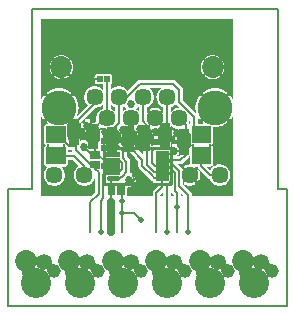
<source format=gbr>
G04 This is an RS-274x file exported by *
G04 gerbv version 2.7.0 *
G04 More information is available about gerbv at *
G04 http://gerbv.geda-project.org/ *
G04 --End of header info--*
%MOIN*%
%FSLAX36Y36*%
%IPPOS*%
G04 --Define apertures--*
%ADD10C,0.0080*%
%ADD11C,0.0060*%
%ADD12C,0.0100*%
%ADD13C,0.0001*%
%ADD14C,0.0250*%
%ADD15C,0.0945*%
%ADD16C,0.0669*%
%ADD17C,0.0472*%
%ADD18C,0.0394*%
%ADD19C,0.1102*%
%ADD20C,0.0512*%
%ADD21C,0.0120*%
%ADD22C,0.0270*%
%ADD23C,0.0200*%
%ADD24C,0.0130*%
%ADD25C,0.0787*%
%ADD26C,0.0492*%
%ADD27C,0.0295*%
%ADD28C,0.0197*%
%ADD29C,0.0354*%
%ADD30C,0.1005*%
%ADD31C,0.0729*%
%ADD32C,0.0532*%
%ADD33C,0.0454*%
%ADD34C,0.1162*%
%ADD35C,0.0572*%
%ADD36C,0.0180*%
%ADD37C,0.0790*%
%ADD38C,0.0490*%
%ADD39C,0.0300*%
%ADD40C,0.0510*%
%ADD41C,0.0940*%
%ADD42C,0.0350*%
G04 --Start main section--*
G54D10*
G01X0142450Y0578500D02*
G01X0142450Y0570640D01*
G01X0197550Y0578500D02*
G01X0197550Y0570640D01*
G54D11*
G01X0513000Y0627500D02*
G01X0521000Y0635500D01*
G01X0513000Y0627500D02*
G01X0513000Y0592500D01*
G01X0520000Y0585500D02*
G01X0513000Y0592500D01*
G01X0553000Y0593500D02*
G01X0546000Y0586500D01*
G01X0553000Y0628500D02*
G01X0553000Y0593500D01*
G01X0546000Y0635500D02*
G01X0553000Y0628500D01*
G01X0576000Y0607500D02*
G01X0584000Y0615500D01*
G01X0576000Y0607500D02*
G01X0576000Y0572500D01*
G01X0583000Y0565500D02*
G01X0576000Y0572500D01*
G01X0616000Y0573500D02*
G01X0609000Y0566500D01*
G01X0616000Y0608500D02*
G01X0616000Y0573500D01*
G01X0609000Y0615500D02*
G01X0616000Y0608500D01*
G54D10*
G01X0627450Y0578500D02*
G01X0627450Y0570640D01*
G01X0682550Y0578500D02*
G01X0682550Y0570640D01*
G54D11*
G01X0336000Y0616500D02*
G01X0344000Y0624500D01*
G01X0336000Y0616500D02*
G01X0336000Y0581500D01*
G01X0343000Y0574500D02*
G01X0336000Y0581500D01*
G01X0376000Y0582500D02*
G01X0369000Y0575500D01*
G01X0376000Y0617500D02*
G01X0376000Y0582500D01*
G01X0369000Y0624500D02*
G01X0376000Y0617500D01*
G54D12*
G01X0331000Y0446000D02*
G01X0423000Y0446000D01*
G01X0461000Y0446000D02*
G01X0554000Y0446000D01*
G01X0554000Y0564000D02*
G01X0554000Y0446000D01*
G01X0331000Y0564000D02*
G01X0554000Y0564000D01*
G01X0331000Y0564000D02*
G01X0331000Y0446000D01*
G01X0461000Y0446000D02*
G75*
G03X0423000Y0446000I-019000J0000000D01*
G54D11*
G01X0393000Y0617500D02*
G01X0401000Y0625500D01*
G01X0393000Y0617500D02*
G01X0393000Y0582500D01*
G01X0400000Y0575500D02*
G01X0393000Y0582500D01*
G01X0433000Y0583500D02*
G01X0426000Y0576500D01*
G01X0433000Y0618500D02*
G01X0433000Y0583500D01*
G01X0426000Y0625500D02*
G01X0433000Y0618500D01*
G01X0448000Y0621000D02*
G01X0456000Y0629000D01*
G01X0448000Y0621000D02*
G01X0448000Y0586000D01*
G01X0455000Y0579000D02*
G01X0448000Y0586000D01*
G01X0488000Y0587000D02*
G01X0481000Y0580000D01*
G01X0488000Y0622000D02*
G01X0488000Y0587000D01*
G01X0481000Y0629000D02*
G01X0488000Y0622000D01*
G01X0209000Y0641000D02*
G01X0217000Y0649000D01*
G01X0209000Y0641000D02*
G01X0209000Y0606000D01*
G01X0216000Y0599000D02*
G01X0209000Y0606000D01*
G01X0249000Y0607000D02*
G01X0242000Y0600000D01*
G01X0249000Y0642000D02*
G01X0249000Y0607000D01*
G01X0242000Y0649000D02*
G01X0249000Y0642000D01*
G01X0273000Y0626000D02*
G01X0281000Y0634000D01*
G01X0273000Y0626000D02*
G01X0273000Y0591000D01*
G01X0280000Y0584000D02*
G01X0273000Y0591000D01*
G01X0313000Y0592000D02*
G01X0306000Y0585000D01*
G01X0313000Y0627000D02*
G01X0313000Y0592000D01*
G01X0306000Y0634000D02*
G01X0313000Y0627000D01*
G01X0000000Y0000000D02*
G54D13*
G36*
G01X0188210Y0664910D02*
G01X0203220Y0649900D01*
G01X0199410Y0648290D01*
G01X0194770Y0646810D01*
G01X0190010Y0645740D01*
G01X0188750Y0645570D01*
G01X0188210Y0645570D01*
G01X0188210Y0664910D01*
G37*
G36*
G01X0221250Y0840040D02*
G01X0221520Y0838000D01*
G01X0221650Y0835040D01*
G01X0221520Y0832080D01*
G01X0221250Y0830040D01*
G01X0221250Y0840040D01*
G37*
G36*
G01X0615370Y0538890D02*
G01X0615400Y0538970D01*
G01X0615520Y0539480D01*
G01X0615570Y0511980D01*
G01X0615860Y0510800D01*
G01X0615370Y0510820D01*
G01X0615370Y0538890D01*
G37*
G36*
G01X0725190Y0840040D02*
G01X0725460Y0838000D01*
G01X0725590Y0835040D01*
G01X0725460Y0832080D01*
G01X0725190Y0830040D01*
G01X0725190Y0840040D01*
G37*
G36*
G01X0725190Y0995000D02*
G01X0759000Y0995000D01*
G01X0759000Y0727680D01*
G01X0758910Y0727890D01*
G01X0756220Y0732990D01*
G01X0753090Y0737820D01*
G01X0752580Y0738440D01*
G01X0751980Y0738960D01*
G01X0751300Y0739380D01*
G01X0750570Y0739690D01*
G01X0749800Y0739880D01*
G01X0749010Y0739950D01*
G01X0748220Y0739900D01*
G01X0747440Y0739720D01*
G01X0746700Y0739420D01*
G01X0746020Y0739010D01*
G01X0745410Y0738500D01*
G01X0744890Y0737900D01*
G01X0744470Y0737230D01*
G01X0744160Y0736500D01*
G01X0743960Y0735720D01*
G01X0743890Y0734930D01*
G01X0743950Y0734140D01*
G01X0744130Y0733360D01*
G01X0744420Y0732630D01*
G01X0744850Y0731950D01*
G01X0747540Y0727890D01*
G01X0749820Y0723590D01*
G01X0751710Y0719090D01*
G01X0753190Y0714450D01*
G01X0754260Y0709700D01*
G01X0754900Y0704870D01*
G01X0755120Y0700000D01*
G01X0754900Y0695130D01*
G01X0754260Y0690300D01*
G01X0753190Y0685550D01*
G01X0751710Y0680910D01*
G01X0749820Y0676410D01*
G01X0747540Y0672110D01*
G01X0744890Y0668020D01*
G01X0744470Y0667350D01*
G01X0744180Y0666620D01*
G01X0744000Y0665850D01*
G01X0743950Y0665070D01*
G01X0744020Y0664280D01*
G01X0744210Y0663520D01*
G01X0744510Y0662800D01*
G01X0744930Y0662130D01*
G01X0745450Y0661540D01*
G01X0746050Y0661030D01*
G01X0746730Y0660630D01*
G01X0747460Y0660330D01*
G01X0748220Y0660150D01*
G01X0749010Y0660100D01*
G01X0749790Y0660170D01*
G01X0750560Y0660360D01*
G01X0751280Y0660670D01*
G01X0751950Y0661090D01*
G01X0752540Y0661600D01*
G01X0753030Y0662210D01*
G01X0756220Y0667010D01*
G01X0758910Y0672110D01*
G01X0759000Y0672320D01*
G01X0759000Y0405000D01*
G01X0725190Y0405000D01*
G01X0725190Y0440860D01*
G01X0726780Y0441240D01*
G01X0731960Y0443390D01*
G01X0736730Y0446310D01*
G01X0740990Y0449950D01*
G01X0744630Y0454210D01*
G01X0747560Y0458990D01*
G01X0749700Y0464160D01*
G01X0751010Y0469610D01*
G01X0751340Y0475200D01*
G01X0751010Y0480780D01*
G01X0749700Y0486230D01*
G01X0747560Y0491400D01*
G01X0744630Y0496180D01*
G01X0740990Y0500440D01*
G01X0736730Y0504080D01*
G01X0731960Y0507010D01*
G01X0726780Y0509150D01*
G01X0725190Y0509530D01*
G01X0725190Y0639950D01*
G01X0727890Y0641090D01*
G01X0732990Y0643780D01*
G01X0737820Y0646910D01*
G01X0738440Y0647420D01*
G01X0738960Y0648020D01*
G01X0739380Y0648700D01*
G01X0739690Y0649430D01*
G01X0739880Y0650200D01*
G01X0739950Y0650990D01*
G01X0739900Y0651780D01*
G01X0739720Y0652560D01*
G01X0739420Y0653300D01*
G01X0739010Y0653980D01*
G01X0738500Y0654590D01*
G01X0737900Y0655110D01*
G01X0737230Y0655530D01*
G01X0736500Y0655840D01*
G01X0735720Y0656040D01*
G01X0734930Y0656110D01*
G01X0734140Y0656050D01*
G01X0733360Y0655870D01*
G01X0732630Y0655580D01*
G01X0731950Y0655150D01*
G01X0727890Y0652460D01*
G01X0725190Y0651030D01*
G01X0725190Y0748970D01*
G01X0727890Y0747540D01*
G01X0731980Y0744890D01*
G01X0732650Y0744470D01*
G01X0733380Y0744180D01*
G01X0734150Y0744000D01*
G01X0734930Y0743950D01*
G01X0735720Y0744020D01*
G01X0736480Y0744210D01*
G01X0737200Y0744510D01*
G01X0737870Y0744930D01*
G01X0738460Y0745450D01*
G01X0738970Y0746050D01*
G01X0739370Y0746730D01*
G01X0739670Y0747460D01*
G01X0739850Y0748220D01*
G01X0739900Y0749010D01*
G01X0739830Y0749790D01*
G01X0739640Y0750560D01*
G01X0739330Y0751280D01*
G01X0738910Y0751950D01*
G01X0738400Y0752540D01*
G01X0737790Y0753030D01*
G01X0732990Y0756220D01*
G01X0727890Y0758910D01*
G01X0725190Y0760050D01*
G01X0725190Y0813520D01*
G01X0726170Y0815000D01*
G01X0727810Y0818090D01*
G01X0729170Y0821320D01*
G01X0730240Y0824650D01*
G01X0731010Y0828070D01*
G01X0731470Y0831540D01*
G01X0731630Y0835040D01*
G01X0731470Y0838540D01*
G01X0731010Y0842010D01*
G01X0730240Y0845430D01*
G01X0729170Y0848760D01*
G01X0727810Y0851990D01*
G01X0726170Y0855080D01*
G01X0725190Y0856590D01*
G01X0725190Y0995000D01*
G37*
G36*
G01X0725190Y0651030D02*
G01X0723590Y0650180D01*
G01X0719090Y0648290D01*
G01X0714450Y0646810D01*
G01X0709700Y0645740D01*
G01X0704870Y0645100D01*
G01X0700000Y0644880D01*
G01X0695130Y0645100D01*
G01X0692140Y0645500D01*
G01X0692140Y0754500D01*
G01X0695130Y0754900D01*
G01X0700000Y0755120D01*
G01X0704870Y0754900D01*
G01X0709700Y0754260D01*
G01X0714450Y0753190D01*
G01X0719090Y0751710D01*
G01X0723590Y0749820D01*
G01X0725190Y0748970D01*
G01X0725190Y0651030D01*
G37*
G36*
G01X0725190Y0509530D02*
G01X0721330Y0510460D01*
G01X0715750Y0510900D01*
G01X0710160Y0510460D01*
G01X0704720Y0509150D01*
G01X0699540Y0507010D01*
G01X0694760Y0504080D01*
G01X0692140Y0501840D01*
G01X0692140Y0507080D01*
G01X0692640Y0507650D01*
G01X0693460Y0509000D01*
G01X0694060Y0510450D01*
G01X0694430Y0511980D01*
G01X0694520Y0513550D01*
G01X0694430Y0566300D01*
G01X0694060Y0567830D01*
G01X0693460Y0569280D01*
G01X0692640Y0570630D01*
G01X0692140Y0571200D01*
G01X0692140Y0577940D01*
G01X0692640Y0578510D01*
G01X0693460Y0579860D01*
G01X0694060Y0581310D01*
G01X0694430Y0582840D01*
G01X0694520Y0584410D01*
G01X0694430Y0635060D01*
G01X0700000Y0634820D01*
G01X0705760Y0635070D01*
G01X0711470Y0635840D01*
G01X0717090Y0637100D01*
G01X0722580Y0638850D01*
G01X0725190Y0639950D01*
G01X0725190Y0509530D01*
G37*
G36*
G01X0725190Y0405000D02*
G01X0692140Y0405000D01*
G01X0692140Y0448550D01*
G01X0694760Y0446310D01*
G01X0699540Y0443390D01*
G01X0704720Y0441240D01*
G01X0710160Y0439940D01*
G01X0715750Y0439500D01*
G01X0721330Y0439940D01*
G01X0725190Y0440860D01*
G01X0725190Y0405000D01*
G37*
G36*
G01X0692140Y0995000D02*
G01X0725190Y0995000D01*
G01X0725190Y0856590D01*
G01X0724260Y0858020D01*
G01X0723950Y0858390D01*
G01X0723590Y0858700D01*
G01X0723190Y0858950D01*
G01X0722750Y0859140D01*
G01X0722280Y0859250D01*
G01X0721810Y0859290D01*
G01X0721330Y0859260D01*
G01X0720870Y0859150D01*
G01X0720420Y0858970D01*
G01X0720020Y0858730D01*
G01X0719650Y0858420D01*
G01X0719340Y0858060D01*
G01X0719090Y0857650D01*
G01X0718900Y0857210D01*
G01X0718780Y0856750D01*
G01X0718740Y0856270D01*
G01X0718780Y0855800D01*
G01X0718890Y0855330D01*
G01X0719060Y0854890D01*
G01X0719320Y0854490D01*
G01X0720960Y0852020D01*
G01X0722350Y0849400D01*
G01X0723510Y0846660D01*
G01X0724410Y0843840D01*
G01X0725070Y0840940D01*
G01X0725190Y0840040D01*
G01X0725190Y0830040D01*
G01X0725070Y0829130D01*
G01X0724410Y0826240D01*
G01X0723510Y0823410D01*
G01X0722350Y0820680D01*
G01X0720960Y0818060D01*
G01X0719350Y0815570D01*
G01X0719090Y0815170D01*
G01X0718920Y0814740D01*
G01X0718810Y0814280D01*
G01X0718780Y0813800D01*
G01X0718820Y0813330D01*
G01X0718930Y0812880D01*
G01X0719110Y0812440D01*
G01X0719360Y0812040D01*
G01X0719670Y0811680D01*
G01X0720030Y0811380D01*
G01X0720440Y0811140D01*
G01X0720880Y0810960D01*
G01X0721340Y0810850D01*
G01X0721810Y0810820D01*
G01X0722280Y0810860D01*
G01X0722740Y0810970D01*
G01X0723170Y0811160D01*
G01X0723570Y0811410D01*
G01X0723930Y0811710D01*
G01X0724230Y0812080D01*
G01X0725190Y0813520D01*
G01X0725190Y0760050D01*
G01X0722580Y0761150D01*
G01X0717090Y0762900D01*
G01X0711470Y0764160D01*
G01X0705760Y0764930D01*
G01X0700000Y0765180D01*
G01X0694240Y0764930D01*
G01X0692140Y0764650D01*
G01X0692140Y0795540D01*
G01X0695630Y0795690D01*
G01X0699100Y0796160D01*
G01X0702510Y0796930D01*
G01X0705850Y0798000D01*
G01X0709080Y0799360D01*
G01X0712170Y0801000D01*
G01X0715110Y0802910D01*
G01X0715470Y0803210D01*
G01X0715790Y0803570D01*
G01X0716040Y0803980D01*
G01X0716220Y0804420D01*
G01X0716340Y0804880D01*
G01X0716380Y0805360D01*
G01X0716350Y0805830D01*
G01X0716240Y0806300D01*
G01X0716060Y0806740D01*
G01X0715810Y0807150D01*
G01X0715510Y0807510D01*
G01X0715140Y0807830D01*
G01X0714740Y0808080D01*
G01X0714300Y0808270D01*
G01X0713840Y0808380D01*
G01X0713360Y0808420D01*
G01X0712890Y0808390D01*
G01X0712420Y0808280D01*
G01X0711980Y0808100D01*
G01X0711570Y0807850D01*
G01X0709110Y0806200D01*
G01X0706480Y0804810D01*
G01X0703750Y0803660D01*
G01X0700930Y0802750D01*
G01X0698030Y0802100D01*
G01X0695090Y0801710D01*
G01X0692140Y0801580D01*
G01X0692140Y0868500D01*
G01X0695090Y0868370D01*
G01X0698030Y0867980D01*
G01X0700930Y0867330D01*
G01X0703750Y0866420D01*
G01X0706480Y0865270D01*
G01X0709110Y0863880D01*
G01X0711590Y0862260D01*
G01X0711990Y0862010D01*
G01X0712430Y0861830D01*
G01X0712890Y0861720D01*
G01X0713360Y0861690D01*
G01X0713830Y0861730D01*
G01X0714290Y0861840D01*
G01X0714720Y0862030D01*
G01X0715130Y0862280D01*
G01X0715480Y0862590D01*
G01X0715790Y0862950D01*
G01X0716030Y0863350D01*
G01X0716210Y0863790D01*
G01X0716310Y0864250D01*
G01X0716350Y0864720D01*
G01X0716310Y0865190D01*
G01X0716190Y0865650D01*
G01X0716010Y0866090D01*
G01X0715760Y0866490D01*
G01X0715450Y0866840D01*
G01X0715080Y0867140D01*
G01X0712170Y0869080D01*
G01X0709080Y0870720D01*
G01X0705850Y0872080D01*
G01X0702510Y0873150D01*
G01X0699100Y0873920D01*
G01X0695630Y0874390D01*
G01X0692140Y0874540D01*
G01X0692140Y0995000D01*
G37*
G36*
G01X0692140Y0571200D02*
G01X0691610Y0571820D01*
G01X0690420Y0572850D01*
G01X0689070Y0573670D01*
G01X0687620Y0574270D01*
G01X0686370Y0574570D01*
G01X0687620Y0574870D01*
G01X0689070Y0575470D01*
G01X0690420Y0576290D01*
G01X0691610Y0577320D01*
G01X0692140Y0577940D01*
G01X0692140Y0571200D01*
G37*
G36*
G01X0692140Y0501840D02*
G01X0690500Y0500440D01*
G01X0686870Y0496180D01*
G01X0685090Y0493290D01*
G01X0674760Y0503630D01*
G01X0686090Y0503640D01*
G01X0687620Y0504010D01*
G01X0689070Y0504610D01*
G01X0690420Y0505430D01*
G01X0691610Y0506460D01*
G01X0692140Y0507080D01*
G01X0692140Y0501840D01*
G37*
G36*
G01X0692140Y0405000D02*
G01X0644360Y0405000D01*
G01X0644360Y0456900D01*
G01X0644400Y0456910D01*
G01X0645120Y0457220D01*
G01X0645780Y0457640D01*
G01X0646380Y0458160D01*
G01X0646880Y0458760D01*
G01X0647270Y0459440D01*
G01X0648610Y0462420D01*
G01X0649640Y0465520D01*
G01X0650380Y0468700D01*
G01X0650830Y0471930D01*
G01X0650980Y0475200D01*
G01X0650830Y0478460D01*
G01X0650380Y0481690D01*
G01X0649640Y0484870D01*
G01X0648610Y0487970D01*
G01X0647300Y0490970D01*
G01X0646900Y0491650D01*
G01X0646400Y0492260D01*
G01X0645800Y0492780D01*
G01X0645130Y0493200D01*
G01X0644400Y0493510D01*
G01X0644360Y0493520D01*
G01X0644360Y0497480D01*
G01X0644450Y0497340D01*
G01X0644450Y0497330D01*
G01X0645780Y0495780D01*
G01X0646170Y0495450D01*
G01X0675250Y0466360D01*
G01X0675580Y0465980D01*
G01X0677140Y0464650D01*
G01X0677140Y0464650D01*
G01X0678220Y0463980D01*
G01X0678880Y0463580D01*
G01X0680770Y0462800D01*
G01X0682540Y0462370D01*
G01X0683940Y0458990D01*
G01X0686870Y0454210D01*
G01X0690500Y0449950D01*
G01X0692140Y0448550D01*
G01X0692140Y0405000D01*
G37*
G36*
G01X0659070Y0995000D02*
G01X0692140Y0995000D01*
G01X0692140Y0874540D01*
G01X0692130Y0874540D01*
G01X0688630Y0874390D01*
G01X0685160Y0873920D01*
G01X0681740Y0873150D01*
G01X0678400Y0872080D01*
G01X0675180Y0870720D01*
G01X0672080Y0869080D01*
G01X0669150Y0867170D01*
G01X0668780Y0866870D01*
G01X0668470Y0866510D01*
G01X0668210Y0866100D01*
G01X0668030Y0865660D01*
G01X0667910Y0865200D01*
G01X0667870Y0864720D01*
G01X0667910Y0864250D01*
G01X0668010Y0863780D01*
G01X0668190Y0863340D01*
G01X0668440Y0862930D01*
G01X0668750Y0862560D01*
G01X0669110Y0862250D01*
G01X0669510Y0862000D01*
G01X0669950Y0861810D01*
G01X0670420Y0861700D01*
G01X0670890Y0861660D01*
G01X0671370Y0861690D01*
G01X0671830Y0861800D01*
G01X0672270Y0861980D01*
G01X0672680Y0862230D01*
G01X0675150Y0863880D01*
G01X0677770Y0865270D01*
G01X0680500Y0866420D01*
G01X0683330Y0867330D01*
G01X0686220Y0867980D01*
G01X0689160Y0868370D01*
G01X0692130Y0868500D01*
G01X0692140Y0868500D01*
G01X0692140Y0801580D01*
G01X0692130Y0801570D01*
G01X0689160Y0801710D01*
G01X0686220Y0802100D01*
G01X0683330Y0802750D01*
G01X0680500Y0803660D01*
G01X0677770Y0804810D01*
G01X0675150Y0806200D01*
G01X0672660Y0807820D01*
G01X0672260Y0808070D01*
G01X0671820Y0808250D01*
G01X0671360Y0808360D01*
G01X0670890Y0808390D01*
G01X0670420Y0808350D01*
G01X0669960Y0808230D01*
G01X0669530Y0808050D01*
G01X0669130Y0807800D01*
G01X0668770Y0807490D01*
G01X0668470Y0807130D01*
G01X0668220Y0806730D01*
G01X0668040Y0806290D01*
G01X0667940Y0805830D01*
G01X0667900Y0805360D01*
G01X0667940Y0804890D01*
G01X0668060Y0804430D01*
G01X0668240Y0803990D01*
G01X0668490Y0803590D01*
G01X0668800Y0803240D01*
G01X0669170Y0802940D01*
G01X0672080Y0801000D01*
G01X0675180Y0799360D01*
G01X0678400Y0798000D01*
G01X0681740Y0796930D01*
G01X0685160Y0796160D01*
G01X0688630Y0795690D01*
G01X0692130Y0795540D01*
G01X0692140Y0795540D01*
G01X0692140Y0764650D01*
G01X0688530Y0764160D01*
G01X0682910Y0762900D01*
G01X0677420Y0761150D01*
G01X0672110Y0758910D01*
G01X0667010Y0756220D01*
G01X0662180Y0753090D01*
G01X0661560Y0752580D01*
G01X0661040Y0751980D01*
G01X0660620Y0751300D01*
G01X0660310Y0750570D01*
G01X0660120Y0749800D01*
G01X0660050Y0749010D01*
G01X0660100Y0748220D01*
G01X0660280Y0747440D01*
G01X0660580Y0746700D01*
G01X0660990Y0746020D01*
G01X0661500Y0745410D01*
G01X0662100Y0744890D01*
G01X0662770Y0744470D01*
G01X0663500Y0744160D01*
G01X0664280Y0743960D01*
G01X0665070Y0743890D01*
G01X0665860Y0743950D01*
G01X0666640Y0744130D01*
G01X0667370Y0744420D01*
G01X0668050Y0744850D01*
G01X0672110Y0747540D01*
G01X0676410Y0749820D01*
G01X0680910Y0751710D01*
G01X0685550Y0753190D01*
G01X0690300Y0754260D01*
G01X0692140Y0754500D01*
G01X0692140Y0645500D01*
G01X0690300Y0645740D01*
G01X0685550Y0646810D01*
G01X0680910Y0648290D01*
G01X0676410Y0650180D01*
G01X0672110Y0652460D01*
G01X0668020Y0655110D01*
G01X0667350Y0655530D01*
G01X0666620Y0655820D01*
G01X0665850Y0656000D01*
G01X0665070Y0656050D01*
G01X0664280Y0655980D01*
G01X0663520Y0655790D01*
G01X0662800Y0655490D01*
G01X0662130Y0655070D01*
G01X0661540Y0654550D01*
G01X0661030Y0653950D01*
G01X0660630Y0653270D01*
G01X0660330Y0652540D01*
G01X0660150Y0651780D01*
G01X0660100Y0650990D01*
G01X0660170Y0650210D01*
G01X0660360Y0649440D01*
G01X0660670Y0648720D01*
G01X0661090Y0648050D01*
G01X0661600Y0647460D01*
G01X0662210Y0646970D01*
G01X0664330Y0645560D01*
G01X0659070Y0645550D01*
G01X0659070Y0813490D01*
G01X0659990Y0812060D01*
G01X0660300Y0811690D01*
G01X0660660Y0811380D01*
G01X0661070Y0811130D01*
G01X0661500Y0810940D01*
G01X0661970Y0810830D01*
G01X0662440Y0810780D01*
G01X0662920Y0810820D01*
G01X0663380Y0810930D01*
G01X0663830Y0811110D01*
G01X0664240Y0811350D01*
G01X0664600Y0811660D01*
G01X0664910Y0812020D01*
G01X0665170Y0812430D01*
G01X0665350Y0812870D01*
G01X0665470Y0813330D01*
G01X0665510Y0813800D01*
G01X0665470Y0814280D01*
G01X0665370Y0814750D01*
G01X0665190Y0815190D01*
G01X0664930Y0815590D01*
G01X0663290Y0818060D01*
G01X0661900Y0820680D01*
G01X0660750Y0823410D01*
G01X0659840Y0826240D01*
G01X0659190Y0829130D01*
G01X0659070Y0830040D01*
G01X0659070Y0840040D01*
G01X0659190Y0840940D01*
G01X0659840Y0843840D01*
G01X0660750Y0846660D01*
G01X0661900Y0849400D01*
G01X0663290Y0852020D01*
G01X0664910Y0854510D01*
G01X0665160Y0854910D01*
G01X0665340Y0855340D01*
G01X0665440Y0855800D01*
G01X0665480Y0856270D01*
G01X0665430Y0856740D01*
G01X0665320Y0857200D01*
G01X0665140Y0857640D01*
G01X0664890Y0858040D01*
G01X0664580Y0858400D01*
G01X0664220Y0858700D01*
G01X0663810Y0858940D01*
G01X0663370Y0859120D01*
G01X0662910Y0859230D01*
G01X0662440Y0859260D01*
G01X0661970Y0859220D01*
G01X0661520Y0859110D01*
G01X0661080Y0858920D01*
G01X0660680Y0858670D01*
G01X0660320Y0858360D01*
G01X0660030Y0858000D01*
G01X0659070Y0856550D01*
G01X0659070Y0995000D01*
G37*
G36*
G01X0659070Y0830040D02*
G01X0658790Y0832080D01*
G01X0658660Y0835040D01*
G01X0658790Y0838000D01*
G01X0659070Y0840040D01*
G01X0659070Y0830040D01*
G37*
G36*
G01X0644360Y0995000D02*
G01X0659070Y0995000D01*
G01X0659070Y0856550D01*
G01X0658090Y0855080D01*
G01X0656440Y0851990D01*
G01X0655080Y0848760D01*
G01X0654010Y0845430D01*
G01X0653240Y0842010D01*
G01X0652780Y0838540D01*
G01X0652620Y0835040D01*
G01X0652780Y0831540D01*
G01X0653240Y0828070D01*
G01X0654010Y0824650D01*
G01X0655080Y0821320D01*
G01X0656440Y0818090D01*
G01X0658090Y0815000D01*
G01X0659070Y0813490D01*
G01X0659070Y0645550D01*
G01X0644360Y0645530D01*
G01X0644360Y0666120D01*
G01X0646910Y0662180D01*
G01X0647420Y0661560D01*
G01X0648020Y0661040D01*
G01X0648700Y0660620D01*
G01X0649430Y0660310D01*
G01X0650200Y0660120D01*
G01X0650990Y0660050D01*
G01X0651780Y0660100D01*
G01X0652560Y0660280D01*
G01X0653300Y0660580D01*
G01X0653980Y0660990D01*
G01X0654590Y0661500D01*
G01X0655110Y0662100D01*
G01X0655530Y0662770D01*
G01X0655840Y0663500D01*
G01X0656040Y0664280D01*
G01X0656110Y0665070D01*
G01X0656050Y0665860D01*
G01X0655870Y0666640D01*
G01X0655580Y0667370D01*
G01X0655150Y0668050D01*
G01X0652460Y0672110D01*
G01X0650180Y0676410D01*
G01X0648290Y0680910D01*
G01X0646810Y0685550D01*
G01X0645740Y0690300D01*
G01X0645100Y0695130D01*
G01X0644880Y0700000D01*
G01X0645100Y0704870D01*
G01X0645740Y0709700D01*
G01X0646810Y0714450D01*
G01X0648290Y0719090D01*
G01X0650180Y0723590D01*
G01X0652460Y0727890D01*
G01X0655110Y0731980D01*
G01X0655530Y0732650D01*
G01X0655820Y0733380D01*
G01X0656000Y0734150D01*
G01X0656050Y0734930D01*
G01X0655980Y0735720D01*
G01X0655790Y0736480D01*
G01X0655490Y0737200D01*
G01X0655070Y0737870D01*
G01X0654550Y0738460D01*
G01X0653950Y0738970D01*
G01X0653270Y0739370D01*
G01X0652540Y0739670D01*
G01X0651780Y0739850D01*
G01X0650990Y0739900D01*
G01X0650210Y0739830D01*
G01X0649440Y0739640D01*
G01X0648720Y0739330D01*
G01X0648050Y0738910D01*
G01X0647460Y0738400D01*
G01X0646970Y0737790D01*
G01X0644360Y0733860D01*
G01X0644360Y0995000D01*
G37*
G36*
G01X0644360Y0645530D02*
G01X0643000Y0645530D01*
G01X0643000Y0668490D01*
G01X0643780Y0667010D01*
G01X0644360Y0666120D01*
G01X0644360Y0645530D01*
G37*
G36*
G01X0644360Y0405000D02*
G01X0623000Y0405000D01*
G01X0623000Y0409490D01*
G01X0623040Y0410000D01*
G01X0622880Y0412040D01*
G01X0622880Y0412040D01*
G01X0622520Y0413550D01*
G01X0622400Y0414030D01*
G01X0622080Y0414810D01*
G01X0621620Y0415920D01*
G01X0621200Y0416600D01*
G01X0620550Y0417660D01*
G01X0620550Y0417670D01*
G01X0619220Y0419220D01*
G01X0618830Y0419550D01*
G01X0615370Y0423020D01*
G01X0615370Y0439570D01*
G01X0618620Y0439720D01*
G01X0621850Y0440170D01*
G01X0625030Y0440910D01*
G01X0628130Y0441940D01*
G01X0631120Y0443250D01*
G01X0631810Y0443650D01*
G01X0632410Y0444160D01*
G01X0632940Y0444750D01*
G01X0633360Y0445420D01*
G01X0633670Y0446150D01*
G01X0633860Y0446910D01*
G01X0633940Y0447700D01*
G01X0633880Y0448490D01*
G01X0633710Y0449260D01*
G01X0633420Y0450000D01*
G01X0633010Y0450680D01*
G01X0632500Y0451290D01*
G01X0631910Y0451810D01*
G01X0631240Y0452230D01*
G01X0630510Y0452540D01*
G01X0629750Y0452740D01*
G01X0628960Y0452810D01*
G01X0628170Y0452760D01*
G01X0627400Y0452580D01*
G01X0626670Y0452270D01*
G01X0624530Y0451310D01*
G01X0622310Y0450570D01*
G01X0620020Y0450040D01*
G01X0617700Y0449710D01*
G01X0615370Y0449610D01*
G01X0615370Y0500790D01*
G01X0617700Y0500680D01*
G01X0620020Y0500360D01*
G01X0622310Y0499830D01*
G01X0624530Y0499090D01*
G01X0626680Y0498140D01*
G01X0627400Y0497840D01*
G01X0628170Y0497660D01*
G01X0628960Y0497610D01*
G01X0629740Y0497680D01*
G01X0630500Y0497880D01*
G01X0631230Y0498190D01*
G01X0631890Y0498610D01*
G01X0632490Y0499130D01*
G01X0632990Y0499730D01*
G01X0633390Y0500410D01*
G01X0633680Y0501140D01*
G01X0633860Y0501910D01*
G01X0633910Y0502690D01*
G01X0633840Y0503480D01*
G01X0633810Y0503560D01*
G01X0642070Y0503580D01*
G01X0642120Y0502960D01*
G01X0642120Y0502960D01*
G01X0642600Y0500970D01*
G01X0643380Y0499080D01*
G01X0643790Y0498420D01*
G01X0644360Y0497480D01*
G01X0644360Y0493520D01*
G01X0643640Y0493710D01*
G01X0642850Y0493780D01*
G01X0642060Y0493730D01*
G01X0641290Y0493550D01*
G01X0640550Y0493260D01*
G01X0639870Y0492850D01*
G01X0639270Y0492350D01*
G01X0638740Y0491750D01*
G01X0638320Y0491080D01*
G01X0638010Y0490360D01*
G01X0637820Y0489590D01*
G01X0637740Y0488800D01*
G01X0637800Y0488010D01*
G01X0637970Y0487240D01*
G01X0638280Y0486510D01*
G01X0639240Y0484370D01*
G01X0639980Y0482150D01*
G01X0640520Y0479860D01*
G01X0640840Y0477540D01*
G01X0640940Y0475200D01*
G01X0640840Y0472850D01*
G01X0640520Y0470530D01*
G01X0639980Y0468250D01*
G01X0639240Y0466020D01*
G01X0638300Y0463870D01*
G01X0638000Y0463150D01*
G01X0637820Y0462380D01*
G01X0637770Y0461590D01*
G01X0637840Y0460810D01*
G01X0638040Y0460050D01*
G01X0638350Y0459320D01*
G01X0638770Y0458660D01*
G01X0639280Y0458070D01*
G01X0639890Y0457560D01*
G01X0640570Y0457160D01*
G01X0641300Y0456870D01*
G01X0642060Y0456690D01*
G01X0642850Y0456640D01*
G01X0643630Y0456710D01*
G01X0644360Y0456900D01*
G01X0644360Y0405000D01*
G37*
G36*
G01X0615370Y0995000D02*
G01X0644360Y0995000D01*
G01X0644360Y0733860D01*
G01X0643780Y0732990D01*
G01X0641090Y0727890D01*
G01X0638850Y0722580D01*
G01X0637100Y0717090D01*
G01X0635840Y0711470D01*
G01X0635070Y0705760D01*
G01X0634820Y0700000D01*
G01X0635070Y0694240D01*
G01X0635840Y0688530D01*
G01X0637100Y0682910D01*
G01X0637860Y0680520D01*
G01X0615370Y0703020D01*
G01X0615370Y0995000D01*
G37*
G36*
G01X0615370Y0423020D02*
G01X0593000Y0445380D01*
G01X0593000Y0489490D01*
G01X0593040Y0490000D01*
G01X0592880Y0492040D01*
G01X0592880Y0492040D01*
G01X0592520Y0493550D01*
G01X0592400Y0494030D01*
G01X0592080Y0494810D01*
G01X0591620Y0495920D01*
G01X0591200Y0496600D01*
G01X0590550Y0497660D01*
G01X0590550Y0497670D01*
G01X0589220Y0499220D01*
G01X0588830Y0499550D01*
G01X0576380Y0512000D01*
G01X0584490Y0512000D01*
G01X0585000Y0511960D01*
G01X0587040Y0512120D01*
G01X0587040Y0512120D01*
G01X0589030Y0512600D01*
G01X0590920Y0513380D01*
G01X0592660Y0514450D01*
G01X0594220Y0515780D01*
G01X0594550Y0516170D01*
G01X0611830Y0533450D01*
G01X0612220Y0533780D01*
G01X0613550Y0535330D01*
G01X0613550Y0535340D01*
G01X0614620Y0537080D01*
G01X0615370Y0538890D01*
G01X0615370Y0510820D01*
G01X0615350Y0510820D01*
G01X0612090Y0510680D01*
G01X0608860Y0510230D01*
G01X0605680Y0509490D01*
G01X0602580Y0508450D01*
G01X0599590Y0507150D01*
G01X0598900Y0506740D01*
G01X0598300Y0506240D01*
G01X0597770Y0505640D01*
G01X0597350Y0504970D01*
G01X0597040Y0504250D01*
G01X0596840Y0503480D01*
G01X0596770Y0502690D01*
G01X0596820Y0501900D01*
G01X0597000Y0501130D01*
G01X0597290Y0500400D01*
G01X0597700Y0499720D01*
G01X0598200Y0499110D01*
G01X0598800Y0498590D01*
G01X0599470Y0498160D01*
G01X0600200Y0497850D01*
G01X0600960Y0497660D01*
G01X0601750Y0497590D01*
G01X0602540Y0497640D01*
G01X0603310Y0497810D01*
G01X0604040Y0498120D01*
G01X0606180Y0499090D01*
G01X0608400Y0499830D01*
G01X0610690Y0500360D01*
G01X0613010Y0500680D01*
G01X0615350Y0500790D01*
G01X0615370Y0500790D01*
G01X0615370Y0449610D01*
G01X0615350Y0449610D01*
G01X0613010Y0449710D01*
G01X0610690Y0450040D01*
G01X0608400Y0450570D01*
G01X0606180Y0451310D01*
G01X0604030Y0452250D01*
G01X0603300Y0452560D01*
G01X0602540Y0452730D01*
G01X0601750Y0452780D01*
G01X0600970Y0452710D01*
G01X0600200Y0452520D01*
G01X0599480Y0452210D01*
G01X0598820Y0451790D01*
G01X0598220Y0451270D01*
G01X0597720Y0450660D01*
G01X0597320Y0449990D01*
G01X0597030Y0449250D01*
G01X0596850Y0448490D01*
G01X0596800Y0447700D01*
G01X0596870Y0446920D01*
G01X0597070Y0446160D01*
G01X0597380Y0445430D01*
G01X0597800Y0444770D01*
G01X0598310Y0444170D01*
G01X0598920Y0443670D01*
G01X0599600Y0443280D01*
G01X0602580Y0441940D01*
G01X0605680Y0440910D01*
G01X0608860Y0440170D01*
G01X0612090Y0439720D01*
G01X0615350Y0439570D01*
G01X0615370Y0439570D01*
G01X0615370Y0423020D01*
G37*
G36*
G01X0221250Y0995000D02*
G01X0615370Y0995000D01*
G01X0615370Y0703020D01*
G01X0593000Y0725380D01*
G01X0593000Y0759490D01*
G01X0593040Y0760000D01*
G01X0592880Y0762040D01*
G01X0592880Y0762040D01*
G01X0592520Y0763550D01*
G01X0592400Y0764030D01*
G01X0592080Y0764810D01*
G01X0591620Y0765920D01*
G01X0591200Y0766600D01*
G01X0590550Y0767660D01*
G01X0590550Y0767670D01*
G01X0589220Y0769220D01*
G01X0588830Y0769550D01*
G01X0569550Y0788830D01*
G01X0569220Y0789220D01*
G01X0567670Y0790550D01*
G01X0567660Y0790550D01*
G01X0566600Y0791200D01*
G01X0565920Y0791620D01*
G01X0564810Y0792080D01*
G01X0564030Y0792400D01*
G01X0563550Y0792520D01*
G01X0562040Y0792880D01*
G01X0562040Y0792880D01*
G01X0560000Y0793040D01*
G01X0559490Y0793000D01*
G01X0450510Y0793000D01*
G01X0450000Y0793040D01*
G01X0447960Y0792880D01*
G01X0445970Y0792400D01*
G01X0444080Y0791620D01*
G01X0442340Y0790550D01*
G01X0442330Y0790550D01*
G01X0440780Y0789220D01*
G01X0440450Y0788830D01*
G01X0408450Y0756830D01*
G01X0405170Y0760680D01*
G01X0400910Y0764320D01*
G01X0396130Y0767240D01*
G01X0390950Y0769390D01*
G01X0385510Y0770690D01*
G01X0379920Y0771130D01*
G01X0374340Y0770690D01*
G01X0368890Y0769390D01*
G01X0363710Y0767240D01*
G01X0358940Y0764320D01*
G01X0354680Y0760680D01*
G01X0353000Y0758710D01*
G01X0353000Y0778550D01*
G01X0353760Y0779010D01*
G01X0354960Y0780040D01*
G01X0355980Y0781230D01*
G01X0356810Y0782580D01*
G01X0357410Y0784030D01*
G01X0357780Y0785560D01*
G01X0357870Y0787130D01*
G01X0357780Y0804440D01*
G01X0357410Y0805970D01*
G01X0356810Y0807420D01*
G01X0355980Y0808770D01*
G01X0354960Y0809960D01*
G01X0353760Y0810990D01*
G01X0352420Y0811810D01*
G01X0350970Y0812410D01*
G01X0349440Y0812780D01*
G01X0347870Y0812870D01*
G01X0330560Y0812780D01*
G01X0329030Y0812410D01*
G01X0328190Y0812060D01*
G01X0327350Y0812410D01*
G01X0325820Y0812780D01*
G01X0324250Y0812870D01*
G01X0306940Y0812780D01*
G01X0305410Y0812410D01*
G01X0303960Y0811810D01*
G01X0302610Y0810990D01*
G01X0301420Y0809960D01*
G01X0300390Y0808770D01*
G01X0299570Y0807420D01*
G01X0298970Y0805970D01*
G01X0298600Y0804440D01*
G01X0298510Y0802870D01*
G01X0298600Y0785560D01*
G01X0298970Y0784030D01*
G01X0299570Y0782580D01*
G01X0300390Y0781230D01*
G01X0301420Y0780040D01*
G01X0302610Y0779010D01*
G01X0303960Y0778190D01*
G01X0305410Y0777590D01*
G01X0306940Y0777220D01*
G01X0308510Y0777130D01*
G01X0325820Y0777220D01*
G01X0327000Y0777510D01*
G01X0327000Y0758160D01*
G01X0324850Y0760680D01*
G01X0320590Y0764320D01*
G01X0315810Y0767240D01*
G01X0310640Y0769390D01*
G01X0305190Y0770690D01*
G01X0299610Y0771130D01*
G01X0294020Y0770690D01*
G01X0288570Y0769390D01*
G01X0283400Y0767240D01*
G01X0278620Y0764320D01*
G01X0274360Y0760680D01*
G01X0270720Y0756420D01*
G01X0267800Y0751640D01*
G01X0265650Y0746470D01*
G01X0264350Y0741020D01*
G01X0263910Y0735430D01*
G01X0264350Y0729850D01*
G01X0265650Y0724400D01*
G01X0267800Y0719230D01*
G01X0270720Y0714450D01*
G01X0274360Y0710190D01*
G01X0275680Y0709060D01*
G01X0239590Y0672980D01*
G01X0241460Y0677420D01*
G01X0243220Y0682910D01*
G01X0244480Y0688530D01*
G01X0245240Y0694240D01*
G01X0245500Y0700000D01*
G01X0245240Y0705760D01*
G01X0244480Y0711470D01*
G01X0243220Y0717090D01*
G01X0241460Y0722580D01*
G01X0239230Y0727890D01*
G01X0236530Y0732990D01*
G01X0233400Y0737820D01*
G01X0232890Y0738440D01*
G01X0232290Y0738960D01*
G01X0231620Y0739380D01*
G01X0230890Y0739690D01*
G01X0230120Y0739880D01*
G01X0229320Y0739950D01*
G01X0228530Y0739900D01*
G01X0227750Y0739720D01*
G01X0227020Y0739420D01*
G01X0226330Y0739010D01*
G01X0225730Y0738500D01*
G01X0225200Y0737900D01*
G01X0224780Y0737230D01*
G01X0224470Y0736500D01*
G01X0224280Y0735720D01*
G01X0224210Y0734930D01*
G01X0224260Y0734140D01*
G01X0224440Y0733360D01*
G01X0224740Y0732630D01*
G01X0225160Y0731950D01*
G01X0227850Y0727890D01*
G01X0230130Y0723590D01*
G01X0232020Y0719090D01*
G01X0233500Y0714450D01*
G01X0234570Y0709700D01*
G01X0235220Y0704870D01*
G01X0235430Y0700000D01*
G01X0235220Y0695130D01*
G01X0234570Y0690300D01*
G01X0233500Y0685550D01*
G01X0232020Y0680910D01*
G01X0230130Y0676410D01*
G01X0227850Y0672110D01*
G01X0225200Y0668020D01*
G01X0224790Y0667350D01*
G01X0224490Y0666620D01*
G01X0224320Y0665850D01*
G01X0224300Y0665590D01*
G01X0221250Y0668640D01*
G01X0221250Y0813520D01*
G01X0222230Y0815000D01*
G01X0223870Y0818090D01*
G01X0225230Y0821320D01*
G01X0226300Y0824650D01*
G01X0227070Y0828070D01*
G01X0227540Y0831540D01*
G01X0227690Y0835040D01*
G01X0227540Y0838540D01*
G01X0227070Y0842010D01*
G01X0226300Y0845430D01*
G01X0225230Y0848760D01*
G01X0223870Y0851990D01*
G01X0222230Y0855080D01*
G01X0221250Y0856590D01*
G01X0221250Y0995000D01*
G37*
G36*
G01X0188210Y0995000D02*
G01X0221250Y0995000D01*
G01X0221250Y0856590D01*
G01X0220320Y0858020D01*
G01X0220020Y0858390D01*
G01X0219660Y0858700D01*
G01X0219250Y0858950D01*
G01X0218810Y0859140D01*
G01X0218350Y0859250D01*
G01X0217870Y0859290D01*
G01X0217400Y0859260D01*
G01X0216930Y0859150D01*
G01X0216490Y0858970D01*
G01X0216080Y0858730D01*
G01X0215710Y0858420D01*
G01X0215400Y0858060D01*
G01X0215150Y0857650D01*
G01X0214960Y0857210D01*
G01X0214850Y0856750D01*
G01X0214810Y0856270D01*
G01X0214840Y0855800D01*
G01X0214950Y0855330D01*
G01X0215130Y0854890D01*
G01X0215380Y0854490D01*
G01X0217030Y0852020D01*
G01X0218420Y0849400D01*
G01X0219570Y0846660D01*
G01X0220480Y0843840D01*
G01X0221130Y0840940D01*
G01X0221250Y0840040D01*
G01X0221250Y0830040D01*
G01X0221130Y0829130D01*
G01X0220480Y0826240D01*
G01X0219570Y0823410D01*
G01X0218420Y0820680D01*
G01X0217030Y0818060D01*
G01X0215410Y0815570D01*
G01X0215160Y0815170D01*
G01X0214980Y0814740D01*
G01X0214870Y0814280D01*
G01X0214840Y0813800D01*
G01X0214880Y0813330D01*
G01X0214990Y0812880D01*
G01X0215180Y0812440D01*
G01X0215430Y0812040D01*
G01X0215740Y0811680D01*
G01X0216100Y0811380D01*
G01X0216500Y0811140D01*
G01X0216940Y0810960D01*
G01X0217400Y0810850D01*
G01X0217870Y0810820D01*
G01X0218340Y0810860D01*
G01X0218800Y0810970D01*
G01X0219230Y0811160D01*
G01X0219640Y0811410D01*
G01X0219990Y0811710D01*
G01X0220290Y0812080D01*
G01X0221250Y0813520D01*
G01X0221250Y0668640D01*
G01X0193310Y0696570D01*
G01X0193310Y0700000D01*
G01X0193190Y0702040D01*
G01X0192720Y0704030D01*
G01X0191930Y0705920D01*
G01X0190860Y0707660D01*
G01X0189540Y0709220D01*
G01X0188210Y0710360D01*
G01X0188210Y0754500D01*
G01X0190010Y0754260D01*
G01X0194770Y0753190D01*
G01X0199410Y0751710D01*
G01X0203900Y0749820D01*
G01X0208210Y0747540D01*
G01X0212300Y0744890D01*
G01X0212960Y0744470D01*
G01X0213690Y0744180D01*
G01X0214460Y0744000D01*
G01X0215250Y0743950D01*
G01X0216030Y0744020D01*
G01X0216790Y0744210D01*
G01X0217520Y0744510D01*
G01X0218180Y0744930D01*
G01X0218780Y0745450D01*
G01X0219280Y0746050D01*
G01X0219690Y0746730D01*
G01X0219980Y0747460D01*
G01X0220160Y0748220D01*
G01X0220210Y0749010D01*
G01X0220150Y0749790D01*
G01X0219950Y0750560D01*
G01X0219650Y0751280D01*
G01X0219230Y0751950D01*
G01X0218710Y0752540D01*
G01X0218100Y0753030D01*
G01X0213300Y0756220D01*
G01X0208210Y0758910D01*
G01X0202890Y0761150D01*
G01X0197410Y0762900D01*
G01X0191780Y0764160D01*
G01X0188210Y0764640D01*
G01X0188210Y0795540D01*
G01X0191690Y0795690D01*
G01X0195160Y0796160D01*
G01X0198580Y0796930D01*
G01X0201910Y0798000D01*
G01X0205140Y0799360D01*
G01X0208230Y0801000D01*
G01X0211170Y0802910D01*
G01X0211540Y0803210D01*
G01X0211850Y0803570D01*
G01X0212100Y0803980D01*
G01X0212290Y0804420D01*
G01X0212400Y0804880D01*
G01X0212440Y0805360D01*
G01X0212410Y0805830D01*
G01X0212300Y0806300D01*
G01X0212120Y0806740D01*
G01X0211880Y0807150D01*
G01X0211570Y0807510D01*
G01X0211210Y0807830D01*
G01X0210800Y0808080D01*
G01X0210360Y0808270D01*
G01X0209900Y0808380D01*
G01X0209420Y0808420D01*
G01X0208950Y0808390D01*
G01X0208480Y0808280D01*
G01X0208040Y0808100D01*
G01X0207640Y0807850D01*
G01X0205170Y0806200D01*
G01X0202550Y0804810D01*
G01X0199810Y0803660D01*
G01X0196990Y0802750D01*
G01X0194090Y0802100D01*
G01X0191150Y0801710D01*
G01X0188210Y0801580D01*
G01X0188210Y0868500D01*
G01X0191150Y0868370D01*
G01X0194090Y0867980D01*
G01X0196990Y0867330D01*
G01X0199810Y0866420D01*
G01X0202550Y0865270D01*
G01X0205170Y0863880D01*
G01X0207660Y0862260D01*
G01X0208060Y0862010D01*
G01X0208490Y0861830D01*
G01X0208950Y0861720D01*
G01X0209420Y0861690D01*
G01X0209890Y0861730D01*
G01X0210350Y0861840D01*
G01X0210790Y0862030D01*
G01X0211190Y0862280D01*
G01X0211550Y0862590D01*
G01X0211850Y0862950D01*
G01X0212090Y0863350D01*
G01X0212270Y0863790D01*
G01X0212380Y0864250D01*
G01X0212410Y0864720D01*
G01X0212370Y0865190D01*
G01X0212260Y0865650D01*
G01X0212070Y0866090D01*
G01X0211820Y0866490D01*
G01X0211510Y0866840D01*
G01X0211150Y0867140D01*
G01X0208230Y0869080D01*
G01X0205140Y0870720D01*
G01X0201910Y0872080D01*
G01X0198580Y0873150D01*
G01X0195160Y0873920D01*
G01X0191690Y0874390D01*
G01X0188210Y0874540D01*
G01X0188210Y0995000D01*
G37*
G36*
G01X0188210Y0448580D02*
G01X0189810Y0449950D01*
G01X0193450Y0454210D01*
G01X0196380Y0458990D01*
G01X0198520Y0464160D01*
G01X0199830Y0469610D01*
G01X0200160Y0475200D01*
G01X0199830Y0480780D01*
G01X0198520Y0486230D01*
G01X0196380Y0491400D01*
G01X0193450Y0496180D01*
G01X0189810Y0500440D01*
G01X0188210Y0501810D01*
G01X0188210Y0503620D01*
G01X0201090Y0503640D01*
G01X0202620Y0504010D01*
G01X0204070Y0504610D01*
G01X0205420Y0505430D01*
G01X0206610Y0506460D01*
G01X0207640Y0507650D01*
G01X0208460Y0509000D01*
G01X0209060Y0510450D01*
G01X0209430Y0511980D01*
G01X0209520Y0513550D01*
G01X0209500Y0526140D01*
G01X0225470Y0526140D01*
G01X0246180Y0505430D01*
G01X0243980Y0504080D01*
G01X0239720Y0500440D01*
G01X0236080Y0496180D01*
G01X0233150Y0491400D01*
G01X0231010Y0486230D01*
G01X0229700Y0480780D01*
G01X0229260Y0475200D01*
G01X0229700Y0469610D01*
G01X0231010Y0464160D01*
G01X0233150Y0458990D01*
G01X0236080Y0454210D01*
G01X0239720Y0449950D01*
G01X0243980Y0446310D01*
G01X0248750Y0443390D01*
G01X0253930Y0441240D01*
G01X0259380Y0439940D01*
G01X0264960Y0439500D01*
G01X0270550Y0439940D01*
G01X0275990Y0441240D01*
G01X0281170Y0443390D01*
G01X0285940Y0446310D01*
G01X0290200Y0449950D01*
G01X0293840Y0454210D01*
G01X0296770Y0458990D01*
G01X0298910Y0464160D01*
G01X0299000Y0464520D01*
G01X0299000Y0417380D01*
G01X0286620Y0405000D01*
G01X0188210Y0405000D01*
G01X0188210Y0448580D01*
G37*
G36*
G01X0188210Y0501810D02*
G01X0186090Y0503620D01*
G01X0188210Y0503620D01*
G01X0188210Y0501810D01*
G37*
G36*
G01X0155130Y0748970D02*
G01X0156730Y0749820D01*
G01X0161220Y0751710D01*
G01X0165860Y0753190D01*
G01X0170620Y0754260D01*
G01X0175450Y0754900D01*
G01X0180310Y0755120D01*
G01X0185180Y0754900D01*
G01X0188210Y0754500D01*
G01X0188210Y0710360D01*
G01X0187980Y0710550D01*
G01X0186240Y0711620D01*
G01X0184340Y0712400D01*
G01X0182350Y0712880D01*
G01X0180310Y0713040D01*
G01X0178280Y0712880D01*
G01X0176290Y0712400D01*
G01X0174390Y0711620D01*
G01X0172650Y0710550D01*
G01X0171090Y0709220D01*
G01X0169770Y0707660D01*
G01X0168700Y0705920D01*
G01X0167910Y0704030D01*
G01X0167440Y0702040D01*
G01X0167310Y0700000D01*
G01X0167310Y0691690D01*
G01X0167270Y0691190D01*
G01X0167440Y0689150D01*
G01X0167440Y0689150D01*
G01X0167910Y0687160D01*
G01X0168700Y0685260D01*
G01X0169100Y0684600D01*
G01X0169770Y0683520D01*
G01X0169770Y0683520D01*
G01X0171090Y0681960D01*
G01X0171480Y0681630D01*
G01X0188210Y0664910D01*
G01X0188210Y0645570D01*
G01X0172070Y0645550D01*
G01X0170620Y0645740D01*
G01X0165860Y0646810D01*
G01X0161220Y0648290D01*
G01X0156730Y0650180D01*
G01X0155130Y0651030D01*
G01X0155130Y0748970D01*
G37*
G36*
G01X0155130Y0995000D02*
G01X0188210Y0995000D01*
G01X0188210Y0874540D01*
G01X0188190Y0874540D01*
G01X0184690Y0874390D01*
G01X0181220Y0873920D01*
G01X0177800Y0873150D01*
G01X0174470Y0872080D01*
G01X0171240Y0870720D01*
G01X0168150Y0869080D01*
G01X0165210Y0867170D01*
G01X0164840Y0866870D01*
G01X0164530Y0866510D01*
G01X0164280Y0866100D01*
G01X0164090Y0865660D01*
G01X0163980Y0865200D01*
G01X0163930Y0864720D01*
G01X0163970Y0864250D01*
G01X0164080Y0863780D01*
G01X0164260Y0863340D01*
G01X0164500Y0862930D01*
G01X0164810Y0862560D01*
G01X0165170Y0862250D01*
G01X0165580Y0862000D01*
G01X0166010Y0861810D01*
G01X0166480Y0861700D01*
G01X0166950Y0861660D01*
G01X0167430Y0861690D01*
G01X0167890Y0861800D01*
G01X0168340Y0861980D01*
G01X0168740Y0862230D01*
G01X0171210Y0863880D01*
G01X0173830Y0865270D01*
G01X0176560Y0866420D01*
G01X0179390Y0867330D01*
G01X0182280Y0867980D01*
G01X0185220Y0868370D01*
G01X0188190Y0868500D01*
G01X0188210Y0868500D01*
G01X0188210Y0801580D01*
G01X0188190Y0801570D01*
G01X0185220Y0801710D01*
G01X0182280Y0802100D01*
G01X0179390Y0802750D01*
G01X0176560Y0803660D01*
G01X0173830Y0804810D01*
G01X0171210Y0806200D01*
G01X0168720Y0807820D01*
G01X0168320Y0808070D01*
G01X0167880Y0808250D01*
G01X0167420Y0808360D01*
G01X0166950Y0808390D01*
G01X0166480Y0808350D01*
G01X0166030Y0808230D01*
G01X0165590Y0808050D01*
G01X0165190Y0807800D01*
G01X0164830Y0807490D01*
G01X0164530Y0807130D01*
G01X0164290Y0806730D01*
G01X0164110Y0806290D01*
G01X0164000Y0805830D01*
G01X0163970Y0805360D01*
G01X0164010Y0804890D01*
G01X0164120Y0804430D01*
G01X0164310Y0803990D01*
G01X0164560Y0803590D01*
G01X0164860Y0803240D01*
G01X0165230Y0802940D01*
G01X0168150Y0801000D01*
G01X0171240Y0799360D01*
G01X0174470Y0798000D01*
G01X0177800Y0796930D01*
G01X0181220Y0796160D01*
G01X0184690Y0795690D01*
G01X0188190Y0795540D01*
G01X0188210Y0795540D01*
G01X0188210Y0764640D01*
G01X0186070Y0764930D01*
G01X0180310Y0765180D01*
G01X0174560Y0764930D01*
G01X0168850Y0764160D01*
G01X0163220Y0762900D01*
G01X0157730Y0761150D01*
G01X0155130Y0760050D01*
G01X0155130Y0813490D01*
G01X0156060Y0812060D01*
G01X0156360Y0811690D01*
G01X0156720Y0811380D01*
G01X0157130Y0811130D01*
G01X0157570Y0810940D01*
G01X0158030Y0810830D01*
G01X0158510Y0810780D01*
G01X0158980Y0810820D01*
G01X0159450Y0810930D01*
G01X0159890Y0811110D01*
G01X0160300Y0811350D01*
G01X0160660Y0811660D01*
G01X0160980Y0812020D01*
G01X0161230Y0812430D01*
G01X0161420Y0812870D01*
G01X0161530Y0813330D01*
G01X0161570Y0813800D01*
G01X0161540Y0814280D01*
G01X0161430Y0814750D01*
G01X0161250Y0815190D01*
G01X0161000Y0815590D01*
G01X0159350Y0818060D01*
G01X0157960Y0820680D01*
G01X0156810Y0823410D01*
G01X0155900Y0826240D01*
G01X0155250Y0829130D01*
G01X0155130Y0830040D01*
G01X0155130Y0840040D01*
G01X0155250Y0840940D01*
G01X0155900Y0843840D01*
G01X0156810Y0846660D01*
G01X0157960Y0849400D01*
G01X0159350Y0852020D01*
G01X0160970Y0854510D01*
G01X0161220Y0854910D01*
G01X0161400Y0855340D01*
G01X0161500Y0855800D01*
G01X0161540Y0856270D01*
G01X0161500Y0856740D01*
G01X0161380Y0857200D01*
G01X0161200Y0857640D01*
G01X0160950Y0858040D01*
G01X0160640Y0858400D01*
G01X0160280Y0858700D01*
G01X0159880Y0858940D01*
G01X0159440Y0859120D01*
G01X0158980Y0859230D01*
G01X0158510Y0859260D01*
G01X0158040Y0859220D01*
G01X0157580Y0859110D01*
G01X0157140Y0858920D01*
G01X0156740Y0858670D01*
G01X0156390Y0858360D01*
G01X0156090Y0858000D01*
G01X0155130Y0856550D01*
G01X0155130Y0995000D01*
G37*
G36*
G01X0155130Y0440860D02*
G01X0158980Y0439940D01*
G01X0164570Y0439500D01*
G01X0170150Y0439940D01*
G01X0175600Y0441240D01*
G01X0180770Y0443390D01*
G01X0185550Y0446310D01*
G01X0188210Y0448580D01*
G01X0188210Y0405000D01*
G01X0155130Y0405000D01*
G01X0155130Y0440860D01*
G37*
G36*
G01X0155130Y0830040D02*
G01X0154860Y0832080D01*
G01X0154720Y0835040D01*
G01X0154860Y0838000D01*
G01X0155130Y0840040D01*
G01X0155130Y0830040D01*
G37*
G36*
G01X0130480Y0635590D02*
G01X0130570Y0582840D01*
G01X0130940Y0581310D01*
G01X0131540Y0579860D01*
G01X0132360Y0578510D01*
G01X0133390Y0577320D01*
G01X0134580Y0576290D01*
G01X0135930Y0575470D01*
G01X0137380Y0574870D01*
G01X0138630Y0574570D01*
G01X0137380Y0574270D01*
G01X0135930Y0573670D01*
G01X0134580Y0572850D01*
G01X0133390Y0571820D01*
G01X0132360Y0570630D01*
G01X0131540Y0569280D01*
G01X0130940Y0567830D01*
G01X0130570Y0566300D01*
G01X0130480Y0564730D01*
G01X0130570Y0511980D01*
G01X0130940Y0510450D01*
G01X0131540Y0509000D01*
G01X0132360Y0507650D01*
G01X0133390Y0506460D01*
G01X0134580Y0505430D01*
G01X0135930Y0504610D01*
G01X0137380Y0504010D01*
G01X0138910Y0503640D01*
G01X0140480Y0503550D01*
G01X0142970Y0503550D01*
G01X0139320Y0500440D01*
G01X0135680Y0496180D01*
G01X0132760Y0491400D01*
G01X0130610Y0486230D01*
G01X0129310Y0480780D01*
G01X0128870Y0475200D01*
G01X0129310Y0469610D01*
G01X0130610Y0464160D01*
G01X0132760Y0458990D01*
G01X0135680Y0454210D01*
G01X0139320Y0449950D01*
G01X0143580Y0446310D01*
G01X0148360Y0443390D01*
G01X0153530Y0441240D01*
G01X0155130Y0440860D01*
G01X0155130Y0405000D01*
G01X0121000Y0405000D01*
G01X0121000Y0673070D01*
G01X0121400Y0672110D01*
G01X0124100Y0667010D01*
G01X0127230Y0662180D01*
G01X0127740Y0661560D01*
G01X0128340Y0661040D01*
G01X0129010Y0660620D01*
G01X0129740Y0660310D01*
G01X0130510Y0660120D01*
G01X0131310Y0660050D01*
G01X0132100Y0660100D01*
G01X0132880Y0660280D01*
G01X0133610Y0660580D01*
G01X0134290Y0660990D01*
G01X0134900Y0661500D01*
G01X0135430Y0662100D01*
G01X0135850Y0662770D01*
G01X0136160Y0663500D01*
G01X0136350Y0664280D01*
G01X0136420Y0665070D01*
G01X0136370Y0665860D01*
G01X0136190Y0666640D01*
G01X0135890Y0667370D01*
G01X0135470Y0668050D01*
G01X0132780Y0672110D01*
G01X0130500Y0676410D01*
G01X0128610Y0680910D01*
G01X0127130Y0685550D01*
G01X0126060Y0690300D01*
G01X0125410Y0695130D01*
G01X0125200Y0700000D01*
G01X0125410Y0704870D01*
G01X0126060Y0709700D01*
G01X0127130Y0714450D01*
G01X0128610Y0719090D01*
G01X0130500Y0723590D01*
G01X0132780Y0727890D01*
G01X0135430Y0731980D01*
G01X0135840Y0732650D01*
G01X0136140Y0733380D01*
G01X0136310Y0734150D01*
G01X0136370Y0734930D01*
G01X0136300Y0735720D01*
G01X0136110Y0736480D01*
G01X0135800Y0737200D01*
G01X0135380Y0737870D01*
G01X0134870Y0738460D01*
G01X0134260Y0738970D01*
G01X0133590Y0739370D01*
G01X0132860Y0739670D01*
G01X0132090Y0739850D01*
G01X0131310Y0739900D01*
G01X0130520Y0739830D01*
G01X0129760Y0739640D01*
G01X0129040Y0739330D01*
G01X0128370Y0738910D01*
G01X0127770Y0738400D01*
G01X0127280Y0737790D01*
G01X0124100Y0732990D01*
G01X0121400Y0727890D01*
G01X0121000Y0726940D01*
G01X0121000Y0995000D01*
G01X0155130Y0995000D01*
G01X0155130Y0856550D01*
G01X0154150Y0855080D01*
G01X0152510Y0851990D01*
G01X0151150Y0848760D01*
G01X0150080Y0845430D01*
G01X0149310Y0842010D01*
G01X0148840Y0838540D01*
G01X0148690Y0835040D01*
G01X0148840Y0831540D01*
G01X0149310Y0828070D01*
G01X0150080Y0824650D01*
G01X0151150Y0821320D01*
G01X0152510Y0818090D01*
G01X0154150Y0815000D01*
G01X0155130Y0813490D01*
G01X0155130Y0760050D01*
G01X0152420Y0758910D01*
G01X0147330Y0756220D01*
G01X0142490Y0753090D01*
G01X0141880Y0752580D01*
G01X0141360Y0751980D01*
G01X0140930Y0751300D01*
G01X0140620Y0750570D01*
G01X0140430Y0749800D01*
G01X0140360Y0749010D01*
G01X0140420Y0748220D01*
G01X0140590Y0747440D01*
G01X0140890Y0746700D01*
G01X0141300Y0746020D01*
G01X0141810Y0745410D01*
G01X0142410Y0744890D01*
G01X0143090Y0744470D01*
G01X0143820Y0744160D01*
G01X0144590Y0743960D01*
G01X0145380Y0743890D01*
G01X0146180Y0743950D01*
G01X0146950Y0744130D01*
G01X0147690Y0744420D01*
G01X0148360Y0744850D01*
G01X0152420Y0747540D01*
G01X0155130Y0748970D01*
G01X0155130Y0651030D01*
G01X0152420Y0652460D01*
G01X0148330Y0655110D01*
G01X0147670Y0655530D01*
G01X0146940Y0655820D01*
G01X0146170Y0656000D01*
G01X0145380Y0656050D01*
G01X0144600Y0655980D01*
G01X0143840Y0655790D01*
G01X0143110Y0655490D01*
G01X0142440Y0655070D01*
G01X0141850Y0654550D01*
G01X0141350Y0653950D01*
G01X0140940Y0653270D01*
G01X0140650Y0652540D01*
G01X0140470Y0651780D01*
G01X0140420Y0650990D01*
G01X0140480Y0650210D01*
G01X0140670Y0649440D01*
G01X0140980Y0648720D01*
G01X0141400Y0648050D01*
G01X0141920Y0647460D01*
G01X0142530Y0646970D01*
G01X0144730Y0645510D01*
G01X0138910Y0645500D01*
G01X0137380Y0645130D01*
G01X0135930Y0644530D01*
G01X0134580Y0643710D01*
G01X0133390Y0642680D01*
G01X0132360Y0641490D01*
G01X0131540Y0640140D01*
G01X0130940Y0638690D01*
G01X0130570Y0637160D01*
G01X0130480Y0635590D01*
G37*
G36*
G01X0615790Y0568150D02*
G01X0616070Y0568430D01*
G01X0616280Y0568660D01*
G01X0616090Y0568410D01*
G01X0615790Y0568150D01*
G37*
G36*
G01X0614750Y0567110D02*
G01X0615790Y0568150D01*
G01X0616090Y0568410D01*
G01X0616260Y0568600D01*
G01X0615940Y0567830D01*
G01X0615570Y0566300D01*
G01X0615500Y0565110D01*
G01X0615400Y0565530D01*
G01X0614750Y0567110D01*
G37*
G36*
G01X0311750Y0585610D02*
G01X0312190Y0586040D01*
G01X0312190Y0584530D01*
G01X0311750Y0585610D01*
G37*
G36*
G01X0209450Y0552140D02*
G01X0209440Y0558820D01*
G01X0209970Y0558600D01*
G01X0211960Y0558120D01*
G01X0211960Y0558120D01*
G01X0214000Y0557960D01*
G01X0214510Y0558000D01*
G01X0223040Y0558000D01*
G01X0223120Y0556960D01*
G01X0223120Y0556960D01*
G01X0223480Y0555450D01*
G01X0223600Y0554970D01*
G01X0223920Y0554190D01*
G01X0224380Y0553080D01*
G01X0224960Y0552140D01*
G01X0209450Y0552140D01*
G37*
G36*
G01X0562000Y0405000D02*
G01X0553000Y0405000D01*
G01X0553000Y0434620D01*
G01X0554500Y0436120D01*
G01X0554500Y0423010D01*
G01X0554460Y0422500D01*
G01X0554620Y0420460D01*
G01X0554620Y0420460D01*
G01X0555100Y0418470D01*
G01X0555880Y0416580D01*
G01X0556290Y0415920D01*
G01X0556950Y0414840D01*
G01X0556950Y0414830D01*
G01X0558280Y0413280D01*
G01X0558670Y0412950D01*
G01X0562000Y0409620D01*
G01X0562000Y0405000D01*
G37*
G36*
G01X0527000Y0405000D02*
G01X0518000Y0405000D01*
G01X0518000Y0409620D01*
G01X0527000Y0418620D01*
G01X0527000Y0405000D01*
G37*
G36*
G01X0596620Y0405000D02*
G01X0588000Y0405000D01*
G01X0588000Y0413620D01*
G01X0596620Y0405000D01*
G37*
G36*
G01X0619000Y0576790D02*
G01X0619580Y0576290D01*
G01X0620930Y0575470D01*
G01X0622380Y0574870D01*
G01X0623630Y0574570D01*
G01X0622380Y0574270D01*
G01X0620930Y0573670D01*
G01X0619580Y0572850D01*
G01X0618390Y0571820D01*
G01X0618220Y0571630D01*
G01X0618540Y0572400D01*
G01X0618910Y0573930D01*
G01X0619030Y0575500D01*
G01X0619000Y0575890D01*
G01X0619000Y0576790D01*
G37*
G36*
G01X0406000Y0553520D02*
G01X0411100Y0553560D01*
G01X0412170Y0553820D01*
G01X0412610Y0554000D01*
G01X0433210Y0533400D01*
G01X0433210Y0469500D01*
G01X0432510Y0469500D01*
G01X0431730Y0469370D01*
G01X0430980Y0469120D01*
G01X0430280Y0468750D01*
G01X0429650Y0468280D01*
G01X0429090Y0467720D01*
G01X0428630Y0467070D01*
G01X0428280Y0466370D01*
G01X0428040Y0465610D01*
G01X0427930Y0464830D01*
G01X0427940Y0464040D01*
G01X0428080Y0463270D01*
G01X0428350Y0461980D01*
G01X0428480Y0460660D01*
G01X0428480Y0459340D01*
G01X0428350Y0458020D01*
G01X0428100Y0456730D01*
G01X0427950Y0455950D01*
G01X0427940Y0455170D01*
G01X0428060Y0454390D01*
G01X0428300Y0453640D01*
G01X0428650Y0452930D01*
G01X0429100Y0452290D01*
G01X0429660Y0451730D01*
G01X0430290Y0451260D01*
G01X0430990Y0450900D01*
G01X0431730Y0450650D01*
G01X0432510Y0450520D01*
G01X0433210Y0450510D01*
G01X0433210Y0405000D01*
G01X0404150Y0405000D01*
G01X0404440Y0405330D01*
G01X0405260Y0406680D01*
G01X0405860Y0408130D01*
G01X0406230Y0409660D01*
G01X0406320Y0411230D01*
G01X0406250Y0432870D01*
G01X0410360Y0436980D01*
G01X0411560Y0436730D01*
G01X0413850Y0436500D01*
G01X0416150Y0436500D01*
G01X0418440Y0436730D01*
G01X0420700Y0437170D01*
G01X0421450Y0437420D01*
G01X0422150Y0437790D01*
G01X0422790Y0438260D01*
G01X0423340Y0438820D01*
G01X0423800Y0439460D01*
G01X0424150Y0440170D01*
G01X0424390Y0440920D01*
G01X0424500Y0441700D01*
G01X0424500Y0442490D01*
G01X0424370Y0443270D01*
G01X0424120Y0444020D01*
G01X0423750Y0444720D01*
G01X0423280Y0445350D01*
G01X0422720Y0445910D01*
G01X0422070Y0446370D01*
G01X0421370Y0446720D01*
G01X0420610Y0446960D01*
G01X0420380Y0446990D01*
G01X0424190Y0450810D01*
G01X0425550Y0452340D01*
G01X0426620Y0454080D01*
G01X0427400Y0455970D01*
G01X0427880Y0457960D01*
G01X0428040Y0460000D01*
G01X0427880Y0462040D01*
G01X0427400Y0464030D01*
G01X0426620Y0465920D01*
G01X0425550Y0467660D01*
G01X0424220Y0469220D01*
G01X0422660Y0470550D01*
G01X0420920Y0471620D01*
G01X0419030Y0472400D01*
G01X0417040Y0472880D01*
G01X0415000Y0473040D01*
G01X0412960Y0472880D01*
G01X0410970Y0472400D01*
G01X0410660Y0472270D01*
G01X0411410Y0473020D01*
G01X0411730Y0473080D01*
G01X0413020Y0473350D01*
G01X0414340Y0473480D01*
G01X0415660Y0473480D01*
G01X0416980Y0473350D01*
G01X0418270Y0473100D01*
G01X0419050Y0472950D01*
G01X0419830Y0472940D01*
G01X0420610Y0473060D01*
G01X0421360Y0473300D01*
G01X0422070Y0473650D01*
G01X0422710Y0474100D01*
G01X0423270Y0474660D01*
G01X0423740Y0475290D01*
G01X0424100Y0475990D01*
G01X0424350Y0476730D01*
G01X0424480Y0477510D01*
G01X0424490Y0478300D01*
G01X0424370Y0479070D01*
G01X0424140Y0479820D01*
G01X0423790Y0480530D01*
G01X0423330Y0481170D01*
G01X0422780Y0481730D01*
G01X0422140Y0482200D01*
G01X0421450Y0482560D01*
G01X0420700Y0482800D01*
G01X0418440Y0483270D01*
G01X0417910Y0483330D01*
G01X0418040Y0485000D01*
G01X0418000Y0485510D01*
G01X0418000Y0519490D01*
G01X0418040Y0520000D01*
G01X0417880Y0522040D01*
G01X0417880Y0522040D01*
G01X0417520Y0523550D01*
G01X0417400Y0524030D01*
G01X0417080Y0524810D01*
G01X0416620Y0525920D01*
G01X0416200Y0526600D01*
G01X0415550Y0527660D01*
G01X0415550Y0527670D01*
G01X0414220Y0529220D01*
G01X0413830Y0529550D01*
G01X0406000Y0537380D01*
G01X0406000Y0553520D01*
G37*
G36*
G01X0433210Y0533400D02*
G01X0445000Y0521620D01*
G01X0445000Y0506510D01*
G01X0444960Y0506000D01*
G01X0445120Y0503960D01*
G01X0445120Y0503960D01*
G01X0445600Y0501970D01*
G01X0446380Y0500080D01*
G01X0446790Y0499420D01*
G01X0447450Y0498340D01*
G01X0447450Y0498330D01*
G01X0448780Y0496780D01*
G01X0449170Y0496450D01*
G01X0488450Y0457170D01*
G01X0488780Y0456780D01*
G01X0490330Y0455450D01*
G01X0490340Y0455450D01*
G01X0491420Y0454790D01*
G01X0492080Y0454380D01*
G01X0492090Y0454380D01*
G01X0492590Y0453170D01*
G01X0493830Y0451160D01*
G01X0495360Y0449360D01*
G01X0497160Y0447830D01*
G01X0499170Y0446590D01*
G01X0501350Y0445690D01*
G01X0503650Y0445140D01*
G01X0506000Y0445000D01*
G01X0512000Y0445020D01*
G01X0512000Y0440380D01*
G01X0496170Y0424550D01*
G01X0495780Y0424220D01*
G01X0494450Y0422660D01*
G01X0493380Y0420920D01*
G01X0492600Y0419030D01*
G01X0492120Y0417040D01*
G01X0492120Y0417040D01*
G01X0491960Y0415000D01*
G01X0492000Y0414490D01*
G01X0492000Y0405000D01*
G01X0433210Y0405000D01*
G01X0433210Y0450510D01*
G01X0433300Y0450510D01*
G01X0434070Y0450630D01*
G01X0434820Y0450860D01*
G01X0435530Y0451210D01*
G01X0436170Y0451670D01*
G01X0436730Y0452220D01*
G01X0437200Y0452860D01*
G01X0437560Y0453550D01*
G01X0437800Y0454300D01*
G01X0438270Y0456560D01*
G01X0438500Y0458850D01*
G01X0438500Y0461150D01*
G01X0438270Y0463440D01*
G01X0437830Y0465700D01*
G01X0437580Y0466450D01*
G01X0437210Y0467150D01*
G01X0436740Y0467790D01*
G01X0436180Y0468340D01*
G01X0435540Y0468800D01*
G01X0434830Y0469150D01*
G01X0434080Y0469390D01*
G01X0433300Y0469500D01*
G01X0433210Y0469500D01*
G01X0433210Y0533400D01*
G37*
G36*
G01X0570380Y0541990D02*
G01X0570380Y0542000D01*
G01X0583490Y0542000D01*
G01X0583610Y0541990D01*
G01X0579620Y0538000D01*
G01X0574410Y0538000D01*
G01X0574370Y0538270D01*
G01X0574120Y0539020D01*
G01X0573750Y0539720D01*
G01X0573280Y0540350D01*
G01X0572720Y0540910D01*
G01X0572070Y0541370D01*
G01X0571370Y0541720D01*
G01X0570610Y0541960D01*
G01X0570380Y0541990D01*
G37*
G36*
G01X0390000Y0613000D02*
G01X0390000Y0612890D01*
G01X0389970Y0612500D01*
G01X0390000Y0612110D01*
G01X0390000Y0612030D01*
G01X0389390Y0611940D01*
G01X0388640Y0611700D01*
G01X0387930Y0611350D01*
G01X0387290Y0610900D01*
G01X0386730Y0610340D01*
G01X0386260Y0609710D01*
G01X0385900Y0609010D01*
G01X0385650Y0608270D01*
G01X0385520Y0607490D01*
G01X0385510Y0606700D01*
G01X0385630Y0605930D01*
G01X0385860Y0605180D01*
G01X0386210Y0604470D01*
G01X0386670Y0603830D01*
G01X0387220Y0603270D01*
G01X0387860Y0602800D01*
G01X0388550Y0602440D01*
G01X0389300Y0602200D01*
G01X0390000Y0602050D01*
G01X0390000Y0600890D01*
G01X0389970Y0600500D01*
G01X0390000Y0600110D01*
G01X0390000Y0588890D01*
G01X0389970Y0588500D01*
G01X0390000Y0588110D01*
G01X0390000Y0585890D01*
G01X0389970Y0585500D01*
G01X0390090Y0583930D01*
G01X0390090Y0583930D01*
G01X0390160Y0583630D01*
G01X0390460Y0582400D01*
G01X0391060Y0580950D01*
G01X0391880Y0579600D01*
G01X0391890Y0579600D01*
G01X0392910Y0578410D01*
G01X0393210Y0578150D01*
G01X0397020Y0574340D01*
G01X0397030Y0570350D01*
G01X0388050Y0579330D01*
G01X0387720Y0579720D01*
G01X0386170Y0581050D01*
G01X0386160Y0581050D01*
G01X0385100Y0581700D01*
G01X0384420Y0582120D01*
G01X0383310Y0582580D01*
G01X0382530Y0582900D01*
G01X0382050Y0583020D01*
G01X0380540Y0583380D01*
G01X0380540Y0583380D01*
G01X0378950Y0583500D01*
G01X0379030Y0584500D01*
G01X0379000Y0584890D01*
G01X0379000Y0586110D01*
G01X0379030Y0586500D01*
G01X0379000Y0586890D01*
G01X0379000Y0598110D01*
G01X0379030Y0598500D01*
G01X0379000Y0598890D01*
G01X0379000Y0600110D01*
G01X0379030Y0600500D01*
G01X0379000Y0600890D01*
G01X0379000Y0612110D01*
G01X0379030Y0612500D01*
G01X0379000Y0612890D01*
G01X0379000Y0615110D01*
G01X0379030Y0615500D01*
G01X0379000Y0615880D01*
G01X0379020Y0615880D01*
G01X0379720Y0616250D01*
G01X0380350Y0616720D01*
G01X0380910Y0617280D01*
G01X0381370Y0617930D01*
G01X0381720Y0618630D01*
G01X0381960Y0619390D01*
G01X0382070Y0620170D01*
G01X0382060Y0620960D01*
G01X0381920Y0621730D01*
G01X0381650Y0623020D01*
G01X0381520Y0624340D01*
G01X0381520Y0625660D01*
G01X0381650Y0626980D01*
G01X0381900Y0628270D01*
G01X0382050Y0629050D01*
G01X0382060Y0629830D01*
G01X0381940Y0630610D01*
G01X0381700Y0631360D01*
G01X0381350Y0632070D01*
G01X0380980Y0632590D01*
G01X0387400Y0639010D01*
G01X0387930Y0638630D01*
G01X0388630Y0638280D01*
G01X0389390Y0638040D01*
G01X0390170Y0637930D01*
G01X0390960Y0637940D01*
G01X0391730Y0638080D01*
G01X0393020Y0638350D01*
G01X0394340Y0638480D01*
G01X0395660Y0638480D01*
G01X0395840Y0638470D01*
G01X0396380Y0638000D01*
G01X0395000Y0638000D01*
G01X0392960Y0637880D01*
G01X0390970Y0637400D01*
G01X0389080Y0636620D01*
G01X0387340Y0635550D01*
G01X0385780Y0634220D01*
G01X0384450Y0632660D01*
G01X0383380Y0630920D01*
G01X0382600Y0629030D01*
G01X0382120Y0627040D01*
G01X0381960Y0625000D01*
G01X0382120Y0622960D01*
G01X0382600Y0620970D01*
G01X0383380Y0619080D01*
G01X0384450Y0617340D01*
G01X0385780Y0615780D01*
G01X0387340Y0614450D01*
G01X0389080Y0613380D01*
G01X0390000Y0613000D01*
G37*
G36*
G01X0392920Y0687570D02*
G01X0392920Y0702300D01*
G01X0396130Y0703620D01*
G01X0398290Y0704950D01*
G01X0398580Y0703720D01*
G01X0400000Y0700300D01*
G01X0401930Y0697140D01*
G01X0403030Y0695860D01*
G01X0399090Y0693450D01*
G01X0394830Y0689810D01*
G01X0392920Y0687570D01*
G37*
G36*
G01X0422810Y0734430D02*
G01X0424600Y0736210D01*
G01X0424540Y0735430D01*
G01X0424630Y0734290D01*
G01X0422810Y0734430D01*
G37*
G36*
G01X0476840Y0767000D02*
G01X0500380Y0767000D01*
G01X0500380Y0700190D01*
G01X0497130Y0700050D01*
G01X0493900Y0699600D01*
G01X0490720Y0698860D01*
G01X0487620Y0697820D01*
G01X0484620Y0696520D01*
G01X0483940Y0696110D01*
G01X0483330Y0695610D01*
G01X0482810Y0695010D01*
G01X0482390Y0694340D01*
G01X0482080Y0693620D01*
G01X0481880Y0692850D01*
G01X0481810Y0692060D01*
G01X0481860Y0691270D01*
G01X0482040Y0690500D01*
G01X0482330Y0689770D01*
G01X0482740Y0689090D01*
G01X0483240Y0688480D01*
G01X0483840Y0687960D01*
G01X0484510Y0687530D01*
G01X0485240Y0687220D01*
G01X0486000Y0687030D01*
G01X0486790Y0686960D01*
G01X0487580Y0687010D01*
G01X0488350Y0687180D01*
G01X0489080Y0687490D01*
G01X0491220Y0688460D01*
G01X0493440Y0689200D01*
G01X0495730Y0689730D01*
G01X0498050Y0690050D01*
G01X0500380Y0690160D01*
G01X0500380Y0641040D01*
G01X0499300Y0640830D01*
G01X0498550Y0640580D01*
G01X0497850Y0640210D01*
G01X0497210Y0639740D01*
G01X0496740Y0639260D01*
G01X0495730Y0639410D01*
G01X0493440Y0639940D01*
G01X0491220Y0640680D01*
G01X0489070Y0641620D01*
G01X0488340Y0641930D01*
G01X0487880Y0642030D01*
G01X0487880Y0642040D01*
G01X0487880Y0642040D01*
G01X0487520Y0643550D01*
G01X0487400Y0644030D01*
G01X0487080Y0644810D01*
G01X0486620Y0645920D01*
G01X0486200Y0646600D01*
G01X0485550Y0647660D01*
G01X0485550Y0647670D01*
G01X0484220Y0649220D01*
G01X0483830Y0649550D01*
G01X0475760Y0657620D01*
G01X0475230Y0659900D01*
G01X0474910Y0662220D01*
G01X0474800Y0664570D01*
G01X0474910Y0666910D01*
G01X0475230Y0669230D01*
G01X0475770Y0671520D01*
G01X0476510Y0673740D01*
G01X0477450Y0675890D01*
G01X0477750Y0676620D01*
G01X0477930Y0677380D01*
G01X0477980Y0678170D01*
G01X0477910Y0678950D01*
G01X0477710Y0679720D01*
G01X0477400Y0680440D01*
G01X0476980Y0681110D01*
G01X0476460Y0681700D01*
G01X0475860Y0682200D01*
G01X0475180Y0682600D01*
G01X0474450Y0682900D01*
G01X0473680Y0683070D01*
G01X0473240Y0683100D01*
G01X0473240Y0702300D01*
G01X0476440Y0703620D01*
G01X0481220Y0706550D01*
G01X0485480Y0710190D01*
G01X0489120Y0714450D01*
G01X0492050Y0719230D01*
G01X0494190Y0724400D01*
G01X0495500Y0729850D01*
G01X0495830Y0735430D01*
G01X0495500Y0741020D01*
G01X0494190Y0746470D01*
G01X0492050Y0751640D01*
G01X0489120Y0756420D01*
G01X0485480Y0760680D01*
G01X0481220Y0764320D01*
G01X0476840Y0767000D01*
G37*
G36*
G01X0500380Y0767000D02*
G01X0523950Y0767000D01*
G01X0519570Y0764320D01*
G01X0515310Y0760680D01*
G01X0511670Y0756420D01*
G01X0508740Y0751640D01*
G01X0506600Y0746470D01*
G01X0505290Y0741020D01*
G01X0504850Y0735430D01*
G01X0505290Y0729850D01*
G01X0506600Y0724400D01*
G01X0508740Y0719230D01*
G01X0511670Y0714450D01*
G01X0515310Y0710190D01*
G01X0519570Y0706550D01*
G01X0524340Y0703620D01*
G01X0527000Y0702520D01*
G01X0527000Y0683070D01*
G01X0526330Y0682920D01*
G01X0525590Y0682630D01*
G01X0524910Y0682220D01*
G01X0524300Y0681720D01*
G01X0523780Y0681120D01*
G01X0523360Y0680450D01*
G01X0523050Y0679730D01*
G01X0522850Y0678960D01*
G01X0522780Y0678170D01*
G01X0522830Y0677380D01*
G01X0523010Y0676610D01*
G01X0523320Y0675880D01*
G01X0524280Y0673740D01*
G01X0525020Y0671520D01*
G01X0525560Y0669230D01*
G01X0525880Y0666910D01*
G01X0525980Y0664570D01*
G01X0525880Y0662220D01*
G01X0525560Y0659900D01*
G01X0525020Y0657620D01*
G01X0524280Y0655390D01*
G01X0523340Y0653240D01*
G01X0523040Y0652520D01*
G01X0522860Y0651750D01*
G01X0522810Y0650960D01*
G01X0522880Y0650180D01*
G01X0523070Y0649420D01*
G01X0523390Y0648690D01*
G01X0523810Y0648030D01*
G01X0524110Y0647680D01*
G01X0523120Y0647440D01*
G01X0522900Y0647440D01*
G01X0521830Y0647180D01*
G01X0520810Y0646760D01*
G01X0519870Y0646180D01*
G01X0519040Y0645460D01*
G01X0518390Y0644710D01*
G01X0517810Y0644190D01*
G01X0515530Y0641920D01*
G01X0514790Y0642110D01*
G01X0514000Y0642180D01*
G01X0513210Y0642130D01*
G01X0512440Y0641950D01*
G01X0511710Y0641640D01*
G01X0510110Y0640920D01*
G01X0508440Y0641270D01*
G01X0506150Y0641500D01*
G01X0503850Y0641500D01*
G01X0501560Y0641270D01*
G01X0500380Y0641040D01*
G01X0500380Y0690160D01*
G01X0500390Y0690160D01*
G01X0502740Y0690050D01*
G01X0505060Y0689730D01*
G01X0507350Y0689200D01*
G01X0509570Y0688460D01*
G01X0511720Y0687510D01*
G01X0512440Y0687210D01*
G01X0513210Y0687030D01*
G01X0514000Y0686980D01*
G01X0514780Y0687050D01*
G01X0515540Y0687250D01*
G01X0516270Y0687560D01*
G01X0516930Y0687980D01*
G01X0517520Y0688500D01*
G01X0518030Y0689100D01*
G01X0518430Y0689780D01*
G01X0518720Y0690510D01*
G01X0518900Y0691280D01*
G01X0518950Y0692060D01*
G01X0518880Y0692850D01*
G01X0518680Y0693610D01*
G01X0518370Y0694330D01*
G01X0517950Y0695000D01*
G01X0517430Y0695590D01*
G01X0516830Y0696090D01*
G01X0516150Y0696480D01*
G01X0513170Y0697820D01*
G01X0510070Y0698860D01*
G01X0506890Y0699600D01*
G01X0503660Y0700050D01*
G01X0500390Y0700190D01*
G01X0500380Y0700190D01*
G01X0500380Y0767000D01*
G37*
G36*
G01X0568690Y0713580D02*
G01X0568790Y0713420D01*
G01X0569450Y0712340D01*
G01X0569450Y0712330D01*
G01X0570780Y0710780D01*
G01X0571170Y0710450D01*
G01X0581400Y0700210D01*
G01X0580710Y0700270D01*
G01X0575120Y0699830D01*
G01X0569680Y0698520D01*
G01X0564500Y0696380D01*
G01X0559720Y0693450D01*
G01X0555460Y0689810D01*
G01X0553000Y0686930D01*
G01X0553000Y0702070D01*
G01X0556760Y0703620D01*
G01X0561540Y0706550D01*
G01X0565800Y0710190D01*
G01X0568690Y0713580D01*
G37*
G36*
G01X0616250Y0665360D02*
G01X0617000Y0664620D01*
G01X0617000Y0640890D01*
G01X0616540Y0640140D01*
G01X0616000Y0638830D01*
G01X0616000Y0641770D01*
G01X0616040Y0642280D01*
G01X0615880Y0644310D01*
G01X0615880Y0644320D01*
G01X0615520Y0645830D01*
G01X0615400Y0646310D01*
G01X0615080Y0647090D01*
G01X0614620Y0648200D01*
G01X0614200Y0648870D01*
G01X0613550Y0649940D01*
G01X0613550Y0649940D01*
G01X0613300Y0650240D01*
G01X0614660Y0653530D01*
G01X0615970Y0658980D01*
G01X0616300Y0664570D01*
G01X0616250Y0665360D01*
G37*
G36*
G01X0590000Y0630200D02*
G01X0590000Y0628000D01*
G01X0580200Y0628000D01*
G01X0580610Y0628060D01*
G01X0581360Y0628300D01*
G01X0582070Y0628650D01*
G01X0582580Y0629010D01*
G01X0586290Y0629310D01*
G01X0590000Y0630200D01*
G37*
G36*
G01X0578790Y0628000D02*
G01X0575000Y0628000D01*
G01X0572960Y0627880D01*
G01X0570970Y0627400D01*
G01X0569080Y0626620D01*
G01X0567340Y0625550D01*
G01X0565780Y0624220D01*
G01X0564450Y0622660D01*
G01X0563380Y0620920D01*
G01X0562600Y0619030D01*
G01X0562120Y0617040D01*
G01X0561960Y0615000D01*
G01X0562120Y0612960D01*
G01X0562600Y0610970D01*
G01X0563380Y0609080D01*
G01X0564450Y0607340D01*
G01X0565780Y0605780D01*
G01X0567340Y0604450D01*
G01X0569080Y0603380D01*
G01X0570970Y0602600D01*
G01X0572960Y0602120D01*
G01X0573000Y0602120D01*
G01X0573000Y0602110D01*
G01X0573000Y0601650D01*
G01X0571730Y0601900D01*
G01X0570950Y0602050D01*
G01X0570170Y0602060D01*
G01X0569390Y0601940D01*
G01X0568640Y0601700D01*
G01X0567930Y0601350D01*
G01X0567290Y0600900D01*
G01X0566730Y0600340D01*
G01X0566260Y0599710D01*
G01X0565900Y0599010D01*
G01X0565650Y0598270D01*
G01X0565520Y0597490D01*
G01X0565510Y0596700D01*
G01X0565630Y0595930D01*
G01X0565860Y0595180D01*
G01X0566210Y0594470D01*
G01X0566670Y0593830D01*
G01X0567220Y0593270D01*
G01X0567860Y0592800D01*
G01X0568550Y0592440D01*
G01X0569300Y0592200D01*
G01X0571560Y0591730D01*
G01X0573000Y0591580D01*
G01X0573000Y0590890D01*
G01X0572970Y0590500D01*
G01X0573000Y0590110D01*
G01X0573000Y0578890D01*
G01X0572970Y0578500D01*
G01X0573000Y0578110D01*
G01X0573000Y0576500D01*
G01X0572780Y0576730D01*
G01X0572140Y0577200D01*
G01X0571450Y0577560D01*
G01X0570700Y0577800D01*
G01X0568440Y0578270D01*
G01X0566150Y0578500D01*
G01X0563850Y0578500D01*
G01X0561560Y0578270D01*
G01X0559300Y0577830D01*
G01X0558550Y0577580D01*
G01X0557850Y0577210D01*
G01X0557210Y0576740D01*
G01X0556660Y0576180D01*
G01X0556200Y0575540D01*
G01X0555850Y0574830D01*
G01X0555610Y0574080D01*
G01X0555500Y0573300D01*
G01X0555500Y0572510D01*
G01X0555630Y0571730D01*
G01X0555880Y0570980D01*
G01X0556250Y0570280D01*
G01X0556720Y0569650D01*
G01X0557280Y0569090D01*
G01X0557930Y0568630D01*
G01X0558630Y0568280D01*
G01X0559390Y0568040D01*
G01X0560170Y0567930D01*
G01X0560960Y0567940D01*
G01X0561730Y0568080D01*
G01X0563020Y0568350D01*
G01X0564340Y0568480D01*
G01X0565660Y0568480D01*
G01X0566980Y0568350D01*
G01X0568270Y0568100D01*
G01X0568790Y0568000D01*
G01X0565510Y0568000D01*
G01X0565000Y0568040D01*
G01X0562960Y0567880D01*
G01X0560970Y0567400D01*
G01X0559080Y0566620D01*
G01X0557340Y0565550D01*
G01X0557330Y0565550D01*
G01X0555780Y0564220D01*
G01X0555450Y0563830D01*
G01X0553890Y0562280D01*
G01X0552970Y0563070D01*
G01X0553040Y0564000D01*
G01X0553000Y0564510D01*
G01X0553000Y0581500D01*
G01X0552880Y0583540D01*
G01X0552400Y0585530D01*
G01X0551750Y0587110D01*
G01X0552790Y0588150D01*
G01X0553090Y0588410D01*
G01X0554110Y0589600D01*
G01X0554120Y0589600D01*
G01X0554940Y0590950D01*
G01X0555540Y0592400D01*
G01X0555910Y0593930D01*
G01X0556030Y0595500D01*
G01X0556000Y0595890D01*
G01X0556000Y0597110D01*
G01X0556030Y0597500D01*
G01X0556000Y0597890D01*
G01X0556000Y0605600D01*
G01X0556700Y0605500D01*
G01X0557490Y0605500D01*
G01X0558270Y0605630D01*
G01X0559020Y0605880D01*
G01X0559720Y0606250D01*
G01X0560350Y0606720D01*
G01X0560910Y0607280D01*
G01X0561370Y0607930D01*
G01X0561720Y0608630D01*
G01X0561960Y0609390D01*
G01X0562070Y0610170D01*
G01X0562060Y0610960D01*
G01X0561920Y0611730D01*
G01X0561650Y0613020D01*
G01X0561520Y0614340D01*
G01X0561520Y0615660D01*
G01X0561650Y0616980D01*
G01X0561900Y0618270D01*
G01X0562050Y0619050D01*
G01X0562060Y0619830D01*
G01X0561940Y0620610D01*
G01X0561700Y0621360D01*
G01X0561350Y0622070D01*
G01X0560900Y0622710D01*
G01X0560340Y0623270D01*
G01X0559710Y0623740D01*
G01X0559010Y0624100D01*
G01X0558270Y0624350D01*
G01X0557490Y0624480D01*
G01X0556700Y0624490D01*
G01X0556000Y0624380D01*
G01X0556000Y0626110D01*
G01X0556030Y0626500D01*
G01X0555910Y0628070D01*
G01X0555540Y0629600D01*
G01X0554940Y0631050D01*
G01X0554120Y0632400D01*
G01X0554110Y0632400D01*
G01X0553090Y0633590D01*
G01X0552930Y0633740D01*
G01X0553000Y0635000D01*
G01X0553000Y0642210D01*
G01X0555460Y0639320D01*
G01X0559720Y0635680D01*
G01X0564500Y0632760D01*
G01X0565530Y0632330D01*
G01X0565630Y0631730D01*
G01X0565880Y0630980D01*
G01X0566250Y0630280D01*
G01X0566720Y0629650D01*
G01X0567280Y0629090D01*
G01X0567930Y0628630D01*
G01X0568630Y0628280D01*
G01X0569390Y0628040D01*
G01X0570170Y0627930D01*
G01X0570960Y0627940D01*
G01X0571730Y0628080D01*
G01X0573020Y0628350D01*
G01X0574340Y0628480D01*
G01X0575660Y0628480D01*
G01X0576980Y0628350D01*
G01X0578270Y0628100D01*
G01X0578790Y0628000D01*
G37*
G36*
G01X0574070Y0570930D02*
G01X0574880Y0569600D01*
G01X0574890Y0569600D01*
G01X0575910Y0568410D01*
G01X0576210Y0568150D01*
G01X0576360Y0568000D01*
G01X0570200Y0568000D01*
G01X0570610Y0568060D01*
G01X0571360Y0568300D01*
G01X0572070Y0568650D01*
G01X0572710Y0569100D01*
G01X0573270Y0569660D01*
G01X0573740Y0570290D01*
G01X0574070Y0570930D01*
G37*
G36*
G01X0498140Y0629040D02*
G01X0497340Y0628550D01*
G01X0495780Y0627220D01*
G01X0494450Y0625660D01*
G01X0493380Y0623920D01*
G01X0492600Y0622030D01*
G01X0492120Y0620040D01*
G01X0491960Y0618000D01*
G01X0492120Y0615960D01*
G01X0492600Y0613970D01*
G01X0493380Y0612080D01*
G01X0494450Y0610340D01*
G01X0495780Y0608780D01*
G01X0497340Y0607450D01*
G01X0499080Y0606380D01*
G01X0500970Y0605600D01*
G01X0502960Y0605120D01*
G01X0505000Y0605000D01*
G01X0508700Y0605000D01*
G01X0508270Y0604920D01*
G01X0506980Y0604650D01*
G01X0505660Y0604520D01*
G01X0504340Y0604520D01*
G01X0503020Y0604650D01*
G01X0501730Y0604900D01*
G01X0500950Y0605050D01*
G01X0500170Y0605060D01*
G01X0499390Y0604940D01*
G01X0498640Y0604700D01*
G01X0497930Y0604350D01*
G01X0497290Y0603900D01*
G01X0496730Y0603340D01*
G01X0496260Y0602710D01*
G01X0495900Y0602010D01*
G01X0495650Y0601270D01*
G01X0495520Y0600490D01*
G01X0495510Y0599700D01*
G01X0495630Y0598930D01*
G01X0495860Y0598180D01*
G01X0496210Y0597470D01*
G01X0496670Y0596830D01*
G01X0497220Y0596270D01*
G01X0497860Y0595800D01*
G01X0498550Y0595440D01*
G01X0499300Y0595200D01*
G01X0501560Y0594730D01*
G01X0503850Y0594500D01*
G01X0506150Y0594500D01*
G01X0508440Y0594730D01*
G01X0510010Y0595040D01*
G01X0510090Y0593930D01*
G01X0510090Y0593930D01*
G01X0510160Y0593630D01*
G01X0510460Y0592400D01*
G01X0511060Y0590950D01*
G01X0511880Y0589600D01*
G01X0511890Y0589600D01*
G01X0512910Y0588410D01*
G01X0513210Y0588150D01*
G01X0517020Y0584340D01*
G01X0517050Y0574000D01*
G01X0496510Y0574000D01*
G01X0496000Y0574040D01*
G01X0493960Y0573880D01*
G01X0491970Y0573400D01*
G01X0490080Y0572620D01*
G01X0488340Y0571550D01*
G01X0488330Y0571550D01*
G01X0488000Y0571260D01*
G01X0488000Y0575000D01*
G01X0487880Y0577040D01*
G01X0487400Y0579030D01*
G01X0486750Y0580610D01*
G01X0487790Y0581650D01*
G01X0488090Y0581910D01*
G01X0489110Y0583100D01*
G01X0489120Y0583100D01*
G01X0489940Y0584450D01*
G01X0490540Y0585900D01*
G01X0490910Y0587430D01*
G01X0491030Y0589000D01*
G01X0491000Y0589390D01*
G01X0491000Y0590610D01*
G01X0491030Y0591000D01*
G01X0491000Y0591390D01*
G01X0491000Y0602610D01*
G01X0491030Y0603000D01*
G01X0491000Y0603390D01*
G01X0491000Y0604610D01*
G01X0491030Y0605000D01*
G01X0491000Y0605390D01*
G01X0491000Y0610410D01*
G01X0491370Y0610930D01*
G01X0491720Y0611630D01*
G01X0491960Y0612390D01*
G01X0492070Y0613170D01*
G01X0492060Y0613960D01*
G01X0491920Y0614730D01*
G01X0491650Y0616020D01*
G01X0491520Y0617340D01*
G01X0491520Y0618660D01*
G01X0491650Y0619980D01*
G01X0491900Y0621270D01*
G01X0492050Y0622050D01*
G01X0492060Y0622830D01*
G01X0491940Y0623610D01*
G01X0491700Y0624360D01*
G01X0491350Y0625070D01*
G01X0490900Y0625710D01*
G01X0490340Y0626270D01*
G01X0489710Y0626740D01*
G01X0489010Y0627100D01*
G01X0488270Y0627350D01*
G01X0487940Y0627410D01*
G01X0488000Y0628500D01*
G01X0488000Y0631180D01*
G01X0490720Y0630280D01*
G01X0493900Y0629540D01*
G01X0497130Y0629090D01*
G01X0498140Y0629040D01*
G37*
G36*
G01X0447240Y0702300D02*
G01X0447240Y0687570D01*
G01X0445320Y0689810D01*
G01X0441060Y0693450D01*
G01X0438340Y0695120D01*
G01X0440070Y0697140D01*
G01X0442000Y0700300D01*
G01X0443420Y0703720D01*
G01X0443480Y0703960D01*
G01X0444030Y0703620D01*
G01X0447240Y0702300D01*
G37*
G36*
G01X0453570Y0643040D02*
G01X0454340Y0642270D01*
G01X0454030Y0642400D01*
G01X0452040Y0642880D01*
G01X0450000Y0643040D01*
G01X0448390Y0642910D01*
G01X0448830Y0643430D01*
G01X0449340Y0643480D01*
G01X0450660Y0643480D01*
G01X0451980Y0643350D01*
G01X0453270Y0643100D01*
G01X0453570Y0643040D01*
G37*
G36*
G01X0437470Y0633480D02*
G01X0437120Y0632040D01*
G01X0436960Y0630000D01*
G01X0437120Y0627960D01*
G01X0437600Y0625970D01*
G01X0438380Y0624080D01*
G01X0439450Y0622340D01*
G01X0440810Y0620810D01*
G01X0441950Y0619670D01*
G01X0442280Y0619280D01*
G01X0443830Y0617950D01*
G01X0443840Y0617950D01*
G01X0444920Y0617290D01*
G01X0445000Y0617240D01*
G01X0445000Y0617030D01*
G01X0444390Y0616940D01*
G01X0443640Y0616700D01*
G01X0442930Y0616350D01*
G01X0442290Y0615900D01*
G01X0441730Y0615340D01*
G01X0441260Y0614710D01*
G01X0440900Y0614010D01*
G01X0440650Y0613270D01*
G01X0440520Y0612490D01*
G01X0440510Y0611700D01*
G01X0440630Y0610930D01*
G01X0440860Y0610180D01*
G01X0441210Y0609470D01*
G01X0441670Y0608830D01*
G01X0442220Y0608270D01*
G01X0442860Y0607800D01*
G01X0443550Y0607440D01*
G01X0444300Y0607200D01*
G01X0445000Y0607050D01*
G01X0445000Y0604390D01*
G01X0444970Y0604000D01*
G01X0445000Y0603610D01*
G01X0445000Y0592390D01*
G01X0444970Y0592000D01*
G01X0445000Y0591610D01*
G01X0445000Y0589390D01*
G01X0444970Y0589000D01*
G01X0445090Y0587430D01*
G01X0445090Y0587430D01*
G01X0445160Y0587130D01*
G01X0445460Y0585900D01*
G01X0446060Y0584450D01*
G01X0446880Y0583100D01*
G01X0446890Y0583100D01*
G01X0447910Y0581910D01*
G01X0448210Y0581650D01*
G01X0452020Y0577840D01*
G01X0452060Y0562900D01*
G01X0452320Y0561830D01*
G01X0452740Y0560810D01*
G01X0453320Y0559870D01*
G01X0454040Y0559040D01*
G01X0454870Y0558320D01*
G01X0455810Y0557740D01*
G01X0456830Y0557320D01*
G01X0457900Y0557060D01*
G01X0459000Y0557000D01*
G01X0459040Y0557000D01*
G01X0458960Y0556000D01*
G01X0459000Y0555490D01*
G01X0459000Y0544380D01*
G01X0433000Y0570380D01*
G01X0433000Y0571500D01*
G01X0432880Y0573540D01*
G01X0432400Y0575530D01*
G01X0431750Y0577110D01*
G01X0432790Y0578150D01*
G01X0433090Y0578410D01*
G01X0434110Y0579600D01*
G01X0434120Y0579600D01*
G01X0434940Y0580950D01*
G01X0435540Y0582400D01*
G01X0435910Y0583930D01*
G01X0436030Y0585500D01*
G01X0436000Y0585890D01*
G01X0436000Y0587110D01*
G01X0436030Y0587500D01*
G01X0436000Y0587890D01*
G01X0436000Y0599110D01*
G01X0436030Y0599500D01*
G01X0436000Y0599890D01*
G01X0436000Y0601110D01*
G01X0436030Y0601500D01*
G01X0436000Y0601890D01*
G01X0436000Y0613110D01*
G01X0436030Y0613500D01*
G01X0436000Y0613890D01*
G01X0436000Y0616110D01*
G01X0436030Y0616500D01*
G01X0435910Y0618070D01*
G01X0435540Y0619600D01*
G01X0434940Y0621050D01*
G01X0434790Y0621300D01*
G01X0435350Y0621720D01*
G01X0435910Y0622280D01*
G01X0436370Y0622930D01*
G01X0436720Y0623630D01*
G01X0436960Y0624390D01*
G01X0437070Y0625170D01*
G01X0437060Y0625960D01*
G01X0436920Y0626730D01*
G01X0436650Y0628020D01*
G01X0436520Y0629340D01*
G01X0436520Y0630660D01*
G01X0436650Y0631980D01*
G01X0436870Y0633120D01*
G01X0437470Y0633480D01*
G37*
G36*
G01X0209500Y0593880D02*
G01X0209490Y0601370D01*
G01X0213020Y0597840D01*
G01X0213040Y0590340D01*
G01X0209500Y0593880D01*
G37*
G36*
G01X0366920Y0702300D02*
G01X0366920Y0687570D01*
G01X0365010Y0689810D01*
G01X0360750Y0693450D01*
G01X0355970Y0696380D01*
G01X0353000Y0697610D01*
G01X0353000Y0712150D01*
G01X0354680Y0710190D01*
G01X0358940Y0706550D01*
G01X0363710Y0703620D01*
G01X0366920Y0702300D01*
G37*
G36*
G01X0327900Y0630960D02*
G01X0327080Y0630620D01*
G01X0325340Y0629550D01*
G01X0325330Y0629550D01*
G01X0323780Y0628220D01*
G01X0323450Y0627830D01*
G01X0321170Y0625550D01*
G01X0320780Y0625220D01*
G01X0319990Y0624290D01*
G01X0319940Y0624610D01*
G01X0319700Y0625360D01*
G01X0319350Y0626070D01*
G01X0318900Y0626710D01*
G01X0318340Y0627270D01*
G01X0317710Y0627740D01*
G01X0317010Y0628100D01*
G01X0316270Y0628350D01*
G01X0315490Y0628480D01*
G01X0315380Y0628480D01*
G01X0314940Y0629550D01*
G01X0314750Y0629860D01*
G01X0319890Y0635000D01*
G01X0323560Y0632760D01*
G01X0327900Y0630960D01*
G37*
G36*
G01X0317000Y0609880D02*
G01X0317000Y0605080D01*
G01X0316230Y0604610D01*
G01X0316000Y0604410D01*
G01X0316000Y0607610D01*
G01X0316030Y0608000D01*
G01X0316000Y0608390D01*
G01X0316000Y0609590D01*
G01X0316270Y0609630D01*
G01X0317000Y0609880D01*
G37*
G36*
G01X0274990Y0653040D02*
G01X0272960Y0652880D01*
G01X0270970Y0652400D01*
G01X0269080Y0651620D01*
G01X0267340Y0650550D01*
G01X0265780Y0649220D01*
G01X0264450Y0647660D01*
G01X0263380Y0645920D01*
G01X0262600Y0644030D01*
G01X0262120Y0642040D01*
G01X0261960Y0640000D01*
G01X0262120Y0637960D01*
G01X0262600Y0635970D01*
G01X0263380Y0634080D01*
G01X0264450Y0632340D01*
G01X0265810Y0630810D01*
G01X0269640Y0626980D01*
G01X0269390Y0626940D01*
G01X0268640Y0626700D01*
G01X0267930Y0626350D01*
G01X0267290Y0625900D01*
G01X0266730Y0625340D01*
G01X0266260Y0624710D01*
G01X0265900Y0624010D01*
G01X0265650Y0623270D01*
G01X0265520Y0622490D01*
G01X0265510Y0621700D01*
G01X0265630Y0620930D01*
G01X0265860Y0620180D01*
G01X0266210Y0619470D01*
G01X0266670Y0618830D01*
G01X0267220Y0618270D01*
G01X0267860Y0617800D01*
G01X0268550Y0617440D01*
G01X0269300Y0617200D01*
G01X0270000Y0617050D01*
G01X0270000Y0609390D01*
G01X0269970Y0609000D01*
G01X0270000Y0608610D01*
G01X0270000Y0597390D01*
G01X0269970Y0597000D01*
G01X0270000Y0596610D01*
G01X0270000Y0594390D01*
G01X0269970Y0594000D01*
G01X0270090Y0592430D01*
G01X0270090Y0592430D01*
G01X0270160Y0592130D01*
G01X0270450Y0590940D01*
G01X0269280Y0591420D01*
G01X0265690Y0592280D01*
G01X0262000Y0592570D01*
G01X0258310Y0592280D01*
G01X0254720Y0591420D01*
G01X0251300Y0590000D01*
G01X0249000Y0588590D01*
G01X0249000Y0595000D01*
G01X0248880Y0597040D01*
G01X0248400Y0599030D01*
G01X0247750Y0600610D01*
G01X0248790Y0601650D01*
G01X0249090Y0601910D01*
G01X0250110Y0603100D01*
G01X0250120Y0603100D01*
G01X0250940Y0604450D01*
G01X0251540Y0605900D01*
G01X0251910Y0607430D01*
G01X0252030Y0609000D01*
G01X0252000Y0609390D01*
G01X0252000Y0610610D01*
G01X0252030Y0611000D01*
G01X0252000Y0611390D01*
G01X0252000Y0622610D01*
G01X0252030Y0623000D01*
G01X0252000Y0623390D01*
G01X0252000Y0624610D01*
G01X0252030Y0625000D01*
G01X0252000Y0625390D01*
G01X0252000Y0635170D01*
G01X0252170Y0634300D01*
G01X0252420Y0633550D01*
G01X0252790Y0632850D01*
G01X0253260Y0632210D01*
G01X0253820Y0631660D01*
G01X0254460Y0631200D01*
G01X0255170Y0630850D01*
G01X0255920Y0630610D01*
G01X0256700Y0630500D01*
G01X0257490Y0630500D01*
G01X0258270Y0630630D01*
G01X0259020Y0630880D01*
G01X0259720Y0631250D01*
G01X0260350Y0631720D01*
G01X0260910Y0632280D01*
G01X0261370Y0632930D01*
G01X0261720Y0633630D01*
G01X0261960Y0634390D01*
G01X0262070Y0635170D01*
G01X0262060Y0635960D01*
G01X0261920Y0636730D01*
G01X0261650Y0638020D01*
G01X0261520Y0639340D01*
G01X0261520Y0640660D01*
G01X0261650Y0641980D01*
G01X0261900Y0643270D01*
G01X0262050Y0644050D01*
G01X0262060Y0644830D01*
G01X0261940Y0645610D01*
G01X0261700Y0646360D01*
G01X0261350Y0647070D01*
G01X0260900Y0647710D01*
G01X0260340Y0648270D01*
G01X0259710Y0648740D01*
G01X0259010Y0649100D01*
G01X0258270Y0649350D01*
G01X0257490Y0649480D01*
G01X0256700Y0649490D01*
G01X0255930Y0649370D01*
G01X0255180Y0649140D01*
G01X0254470Y0648790D01*
G01X0253830Y0648330D01*
G01X0253270Y0647780D01*
G01X0252800Y0647140D01*
G01X0252440Y0646450D01*
G01X0252200Y0645700D01*
G01X0251730Y0643440D01*
G01X0251650Y0642650D01*
G01X0251540Y0643100D01*
G01X0250940Y0644550D01*
G01X0250120Y0645900D01*
G01X0250110Y0645900D01*
G01X0249730Y0646350D01*
G01X0274990Y0671610D01*
G01X0274990Y0663500D01*
G01X0273850Y0663500D01*
G01X0271560Y0663270D01*
G01X0269300Y0662830D01*
G01X0268550Y0662580D01*
G01X0267850Y0662210D01*
G01X0267210Y0661740D01*
G01X0266660Y0661180D01*
G01X0266200Y0660540D01*
G01X0265850Y0659830D01*
G01X0265610Y0659080D01*
G01X0265500Y0658300D01*
G01X0265500Y0657510D01*
G01X0265630Y0656730D01*
G01X0265880Y0655980D01*
G01X0266250Y0655280D01*
G01X0266720Y0654650D01*
G01X0267280Y0654090D01*
G01X0267930Y0653630D01*
G01X0268630Y0653280D01*
G01X0269390Y0653040D01*
G01X0270170Y0652930D01*
G01X0270960Y0652940D01*
G01X0271730Y0653080D01*
G01X0273020Y0653350D01*
G01X0274340Y0653480D01*
G01X0274990Y0653480D01*
G01X0274990Y0653040D01*
G37*
G36*
G01X0327000Y0712710D02*
G01X0327000Y0697800D01*
G01X0323560Y0696380D01*
G01X0318780Y0693450D01*
G01X0314520Y0689810D01*
G01X0310880Y0685550D01*
G01X0307950Y0680770D01*
G01X0305810Y0675600D01*
G01X0304500Y0670150D01*
G01X0304060Y0664570D01*
G01X0304500Y0658980D01*
G01X0305010Y0656890D01*
G01X0296320Y0648200D01*
G01X0296180Y0648340D01*
G01X0295540Y0648800D01*
G01X0294830Y0649150D01*
G01X0294080Y0649390D01*
G01X0293300Y0649500D01*
G01X0292510Y0649500D01*
G01X0291730Y0649370D01*
G01X0290980Y0649120D01*
G01X0290280Y0648750D01*
G01X0289650Y0648280D01*
G01X0289090Y0647720D01*
G01X0288630Y0647070D01*
G01X0288310Y0646420D01*
G01X0287000Y0646500D01*
G01X0286880Y0646500D01*
G01X0284190Y0649190D01*
G01X0282660Y0650550D01*
G01X0280920Y0651620D01*
G01X0279030Y0652400D01*
G01X0277040Y0652880D01*
G01X0275000Y0653040D01*
G01X0274990Y0653040D01*
G01X0274990Y0653480D01*
G01X0275660Y0653480D01*
G01X0276980Y0653350D01*
G01X0278270Y0653100D01*
G01X0279050Y0652950D01*
G01X0279830Y0652940D01*
G01X0280610Y0653060D01*
G01X0281360Y0653300D01*
G01X0282070Y0653650D01*
G01X0282710Y0654100D01*
G01X0283270Y0654660D01*
G01X0283740Y0655290D01*
G01X0284100Y0655990D01*
G01X0284350Y0656730D01*
G01X0284480Y0657510D01*
G01X0284490Y0658300D01*
G01X0284370Y0659070D01*
G01X0284140Y0659820D01*
G01X0283790Y0660530D01*
G01X0283330Y0661170D01*
G01X0282780Y0661730D01*
G01X0282140Y0662200D01*
G01X0281450Y0662560D01*
G01X0280700Y0662800D01*
G01X0278440Y0663270D01*
G01X0276150Y0663500D01*
G01X0274990Y0663500D01*
G01X0274990Y0671610D01*
G01X0303420Y0700030D01*
G01X0305190Y0700170D01*
G01X0310640Y0701480D01*
G01X0315810Y0703620D01*
G01X0320590Y0706550D01*
G01X0324850Y0710190D01*
G01X0327000Y0712710D01*
G37*
G36*
G01X0188210Y0664910D02*
G01X0203220Y0649900D01*
G01X0199410Y0648290D01*
G01X0194770Y0646810D01*
G01X0190010Y0645740D01*
G01X0188750Y0645570D01*
G01X0188210Y0645570D01*
G01X0188210Y0664910D01*
G37*
G36*
G01X0221250Y0840040D02*
G01X0221520Y0838000D01*
G01X0221650Y0835040D01*
G01X0221520Y0832080D01*
G01X0221250Y0830040D01*
G01X0221250Y0840040D01*
G37*
G36*
G01X0615370Y0538890D02*
G01X0615400Y0538970D01*
G01X0615520Y0539480D01*
G01X0615570Y0511980D01*
G01X0615860Y0510800D01*
G01X0615370Y0510820D01*
G01X0615370Y0538890D01*
G37*
G36*
G01X0725190Y0840040D02*
G01X0725460Y0838000D01*
G01X0725590Y0835040D01*
G01X0725460Y0832080D01*
G01X0725190Y0830040D01*
G01X0725190Y0840040D01*
G37*
G36*
G01X0725190Y0995000D02*
G01X0759000Y0995000D01*
G01X0759000Y0727680D01*
G01X0758910Y0727890D01*
G01X0756220Y0732990D01*
G01X0753090Y0737820D01*
G01X0752580Y0738440D01*
G01X0751980Y0738960D01*
G01X0751300Y0739380D01*
G01X0750570Y0739690D01*
G01X0749800Y0739880D01*
G01X0749010Y0739950D01*
G01X0748220Y0739900D01*
G01X0747440Y0739720D01*
G01X0746700Y0739420D01*
G01X0746020Y0739010D01*
G01X0745410Y0738500D01*
G01X0744890Y0737900D01*
G01X0744470Y0737230D01*
G01X0744160Y0736500D01*
G01X0743960Y0735720D01*
G01X0743890Y0734930D01*
G01X0743950Y0734140D01*
G01X0744130Y0733360D01*
G01X0744420Y0732630D01*
G01X0744850Y0731950D01*
G01X0747540Y0727890D01*
G01X0749820Y0723590D01*
G01X0751710Y0719090D01*
G01X0753190Y0714450D01*
G01X0754260Y0709700D01*
G01X0754900Y0704870D01*
G01X0755120Y0700000D01*
G01X0754900Y0695130D01*
G01X0754260Y0690300D01*
G01X0753190Y0685550D01*
G01X0751710Y0680910D01*
G01X0749820Y0676410D01*
G01X0747540Y0672110D01*
G01X0744890Y0668020D01*
G01X0744470Y0667350D01*
G01X0744180Y0666620D01*
G01X0744000Y0665850D01*
G01X0743950Y0665070D01*
G01X0744020Y0664280D01*
G01X0744210Y0663520D01*
G01X0744510Y0662800D01*
G01X0744930Y0662130D01*
G01X0745450Y0661540D01*
G01X0746050Y0661030D01*
G01X0746730Y0660630D01*
G01X0747460Y0660330D01*
G01X0748220Y0660150D01*
G01X0749010Y0660100D01*
G01X0749790Y0660170D01*
G01X0750560Y0660360D01*
G01X0751280Y0660670D01*
G01X0751950Y0661090D01*
G01X0752540Y0661600D01*
G01X0753030Y0662210D01*
G01X0756220Y0667010D01*
G01X0758910Y0672110D01*
G01X0759000Y0672320D01*
G01X0759000Y0405000D01*
G01X0725190Y0405000D01*
G01X0725190Y0440860D01*
G01X0726780Y0441240D01*
G01X0731960Y0443390D01*
G01X0736730Y0446310D01*
G01X0740990Y0449950D01*
G01X0744630Y0454210D01*
G01X0747560Y0458990D01*
G01X0749700Y0464160D01*
G01X0751010Y0469610D01*
G01X0751340Y0475200D01*
G01X0751010Y0480780D01*
G01X0749700Y0486230D01*
G01X0747560Y0491400D01*
G01X0744630Y0496180D01*
G01X0740990Y0500440D01*
G01X0736730Y0504080D01*
G01X0731960Y0507010D01*
G01X0726780Y0509150D01*
G01X0725190Y0509530D01*
G01X0725190Y0639950D01*
G01X0727890Y0641090D01*
G01X0732990Y0643780D01*
G01X0737820Y0646910D01*
G01X0738440Y0647420D01*
G01X0738960Y0648020D01*
G01X0739380Y0648700D01*
G01X0739690Y0649430D01*
G01X0739880Y0650200D01*
G01X0739950Y0650990D01*
G01X0739900Y0651780D01*
G01X0739720Y0652560D01*
G01X0739420Y0653300D01*
G01X0739010Y0653980D01*
G01X0738500Y0654590D01*
G01X0737900Y0655110D01*
G01X0737230Y0655530D01*
G01X0736500Y0655840D01*
G01X0735720Y0656040D01*
G01X0734930Y0656110D01*
G01X0734140Y0656050D01*
G01X0733360Y0655870D01*
G01X0732630Y0655580D01*
G01X0731950Y0655150D01*
G01X0727890Y0652460D01*
G01X0725190Y0651030D01*
G01X0725190Y0748970D01*
G01X0727890Y0747540D01*
G01X0731980Y0744890D01*
G01X0732650Y0744470D01*
G01X0733380Y0744180D01*
G01X0734150Y0744000D01*
G01X0734930Y0743950D01*
G01X0735720Y0744020D01*
G01X0736480Y0744210D01*
G01X0737200Y0744510D01*
G01X0737870Y0744930D01*
G01X0738460Y0745450D01*
G01X0738970Y0746050D01*
G01X0739370Y0746730D01*
G01X0739670Y0747460D01*
G01X0739850Y0748220D01*
G01X0739900Y0749010D01*
G01X0739830Y0749790D01*
G01X0739640Y0750560D01*
G01X0739330Y0751280D01*
G01X0738910Y0751950D01*
G01X0738400Y0752540D01*
G01X0737790Y0753030D01*
G01X0732990Y0756220D01*
G01X0727890Y0758910D01*
G01X0725190Y0760050D01*
G01X0725190Y0813520D01*
G01X0726170Y0815000D01*
G01X0727810Y0818090D01*
G01X0729170Y0821320D01*
G01X0730240Y0824650D01*
G01X0731010Y0828070D01*
G01X0731470Y0831540D01*
G01X0731630Y0835040D01*
G01X0731470Y0838540D01*
G01X0731010Y0842010D01*
G01X0730240Y0845430D01*
G01X0729170Y0848760D01*
G01X0727810Y0851990D01*
G01X0726170Y0855080D01*
G01X0725190Y0856590D01*
G01X0725190Y0995000D01*
G37*
G36*
G01X0725190Y0651030D02*
G01X0723590Y0650180D01*
G01X0719090Y0648290D01*
G01X0714450Y0646810D01*
G01X0709700Y0645740D01*
G01X0704870Y0645100D01*
G01X0700000Y0644880D01*
G01X0695130Y0645100D01*
G01X0692140Y0645500D01*
G01X0692140Y0754500D01*
G01X0695130Y0754900D01*
G01X0700000Y0755120D01*
G01X0704870Y0754900D01*
G01X0709700Y0754260D01*
G01X0714450Y0753190D01*
G01X0719090Y0751710D01*
G01X0723590Y0749820D01*
G01X0725190Y0748970D01*
G01X0725190Y0651030D01*
G37*
G36*
G01X0725190Y0509530D02*
G01X0721330Y0510460D01*
G01X0715750Y0510900D01*
G01X0710160Y0510460D01*
G01X0704720Y0509150D01*
G01X0699540Y0507010D01*
G01X0694760Y0504080D01*
G01X0692140Y0501840D01*
G01X0692140Y0507080D01*
G01X0692640Y0507650D01*
G01X0693460Y0509000D01*
G01X0694060Y0510450D01*
G01X0694430Y0511980D01*
G01X0694520Y0513550D01*
G01X0694430Y0566300D01*
G01X0694060Y0567830D01*
G01X0693460Y0569280D01*
G01X0692640Y0570630D01*
G01X0692140Y0571200D01*
G01X0692140Y0577940D01*
G01X0692640Y0578510D01*
G01X0693460Y0579860D01*
G01X0694060Y0581310D01*
G01X0694430Y0582840D01*
G01X0694520Y0584410D01*
G01X0694430Y0635060D01*
G01X0700000Y0634820D01*
G01X0705760Y0635070D01*
G01X0711470Y0635840D01*
G01X0717090Y0637100D01*
G01X0722580Y0638850D01*
G01X0725190Y0639950D01*
G01X0725190Y0509530D01*
G37*
G36*
G01X0725190Y0405000D02*
G01X0692140Y0405000D01*
G01X0692140Y0448550D01*
G01X0694760Y0446310D01*
G01X0699540Y0443390D01*
G01X0704720Y0441240D01*
G01X0710160Y0439940D01*
G01X0715750Y0439500D01*
G01X0721330Y0439940D01*
G01X0725190Y0440860D01*
G01X0725190Y0405000D01*
G37*
G36*
G01X0692140Y0995000D02*
G01X0725190Y0995000D01*
G01X0725190Y0856590D01*
G01X0724260Y0858020D01*
G01X0723950Y0858390D01*
G01X0723590Y0858700D01*
G01X0723190Y0858950D01*
G01X0722750Y0859140D01*
G01X0722280Y0859250D01*
G01X0721810Y0859290D01*
G01X0721330Y0859260D01*
G01X0720870Y0859150D01*
G01X0720420Y0858970D01*
G01X0720020Y0858730D01*
G01X0719650Y0858420D01*
G01X0719340Y0858060D01*
G01X0719090Y0857650D01*
G01X0718900Y0857210D01*
G01X0718780Y0856750D01*
G01X0718740Y0856270D01*
G01X0718780Y0855800D01*
G01X0718890Y0855330D01*
G01X0719060Y0854890D01*
G01X0719320Y0854490D01*
G01X0720960Y0852020D01*
G01X0722350Y0849400D01*
G01X0723510Y0846660D01*
G01X0724410Y0843840D01*
G01X0725070Y0840940D01*
G01X0725190Y0840040D01*
G01X0725190Y0830040D01*
G01X0725070Y0829130D01*
G01X0724410Y0826240D01*
G01X0723510Y0823410D01*
G01X0722350Y0820680D01*
G01X0720960Y0818060D01*
G01X0719350Y0815570D01*
G01X0719090Y0815170D01*
G01X0718920Y0814740D01*
G01X0718810Y0814280D01*
G01X0718780Y0813800D01*
G01X0718820Y0813330D01*
G01X0718930Y0812880D01*
G01X0719110Y0812440D01*
G01X0719360Y0812040D01*
G01X0719670Y0811680D01*
G01X0720030Y0811380D01*
G01X0720440Y0811140D01*
G01X0720880Y0810960D01*
G01X0721340Y0810850D01*
G01X0721810Y0810820D01*
G01X0722280Y0810860D01*
G01X0722740Y0810970D01*
G01X0723170Y0811160D01*
G01X0723570Y0811410D01*
G01X0723930Y0811710D01*
G01X0724230Y0812080D01*
G01X0725190Y0813520D01*
G01X0725190Y0760050D01*
G01X0722580Y0761150D01*
G01X0717090Y0762900D01*
G01X0711470Y0764160D01*
G01X0705760Y0764930D01*
G01X0700000Y0765180D01*
G01X0694240Y0764930D01*
G01X0692140Y0764650D01*
G01X0692140Y0795540D01*
G01X0695630Y0795690D01*
G01X0699100Y0796160D01*
G01X0702510Y0796930D01*
G01X0705850Y0798000D01*
G01X0709080Y0799360D01*
G01X0712170Y0801000D01*
G01X0715110Y0802910D01*
G01X0715470Y0803210D01*
G01X0715790Y0803570D01*
G01X0716040Y0803980D01*
G01X0716220Y0804420D01*
G01X0716340Y0804880D01*
G01X0716380Y0805360D01*
G01X0716350Y0805830D01*
G01X0716240Y0806300D01*
G01X0716060Y0806740D01*
G01X0715810Y0807150D01*
G01X0715510Y0807510D01*
G01X0715140Y0807830D01*
G01X0714740Y0808080D01*
G01X0714300Y0808270D01*
G01X0713840Y0808380D01*
G01X0713360Y0808420D01*
G01X0712890Y0808390D01*
G01X0712420Y0808280D01*
G01X0711980Y0808100D01*
G01X0711570Y0807850D01*
G01X0709110Y0806200D01*
G01X0706480Y0804810D01*
G01X0703750Y0803660D01*
G01X0700930Y0802750D01*
G01X0698030Y0802100D01*
G01X0695090Y0801710D01*
G01X0692140Y0801580D01*
G01X0692140Y0868500D01*
G01X0695090Y0868370D01*
G01X0698030Y0867980D01*
G01X0700930Y0867330D01*
G01X0703750Y0866420D01*
G01X0706480Y0865270D01*
G01X0709110Y0863880D01*
G01X0711590Y0862260D01*
G01X0711990Y0862010D01*
G01X0712430Y0861830D01*
G01X0712890Y0861720D01*
G01X0713360Y0861690D01*
G01X0713830Y0861730D01*
G01X0714290Y0861840D01*
G01X0714720Y0862030D01*
G01X0715130Y0862280D01*
G01X0715480Y0862590D01*
G01X0715790Y0862950D01*
G01X0716030Y0863350D01*
G01X0716210Y0863790D01*
G01X0716310Y0864250D01*
G01X0716350Y0864720D01*
G01X0716310Y0865190D01*
G01X0716190Y0865650D01*
G01X0716010Y0866090D01*
G01X0715760Y0866490D01*
G01X0715450Y0866840D01*
G01X0715080Y0867140D01*
G01X0712170Y0869080D01*
G01X0709080Y0870720D01*
G01X0705850Y0872080D01*
G01X0702510Y0873150D01*
G01X0699100Y0873920D01*
G01X0695630Y0874390D01*
G01X0692140Y0874540D01*
G01X0692140Y0995000D01*
G37*
G36*
G01X0692140Y0571200D02*
G01X0691610Y0571820D01*
G01X0690420Y0572850D01*
G01X0689070Y0573670D01*
G01X0687620Y0574270D01*
G01X0686370Y0574570D01*
G01X0687620Y0574870D01*
G01X0689070Y0575470D01*
G01X0690420Y0576290D01*
G01X0691610Y0577320D01*
G01X0692140Y0577940D01*
G01X0692140Y0571200D01*
G37*
G36*
G01X0692140Y0501840D02*
G01X0690500Y0500440D01*
G01X0686870Y0496180D01*
G01X0685090Y0493290D01*
G01X0674760Y0503630D01*
G01X0686090Y0503640D01*
G01X0687620Y0504010D01*
G01X0689070Y0504610D01*
G01X0690420Y0505430D01*
G01X0691610Y0506460D01*
G01X0692140Y0507080D01*
G01X0692140Y0501840D01*
G37*
G36*
G01X0692140Y0405000D02*
G01X0644360Y0405000D01*
G01X0644360Y0456900D01*
G01X0644400Y0456910D01*
G01X0645120Y0457220D01*
G01X0645780Y0457640D01*
G01X0646380Y0458160D01*
G01X0646880Y0458760D01*
G01X0647270Y0459440D01*
G01X0648610Y0462420D01*
G01X0649640Y0465520D01*
G01X0650380Y0468700D01*
G01X0650830Y0471930D01*
G01X0650980Y0475200D01*
G01X0650830Y0478460D01*
G01X0650380Y0481690D01*
G01X0649640Y0484870D01*
G01X0648610Y0487970D01*
G01X0647300Y0490970D01*
G01X0646900Y0491650D01*
G01X0646400Y0492260D01*
G01X0645800Y0492780D01*
G01X0645130Y0493200D01*
G01X0644400Y0493510D01*
G01X0644360Y0493520D01*
G01X0644360Y0497480D01*
G01X0644450Y0497340D01*
G01X0644450Y0497330D01*
G01X0645780Y0495780D01*
G01X0646170Y0495450D01*
G01X0675250Y0466360D01*
G01X0675580Y0465980D01*
G01X0677140Y0464650D01*
G01X0677140Y0464650D01*
G01X0678220Y0463980D01*
G01X0678880Y0463580D01*
G01X0680770Y0462800D01*
G01X0682540Y0462370D01*
G01X0683940Y0458990D01*
G01X0686870Y0454210D01*
G01X0690500Y0449950D01*
G01X0692140Y0448550D01*
G01X0692140Y0405000D01*
G37*
G36*
G01X0659070Y0995000D02*
G01X0692140Y0995000D01*
G01X0692140Y0874540D01*
G01X0692130Y0874540D01*
G01X0688630Y0874390D01*
G01X0685160Y0873920D01*
G01X0681740Y0873150D01*
G01X0678400Y0872080D01*
G01X0675180Y0870720D01*
G01X0672080Y0869080D01*
G01X0669150Y0867170D01*
G01X0668780Y0866870D01*
G01X0668470Y0866510D01*
G01X0668210Y0866100D01*
G01X0668030Y0865660D01*
G01X0667910Y0865200D01*
G01X0667870Y0864720D01*
G01X0667910Y0864250D01*
G01X0668010Y0863780D01*
G01X0668190Y0863340D01*
G01X0668440Y0862930D01*
G01X0668750Y0862560D01*
G01X0669110Y0862250D01*
G01X0669510Y0862000D01*
G01X0669950Y0861810D01*
G01X0670420Y0861700D01*
G01X0670890Y0861660D01*
G01X0671370Y0861690D01*
G01X0671830Y0861800D01*
G01X0672270Y0861980D01*
G01X0672680Y0862230D01*
G01X0675150Y0863880D01*
G01X0677770Y0865270D01*
G01X0680500Y0866420D01*
G01X0683330Y0867330D01*
G01X0686220Y0867980D01*
G01X0689160Y0868370D01*
G01X0692130Y0868500D01*
G01X0692140Y0868500D01*
G01X0692140Y0801580D01*
G01X0692130Y0801570D01*
G01X0689160Y0801710D01*
G01X0686220Y0802100D01*
G01X0683330Y0802750D01*
G01X0680500Y0803660D01*
G01X0677770Y0804810D01*
G01X0675150Y0806200D01*
G01X0672660Y0807820D01*
G01X0672260Y0808070D01*
G01X0671820Y0808250D01*
G01X0671360Y0808360D01*
G01X0670890Y0808390D01*
G01X0670420Y0808350D01*
G01X0669960Y0808230D01*
G01X0669530Y0808050D01*
G01X0669130Y0807800D01*
G01X0668770Y0807490D01*
G01X0668470Y0807130D01*
G01X0668220Y0806730D01*
G01X0668040Y0806290D01*
G01X0667940Y0805830D01*
G01X0667900Y0805360D01*
G01X0667940Y0804890D01*
G01X0668060Y0804430D01*
G01X0668240Y0803990D01*
G01X0668490Y0803590D01*
G01X0668800Y0803240D01*
G01X0669170Y0802940D01*
G01X0672080Y0801000D01*
G01X0675180Y0799360D01*
G01X0678400Y0798000D01*
G01X0681740Y0796930D01*
G01X0685160Y0796160D01*
G01X0688630Y0795690D01*
G01X0692130Y0795540D01*
G01X0692140Y0795540D01*
G01X0692140Y0764650D01*
G01X0688530Y0764160D01*
G01X0682910Y0762900D01*
G01X0677420Y0761150D01*
G01X0672110Y0758910D01*
G01X0667010Y0756220D01*
G01X0662180Y0753090D01*
G01X0661560Y0752580D01*
G01X0661040Y0751980D01*
G01X0660620Y0751300D01*
G01X0660310Y0750570D01*
G01X0660120Y0749800D01*
G01X0660050Y0749010D01*
G01X0660100Y0748220D01*
G01X0660280Y0747440D01*
G01X0660580Y0746700D01*
G01X0660990Y0746020D01*
G01X0661500Y0745410D01*
G01X0662100Y0744890D01*
G01X0662770Y0744470D01*
G01X0663500Y0744160D01*
G01X0664280Y0743960D01*
G01X0665070Y0743890D01*
G01X0665860Y0743950D01*
G01X0666640Y0744130D01*
G01X0667370Y0744420D01*
G01X0668050Y0744850D01*
G01X0672110Y0747540D01*
G01X0676410Y0749820D01*
G01X0680910Y0751710D01*
G01X0685550Y0753190D01*
G01X0690300Y0754260D01*
G01X0692140Y0754500D01*
G01X0692140Y0645500D01*
G01X0690300Y0645740D01*
G01X0685550Y0646810D01*
G01X0680910Y0648290D01*
G01X0676410Y0650180D01*
G01X0672110Y0652460D01*
G01X0668020Y0655110D01*
G01X0667350Y0655530D01*
G01X0666620Y0655820D01*
G01X0665850Y0656000D01*
G01X0665070Y0656050D01*
G01X0664280Y0655980D01*
G01X0663520Y0655790D01*
G01X0662800Y0655490D01*
G01X0662130Y0655070D01*
G01X0661540Y0654550D01*
G01X0661030Y0653950D01*
G01X0660630Y0653270D01*
G01X0660330Y0652540D01*
G01X0660150Y0651780D01*
G01X0660100Y0650990D01*
G01X0660170Y0650210D01*
G01X0660360Y0649440D01*
G01X0660670Y0648720D01*
G01X0661090Y0648050D01*
G01X0661600Y0647460D01*
G01X0662210Y0646970D01*
G01X0664330Y0645560D01*
G01X0659070Y0645550D01*
G01X0659070Y0813490D01*
G01X0659990Y0812060D01*
G01X0660300Y0811690D01*
G01X0660660Y0811380D01*
G01X0661070Y0811130D01*
G01X0661500Y0810940D01*
G01X0661970Y0810830D01*
G01X0662440Y0810780D01*
G01X0662920Y0810820D01*
G01X0663380Y0810930D01*
G01X0663830Y0811110D01*
G01X0664240Y0811350D01*
G01X0664600Y0811660D01*
G01X0664910Y0812020D01*
G01X0665170Y0812430D01*
G01X0665350Y0812870D01*
G01X0665470Y0813330D01*
G01X0665510Y0813800D01*
G01X0665470Y0814280D01*
G01X0665370Y0814750D01*
G01X0665190Y0815190D01*
G01X0664930Y0815590D01*
G01X0663290Y0818060D01*
G01X0661900Y0820680D01*
G01X0660750Y0823410D01*
G01X0659840Y0826240D01*
G01X0659190Y0829130D01*
G01X0659070Y0830040D01*
G01X0659070Y0840040D01*
G01X0659190Y0840940D01*
G01X0659840Y0843840D01*
G01X0660750Y0846660D01*
G01X0661900Y0849400D01*
G01X0663290Y0852020D01*
G01X0664910Y0854510D01*
G01X0665160Y0854910D01*
G01X0665340Y0855340D01*
G01X0665440Y0855800D01*
G01X0665480Y0856270D01*
G01X0665430Y0856740D01*
G01X0665320Y0857200D01*
G01X0665140Y0857640D01*
G01X0664890Y0858040D01*
G01X0664580Y0858400D01*
G01X0664220Y0858700D01*
G01X0663810Y0858940D01*
G01X0663370Y0859120D01*
G01X0662910Y0859230D01*
G01X0662440Y0859260D01*
G01X0661970Y0859220D01*
G01X0661520Y0859110D01*
G01X0661080Y0858920D01*
G01X0660680Y0858670D01*
G01X0660320Y0858360D01*
G01X0660030Y0858000D01*
G01X0659070Y0856550D01*
G01X0659070Y0995000D01*
G37*
G36*
G01X0659070Y0830040D02*
G01X0658790Y0832080D01*
G01X0658660Y0835040D01*
G01X0658790Y0838000D01*
G01X0659070Y0840040D01*
G01X0659070Y0830040D01*
G37*
G36*
G01X0644360Y0995000D02*
G01X0659070Y0995000D01*
G01X0659070Y0856550D01*
G01X0658090Y0855080D01*
G01X0656440Y0851990D01*
G01X0655080Y0848760D01*
G01X0654010Y0845430D01*
G01X0653240Y0842010D01*
G01X0652780Y0838540D01*
G01X0652620Y0835040D01*
G01X0652780Y0831540D01*
G01X0653240Y0828070D01*
G01X0654010Y0824650D01*
G01X0655080Y0821320D01*
G01X0656440Y0818090D01*
G01X0658090Y0815000D01*
G01X0659070Y0813490D01*
G01X0659070Y0645550D01*
G01X0644360Y0645530D01*
G01X0644360Y0666120D01*
G01X0646910Y0662180D01*
G01X0647420Y0661560D01*
G01X0648020Y0661040D01*
G01X0648700Y0660620D01*
G01X0649430Y0660310D01*
G01X0650200Y0660120D01*
G01X0650990Y0660050D01*
G01X0651780Y0660100D01*
G01X0652560Y0660280D01*
G01X0653300Y0660580D01*
G01X0653980Y0660990D01*
G01X0654590Y0661500D01*
G01X0655110Y0662100D01*
G01X0655530Y0662770D01*
G01X0655840Y0663500D01*
G01X0656040Y0664280D01*
G01X0656110Y0665070D01*
G01X0656050Y0665860D01*
G01X0655870Y0666640D01*
G01X0655580Y0667370D01*
G01X0655150Y0668050D01*
G01X0652460Y0672110D01*
G01X0650180Y0676410D01*
G01X0648290Y0680910D01*
G01X0646810Y0685550D01*
G01X0645740Y0690300D01*
G01X0645100Y0695130D01*
G01X0644880Y0700000D01*
G01X0645100Y0704870D01*
G01X0645740Y0709700D01*
G01X0646810Y0714450D01*
G01X0648290Y0719090D01*
G01X0650180Y0723590D01*
G01X0652460Y0727890D01*
G01X0655110Y0731980D01*
G01X0655530Y0732650D01*
G01X0655820Y0733380D01*
G01X0656000Y0734150D01*
G01X0656050Y0734930D01*
G01X0655980Y0735720D01*
G01X0655790Y0736480D01*
G01X0655490Y0737200D01*
G01X0655070Y0737870D01*
G01X0654550Y0738460D01*
G01X0653950Y0738970D01*
G01X0653270Y0739370D01*
G01X0652540Y0739670D01*
G01X0651780Y0739850D01*
G01X0650990Y0739900D01*
G01X0650210Y0739830D01*
G01X0649440Y0739640D01*
G01X0648720Y0739330D01*
G01X0648050Y0738910D01*
G01X0647460Y0738400D01*
G01X0646970Y0737790D01*
G01X0644360Y0733860D01*
G01X0644360Y0995000D01*
G37*
G36*
G01X0644360Y0645530D02*
G01X0643000Y0645530D01*
G01X0643000Y0668490D01*
G01X0643780Y0667010D01*
G01X0644360Y0666120D01*
G01X0644360Y0645530D01*
G37*
G36*
G01X0644360Y0405000D02*
G01X0623000Y0405000D01*
G01X0623000Y0409490D01*
G01X0623040Y0410000D01*
G01X0622880Y0412040D01*
G01X0622880Y0412040D01*
G01X0622520Y0413550D01*
G01X0622400Y0414030D01*
G01X0622080Y0414810D01*
G01X0621620Y0415920D01*
G01X0621200Y0416600D01*
G01X0620550Y0417660D01*
G01X0620550Y0417670D01*
G01X0619220Y0419220D01*
G01X0618830Y0419550D01*
G01X0615370Y0423020D01*
G01X0615370Y0439570D01*
G01X0618620Y0439720D01*
G01X0621850Y0440170D01*
G01X0625030Y0440910D01*
G01X0628130Y0441940D01*
G01X0631120Y0443250D01*
G01X0631810Y0443650D01*
G01X0632410Y0444160D01*
G01X0632940Y0444750D01*
G01X0633360Y0445420D01*
G01X0633670Y0446150D01*
G01X0633860Y0446910D01*
G01X0633940Y0447700D01*
G01X0633880Y0448490D01*
G01X0633710Y0449260D01*
G01X0633420Y0450000D01*
G01X0633010Y0450680D01*
G01X0632500Y0451290D01*
G01X0631910Y0451810D01*
G01X0631240Y0452230D01*
G01X0630510Y0452540D01*
G01X0629750Y0452740D01*
G01X0628960Y0452810D01*
G01X0628170Y0452760D01*
G01X0627400Y0452580D01*
G01X0626670Y0452270D01*
G01X0624530Y0451310D01*
G01X0622310Y0450570D01*
G01X0620020Y0450040D01*
G01X0617700Y0449710D01*
G01X0615370Y0449610D01*
G01X0615370Y0500790D01*
G01X0617700Y0500680D01*
G01X0620020Y0500360D01*
G01X0622310Y0499830D01*
G01X0624530Y0499090D01*
G01X0626680Y0498140D01*
G01X0627400Y0497840D01*
G01X0628170Y0497660D01*
G01X0628960Y0497610D01*
G01X0629740Y0497680D01*
G01X0630500Y0497880D01*
G01X0631230Y0498190D01*
G01X0631890Y0498610D01*
G01X0632490Y0499130D01*
G01X0632990Y0499730D01*
G01X0633390Y0500410D01*
G01X0633680Y0501140D01*
G01X0633860Y0501910D01*
G01X0633910Y0502690D01*
G01X0633840Y0503480D01*
G01X0633810Y0503560D01*
G01X0642070Y0503580D01*
G01X0642120Y0502960D01*
G01X0642120Y0502960D01*
G01X0642600Y0500970D01*
G01X0643380Y0499080D01*
G01X0643790Y0498420D01*
G01X0644360Y0497480D01*
G01X0644360Y0493520D01*
G01X0643640Y0493710D01*
G01X0642850Y0493780D01*
G01X0642060Y0493730D01*
G01X0641290Y0493550D01*
G01X0640550Y0493260D01*
G01X0639870Y0492850D01*
G01X0639270Y0492350D01*
G01X0638740Y0491750D01*
G01X0638320Y0491080D01*
G01X0638010Y0490360D01*
G01X0637820Y0489590D01*
G01X0637740Y0488800D01*
G01X0637800Y0488010D01*
G01X0637970Y0487240D01*
G01X0638280Y0486510D01*
G01X0639240Y0484370D01*
G01X0639980Y0482150D01*
G01X0640520Y0479860D01*
G01X0640840Y0477540D01*
G01X0640940Y0475200D01*
G01X0640840Y0472850D01*
G01X0640520Y0470530D01*
G01X0639980Y0468250D01*
G01X0639240Y0466020D01*
G01X0638300Y0463870D01*
G01X0638000Y0463150D01*
G01X0637820Y0462380D01*
G01X0637770Y0461590D01*
G01X0637840Y0460810D01*
G01X0638040Y0460050D01*
G01X0638350Y0459320D01*
G01X0638770Y0458660D01*
G01X0639280Y0458070D01*
G01X0639890Y0457560D01*
G01X0640570Y0457160D01*
G01X0641300Y0456870D01*
G01X0642060Y0456690D01*
G01X0642850Y0456640D01*
G01X0643630Y0456710D01*
G01X0644360Y0456900D01*
G01X0644360Y0405000D01*
G37*
G36*
G01X0615370Y0995000D02*
G01X0644360Y0995000D01*
G01X0644360Y0733860D01*
G01X0643780Y0732990D01*
G01X0641090Y0727890D01*
G01X0638850Y0722580D01*
G01X0637100Y0717090D01*
G01X0635840Y0711470D01*
G01X0635070Y0705760D01*
G01X0634820Y0700000D01*
G01X0635070Y0694240D01*
G01X0635840Y0688530D01*
G01X0637100Y0682910D01*
G01X0637860Y0680520D01*
G01X0615370Y0703020D01*
G01X0615370Y0995000D01*
G37*
G36*
G01X0615370Y0423020D02*
G01X0593000Y0445380D01*
G01X0593000Y0489490D01*
G01X0593040Y0490000D01*
G01X0592880Y0492040D01*
G01X0592880Y0492040D01*
G01X0592520Y0493550D01*
G01X0592400Y0494030D01*
G01X0592080Y0494810D01*
G01X0591620Y0495920D01*
G01X0591200Y0496600D01*
G01X0590550Y0497660D01*
G01X0590550Y0497670D01*
G01X0589220Y0499220D01*
G01X0588830Y0499550D01*
G01X0576380Y0512000D01*
G01X0584490Y0512000D01*
G01X0585000Y0511960D01*
G01X0587040Y0512120D01*
G01X0587040Y0512120D01*
G01X0589030Y0512600D01*
G01X0590920Y0513380D01*
G01X0592660Y0514450D01*
G01X0594220Y0515780D01*
G01X0594550Y0516170D01*
G01X0611830Y0533450D01*
G01X0612220Y0533780D01*
G01X0613550Y0535330D01*
G01X0613550Y0535340D01*
G01X0614620Y0537080D01*
G01X0615370Y0538890D01*
G01X0615370Y0510820D01*
G01X0615350Y0510820D01*
G01X0612090Y0510680D01*
G01X0608860Y0510230D01*
G01X0605680Y0509490D01*
G01X0602580Y0508450D01*
G01X0599590Y0507150D01*
G01X0598900Y0506740D01*
G01X0598300Y0506240D01*
G01X0597770Y0505640D01*
G01X0597350Y0504970D01*
G01X0597040Y0504250D01*
G01X0596840Y0503480D01*
G01X0596770Y0502690D01*
G01X0596820Y0501900D01*
G01X0597000Y0501130D01*
G01X0597290Y0500400D01*
G01X0597700Y0499720D01*
G01X0598200Y0499110D01*
G01X0598800Y0498590D01*
G01X0599470Y0498160D01*
G01X0600200Y0497850D01*
G01X0600960Y0497660D01*
G01X0601750Y0497590D01*
G01X0602540Y0497640D01*
G01X0603310Y0497810D01*
G01X0604040Y0498120D01*
G01X0606180Y0499090D01*
G01X0608400Y0499830D01*
G01X0610690Y0500360D01*
G01X0613010Y0500680D01*
G01X0615350Y0500790D01*
G01X0615370Y0500790D01*
G01X0615370Y0449610D01*
G01X0615350Y0449610D01*
G01X0613010Y0449710D01*
G01X0610690Y0450040D01*
G01X0608400Y0450570D01*
G01X0606180Y0451310D01*
G01X0604030Y0452250D01*
G01X0603300Y0452560D01*
G01X0602540Y0452730D01*
G01X0601750Y0452780D01*
G01X0600970Y0452710D01*
G01X0600200Y0452520D01*
G01X0599480Y0452210D01*
G01X0598820Y0451790D01*
G01X0598220Y0451270D01*
G01X0597720Y0450660D01*
G01X0597320Y0449990D01*
G01X0597030Y0449250D01*
G01X0596850Y0448490D01*
G01X0596800Y0447700D01*
G01X0596870Y0446920D01*
G01X0597070Y0446160D01*
G01X0597380Y0445430D01*
G01X0597800Y0444770D01*
G01X0598310Y0444170D01*
G01X0598920Y0443670D01*
G01X0599600Y0443280D01*
G01X0602580Y0441940D01*
G01X0605680Y0440910D01*
G01X0608860Y0440170D01*
G01X0612090Y0439720D01*
G01X0615350Y0439570D01*
G01X0615370Y0439570D01*
G01X0615370Y0423020D01*
G37*
G36*
G01X0221250Y0995000D02*
G01X0615370Y0995000D01*
G01X0615370Y0703020D01*
G01X0593000Y0725380D01*
G01X0593000Y0759490D01*
G01X0593040Y0760000D01*
G01X0592880Y0762040D01*
G01X0592880Y0762040D01*
G01X0592520Y0763550D01*
G01X0592400Y0764030D01*
G01X0592080Y0764810D01*
G01X0591620Y0765920D01*
G01X0591200Y0766600D01*
G01X0590550Y0767660D01*
G01X0590550Y0767670D01*
G01X0589220Y0769220D01*
G01X0588830Y0769550D01*
G01X0569550Y0788830D01*
G01X0569220Y0789220D01*
G01X0567670Y0790550D01*
G01X0567660Y0790550D01*
G01X0566600Y0791200D01*
G01X0565920Y0791620D01*
G01X0564810Y0792080D01*
G01X0564030Y0792400D01*
G01X0563550Y0792520D01*
G01X0562040Y0792880D01*
G01X0562040Y0792880D01*
G01X0560000Y0793040D01*
G01X0559490Y0793000D01*
G01X0450510Y0793000D01*
G01X0450000Y0793040D01*
G01X0447960Y0792880D01*
G01X0445970Y0792400D01*
G01X0444080Y0791620D01*
G01X0442340Y0790550D01*
G01X0442330Y0790550D01*
G01X0440780Y0789220D01*
G01X0440450Y0788830D01*
G01X0408450Y0756830D01*
G01X0405170Y0760680D01*
G01X0400910Y0764320D01*
G01X0396130Y0767240D01*
G01X0390950Y0769390D01*
G01X0385510Y0770690D01*
G01X0379920Y0771130D01*
G01X0374340Y0770690D01*
G01X0368890Y0769390D01*
G01X0363710Y0767240D01*
G01X0358940Y0764320D01*
G01X0354680Y0760680D01*
G01X0353000Y0758710D01*
G01X0353000Y0778550D01*
G01X0353760Y0779010D01*
G01X0354960Y0780040D01*
G01X0355980Y0781230D01*
G01X0356810Y0782580D01*
G01X0357410Y0784030D01*
G01X0357780Y0785560D01*
G01X0357870Y0787130D01*
G01X0357780Y0804440D01*
G01X0357410Y0805970D01*
G01X0356810Y0807420D01*
G01X0355980Y0808770D01*
G01X0354960Y0809960D01*
G01X0353760Y0810990D01*
G01X0352420Y0811810D01*
G01X0350970Y0812410D01*
G01X0349440Y0812780D01*
G01X0347870Y0812870D01*
G01X0330560Y0812780D01*
G01X0329030Y0812410D01*
G01X0328190Y0812060D01*
G01X0327350Y0812410D01*
G01X0325820Y0812780D01*
G01X0324250Y0812870D01*
G01X0306940Y0812780D01*
G01X0305410Y0812410D01*
G01X0303960Y0811810D01*
G01X0302610Y0810990D01*
G01X0301420Y0809960D01*
G01X0300390Y0808770D01*
G01X0299570Y0807420D01*
G01X0298970Y0805970D01*
G01X0298600Y0804440D01*
G01X0298510Y0802870D01*
G01X0298600Y0785560D01*
G01X0298970Y0784030D01*
G01X0299570Y0782580D01*
G01X0300390Y0781230D01*
G01X0301420Y0780040D01*
G01X0302610Y0779010D01*
G01X0303960Y0778190D01*
G01X0305410Y0777590D01*
G01X0306940Y0777220D01*
G01X0308510Y0777130D01*
G01X0325820Y0777220D01*
G01X0327000Y0777510D01*
G01X0327000Y0758160D01*
G01X0324850Y0760680D01*
G01X0320590Y0764320D01*
G01X0315810Y0767240D01*
G01X0310640Y0769390D01*
G01X0305190Y0770690D01*
G01X0299610Y0771130D01*
G01X0294020Y0770690D01*
G01X0288570Y0769390D01*
G01X0283400Y0767240D01*
G01X0278620Y0764320D01*
G01X0274360Y0760680D01*
G01X0270720Y0756420D01*
G01X0267800Y0751640D01*
G01X0265650Y0746470D01*
G01X0264350Y0741020D01*
G01X0263910Y0735430D01*
G01X0264350Y0729850D01*
G01X0265650Y0724400D01*
G01X0267800Y0719230D01*
G01X0270720Y0714450D01*
G01X0274360Y0710190D01*
G01X0275680Y0709060D01*
G01X0239590Y0672980D01*
G01X0241460Y0677420D01*
G01X0243220Y0682910D01*
G01X0244480Y0688530D01*
G01X0245240Y0694240D01*
G01X0245500Y0700000D01*
G01X0245240Y0705760D01*
G01X0244480Y0711470D01*
G01X0243220Y0717090D01*
G01X0241460Y0722580D01*
G01X0239230Y0727890D01*
G01X0236530Y0732990D01*
G01X0233400Y0737820D01*
G01X0232890Y0738440D01*
G01X0232290Y0738960D01*
G01X0231620Y0739380D01*
G01X0230890Y0739690D01*
G01X0230120Y0739880D01*
G01X0229320Y0739950D01*
G01X0228530Y0739900D01*
G01X0227750Y0739720D01*
G01X0227020Y0739420D01*
G01X0226330Y0739010D01*
G01X0225730Y0738500D01*
G01X0225200Y0737900D01*
G01X0224780Y0737230D01*
G01X0224470Y0736500D01*
G01X0224280Y0735720D01*
G01X0224210Y0734930D01*
G01X0224260Y0734140D01*
G01X0224440Y0733360D01*
G01X0224740Y0732630D01*
G01X0225160Y0731950D01*
G01X0227850Y0727890D01*
G01X0230130Y0723590D01*
G01X0232020Y0719090D01*
G01X0233500Y0714450D01*
G01X0234570Y0709700D01*
G01X0235220Y0704870D01*
G01X0235430Y0700000D01*
G01X0235220Y0695130D01*
G01X0234570Y0690300D01*
G01X0233500Y0685550D01*
G01X0232020Y0680910D01*
G01X0230130Y0676410D01*
G01X0227850Y0672110D01*
G01X0225200Y0668020D01*
G01X0224790Y0667350D01*
G01X0224490Y0666620D01*
G01X0224320Y0665850D01*
G01X0224300Y0665590D01*
G01X0221250Y0668640D01*
G01X0221250Y0813520D01*
G01X0222230Y0815000D01*
G01X0223870Y0818090D01*
G01X0225230Y0821320D01*
G01X0226300Y0824650D01*
G01X0227070Y0828070D01*
G01X0227540Y0831540D01*
G01X0227690Y0835040D01*
G01X0227540Y0838540D01*
G01X0227070Y0842010D01*
G01X0226300Y0845430D01*
G01X0225230Y0848760D01*
G01X0223870Y0851990D01*
G01X0222230Y0855080D01*
G01X0221250Y0856590D01*
G01X0221250Y0995000D01*
G37*
G36*
G01X0188210Y0995000D02*
G01X0221250Y0995000D01*
G01X0221250Y0856590D01*
G01X0220320Y0858020D01*
G01X0220020Y0858390D01*
G01X0219660Y0858700D01*
G01X0219250Y0858950D01*
G01X0218810Y0859140D01*
G01X0218350Y0859250D01*
G01X0217870Y0859290D01*
G01X0217400Y0859260D01*
G01X0216930Y0859150D01*
G01X0216490Y0858970D01*
G01X0216080Y0858730D01*
G01X0215710Y0858420D01*
G01X0215400Y0858060D01*
G01X0215150Y0857650D01*
G01X0214960Y0857210D01*
G01X0214850Y0856750D01*
G01X0214810Y0856270D01*
G01X0214840Y0855800D01*
G01X0214950Y0855330D01*
G01X0215130Y0854890D01*
G01X0215380Y0854490D01*
G01X0217030Y0852020D01*
G01X0218420Y0849400D01*
G01X0219570Y0846660D01*
G01X0220480Y0843840D01*
G01X0221130Y0840940D01*
G01X0221250Y0840040D01*
G01X0221250Y0830040D01*
G01X0221130Y0829130D01*
G01X0220480Y0826240D01*
G01X0219570Y0823410D01*
G01X0218420Y0820680D01*
G01X0217030Y0818060D01*
G01X0215410Y0815570D01*
G01X0215160Y0815170D01*
G01X0214980Y0814740D01*
G01X0214870Y0814280D01*
G01X0214840Y0813800D01*
G01X0214880Y0813330D01*
G01X0214990Y0812880D01*
G01X0215180Y0812440D01*
G01X0215430Y0812040D01*
G01X0215740Y0811680D01*
G01X0216100Y0811380D01*
G01X0216500Y0811140D01*
G01X0216940Y0810960D01*
G01X0217400Y0810850D01*
G01X0217870Y0810820D01*
G01X0218340Y0810860D01*
G01X0218800Y0810970D01*
G01X0219230Y0811160D01*
G01X0219640Y0811410D01*
G01X0219990Y0811710D01*
G01X0220290Y0812080D01*
G01X0221250Y0813520D01*
G01X0221250Y0668640D01*
G01X0193310Y0696570D01*
G01X0193310Y0700000D01*
G01X0193190Y0702040D01*
G01X0192720Y0704030D01*
G01X0191930Y0705920D01*
G01X0190860Y0707660D01*
G01X0189540Y0709220D01*
G01X0188210Y0710360D01*
G01X0188210Y0754500D01*
G01X0190010Y0754260D01*
G01X0194770Y0753190D01*
G01X0199410Y0751710D01*
G01X0203900Y0749820D01*
G01X0208210Y0747540D01*
G01X0212300Y0744890D01*
G01X0212960Y0744470D01*
G01X0213690Y0744180D01*
G01X0214460Y0744000D01*
G01X0215250Y0743950D01*
G01X0216030Y0744020D01*
G01X0216790Y0744210D01*
G01X0217520Y0744510D01*
G01X0218180Y0744930D01*
G01X0218780Y0745450D01*
G01X0219280Y0746050D01*
G01X0219690Y0746730D01*
G01X0219980Y0747460D01*
G01X0220160Y0748220D01*
G01X0220210Y0749010D01*
G01X0220150Y0749790D01*
G01X0219950Y0750560D01*
G01X0219650Y0751280D01*
G01X0219230Y0751950D01*
G01X0218710Y0752540D01*
G01X0218100Y0753030D01*
G01X0213300Y0756220D01*
G01X0208210Y0758910D01*
G01X0202890Y0761150D01*
G01X0197410Y0762900D01*
G01X0191780Y0764160D01*
G01X0188210Y0764640D01*
G01X0188210Y0795540D01*
G01X0191690Y0795690D01*
G01X0195160Y0796160D01*
G01X0198580Y0796930D01*
G01X0201910Y0798000D01*
G01X0205140Y0799360D01*
G01X0208230Y0801000D01*
G01X0211170Y0802910D01*
G01X0211540Y0803210D01*
G01X0211850Y0803570D01*
G01X0212100Y0803980D01*
G01X0212290Y0804420D01*
G01X0212400Y0804880D01*
G01X0212440Y0805360D01*
G01X0212410Y0805830D01*
G01X0212300Y0806300D01*
G01X0212120Y0806740D01*
G01X0211880Y0807150D01*
G01X0211570Y0807510D01*
G01X0211210Y0807830D01*
G01X0210800Y0808080D01*
G01X0210360Y0808270D01*
G01X0209900Y0808380D01*
G01X0209420Y0808420D01*
G01X0208950Y0808390D01*
G01X0208480Y0808280D01*
G01X0208040Y0808100D01*
G01X0207640Y0807850D01*
G01X0205170Y0806200D01*
G01X0202550Y0804810D01*
G01X0199810Y0803660D01*
G01X0196990Y0802750D01*
G01X0194090Y0802100D01*
G01X0191150Y0801710D01*
G01X0188210Y0801580D01*
G01X0188210Y0868500D01*
G01X0191150Y0868370D01*
G01X0194090Y0867980D01*
G01X0196990Y0867330D01*
G01X0199810Y0866420D01*
G01X0202550Y0865270D01*
G01X0205170Y0863880D01*
G01X0207660Y0862260D01*
G01X0208060Y0862010D01*
G01X0208490Y0861830D01*
G01X0208950Y0861720D01*
G01X0209420Y0861690D01*
G01X0209890Y0861730D01*
G01X0210350Y0861840D01*
G01X0210790Y0862030D01*
G01X0211190Y0862280D01*
G01X0211550Y0862590D01*
G01X0211850Y0862950D01*
G01X0212090Y0863350D01*
G01X0212270Y0863790D01*
G01X0212380Y0864250D01*
G01X0212410Y0864720D01*
G01X0212370Y0865190D01*
G01X0212260Y0865650D01*
G01X0212070Y0866090D01*
G01X0211820Y0866490D01*
G01X0211510Y0866840D01*
G01X0211150Y0867140D01*
G01X0208230Y0869080D01*
G01X0205140Y0870720D01*
G01X0201910Y0872080D01*
G01X0198580Y0873150D01*
G01X0195160Y0873920D01*
G01X0191690Y0874390D01*
G01X0188210Y0874540D01*
G01X0188210Y0995000D01*
G37*
G36*
G01X0188210Y0448580D02*
G01X0189810Y0449950D01*
G01X0193450Y0454210D01*
G01X0196380Y0458990D01*
G01X0198520Y0464160D01*
G01X0199830Y0469610D01*
G01X0200160Y0475200D01*
G01X0199830Y0480780D01*
G01X0198520Y0486230D01*
G01X0196380Y0491400D01*
G01X0193450Y0496180D01*
G01X0189810Y0500440D01*
G01X0188210Y0501810D01*
G01X0188210Y0503620D01*
G01X0201090Y0503640D01*
G01X0202620Y0504010D01*
G01X0204070Y0504610D01*
G01X0205420Y0505430D01*
G01X0206610Y0506460D01*
G01X0207640Y0507650D01*
G01X0208460Y0509000D01*
G01X0209060Y0510450D01*
G01X0209430Y0511980D01*
G01X0209520Y0513550D01*
G01X0209500Y0526140D01*
G01X0225470Y0526140D01*
G01X0246180Y0505430D01*
G01X0243980Y0504080D01*
G01X0239720Y0500440D01*
G01X0236080Y0496180D01*
G01X0233150Y0491400D01*
G01X0231010Y0486230D01*
G01X0229700Y0480780D01*
G01X0229260Y0475200D01*
G01X0229700Y0469610D01*
G01X0231010Y0464160D01*
G01X0233150Y0458990D01*
G01X0236080Y0454210D01*
G01X0239720Y0449950D01*
G01X0243980Y0446310D01*
G01X0248750Y0443390D01*
G01X0253930Y0441240D01*
G01X0259380Y0439940D01*
G01X0264960Y0439500D01*
G01X0270550Y0439940D01*
G01X0275990Y0441240D01*
G01X0281170Y0443390D01*
G01X0285940Y0446310D01*
G01X0290200Y0449950D01*
G01X0293840Y0454210D01*
G01X0296770Y0458990D01*
G01X0298910Y0464160D01*
G01X0299000Y0464520D01*
G01X0299000Y0417380D01*
G01X0286620Y0405000D01*
G01X0188210Y0405000D01*
G01X0188210Y0448580D01*
G37*
G36*
G01X0188210Y0501810D02*
G01X0186090Y0503620D01*
G01X0188210Y0503620D01*
G01X0188210Y0501810D01*
G37*
G36*
G01X0155130Y0748970D02*
G01X0156730Y0749820D01*
G01X0161220Y0751710D01*
G01X0165860Y0753190D01*
G01X0170620Y0754260D01*
G01X0175450Y0754900D01*
G01X0180310Y0755120D01*
G01X0185180Y0754900D01*
G01X0188210Y0754500D01*
G01X0188210Y0710360D01*
G01X0187980Y0710550D01*
G01X0186240Y0711620D01*
G01X0184340Y0712400D01*
G01X0182350Y0712880D01*
G01X0180310Y0713040D01*
G01X0178280Y0712880D01*
G01X0176290Y0712400D01*
G01X0174390Y0711620D01*
G01X0172650Y0710550D01*
G01X0171090Y0709220D01*
G01X0169770Y0707660D01*
G01X0168700Y0705920D01*
G01X0167910Y0704030D01*
G01X0167440Y0702040D01*
G01X0167310Y0700000D01*
G01X0167310Y0691690D01*
G01X0167270Y0691190D01*
G01X0167440Y0689150D01*
G01X0167440Y0689150D01*
G01X0167910Y0687160D01*
G01X0168700Y0685260D01*
G01X0169100Y0684600D01*
G01X0169770Y0683520D01*
G01X0169770Y0683520D01*
G01X0171090Y0681960D01*
G01X0171480Y0681630D01*
G01X0188210Y0664910D01*
G01X0188210Y0645570D01*
G01X0172070Y0645550D01*
G01X0170620Y0645740D01*
G01X0165860Y0646810D01*
G01X0161220Y0648290D01*
G01X0156730Y0650180D01*
G01X0155130Y0651030D01*
G01X0155130Y0748970D01*
G37*
G36*
G01X0155130Y0995000D02*
G01X0188210Y0995000D01*
G01X0188210Y0874540D01*
G01X0188190Y0874540D01*
G01X0184690Y0874390D01*
G01X0181220Y0873920D01*
G01X0177800Y0873150D01*
G01X0174470Y0872080D01*
G01X0171240Y0870720D01*
G01X0168150Y0869080D01*
G01X0165210Y0867170D01*
G01X0164840Y0866870D01*
G01X0164530Y0866510D01*
G01X0164280Y0866100D01*
G01X0164090Y0865660D01*
G01X0163980Y0865200D01*
G01X0163930Y0864720D01*
G01X0163970Y0864250D01*
G01X0164080Y0863780D01*
G01X0164260Y0863340D01*
G01X0164500Y0862930D01*
G01X0164810Y0862560D01*
G01X0165170Y0862250D01*
G01X0165580Y0862000D01*
G01X0166010Y0861810D01*
G01X0166480Y0861700D01*
G01X0166950Y0861660D01*
G01X0167430Y0861690D01*
G01X0167890Y0861800D01*
G01X0168340Y0861980D01*
G01X0168740Y0862230D01*
G01X0171210Y0863880D01*
G01X0173830Y0865270D01*
G01X0176560Y0866420D01*
G01X0179390Y0867330D01*
G01X0182280Y0867980D01*
G01X0185220Y0868370D01*
G01X0188190Y0868500D01*
G01X0188210Y0868500D01*
G01X0188210Y0801580D01*
G01X0188190Y0801570D01*
G01X0185220Y0801710D01*
G01X0182280Y0802100D01*
G01X0179390Y0802750D01*
G01X0176560Y0803660D01*
G01X0173830Y0804810D01*
G01X0171210Y0806200D01*
G01X0168720Y0807820D01*
G01X0168320Y0808070D01*
G01X0167880Y0808250D01*
G01X0167420Y0808360D01*
G01X0166950Y0808390D01*
G01X0166480Y0808350D01*
G01X0166030Y0808230D01*
G01X0165590Y0808050D01*
G01X0165190Y0807800D01*
G01X0164830Y0807490D01*
G01X0164530Y0807130D01*
G01X0164290Y0806730D01*
G01X0164110Y0806290D01*
G01X0164000Y0805830D01*
G01X0163970Y0805360D01*
G01X0164010Y0804890D01*
G01X0164120Y0804430D01*
G01X0164310Y0803990D01*
G01X0164560Y0803590D01*
G01X0164860Y0803240D01*
G01X0165230Y0802940D01*
G01X0168150Y0801000D01*
G01X0171240Y0799360D01*
G01X0174470Y0798000D01*
G01X0177800Y0796930D01*
G01X0181220Y0796160D01*
G01X0184690Y0795690D01*
G01X0188190Y0795540D01*
G01X0188210Y0795540D01*
G01X0188210Y0764640D01*
G01X0186070Y0764930D01*
G01X0180310Y0765180D01*
G01X0174560Y0764930D01*
G01X0168850Y0764160D01*
G01X0163220Y0762900D01*
G01X0157730Y0761150D01*
G01X0155130Y0760050D01*
G01X0155130Y0813490D01*
G01X0156060Y0812060D01*
G01X0156360Y0811690D01*
G01X0156720Y0811380D01*
G01X0157130Y0811130D01*
G01X0157570Y0810940D01*
G01X0158030Y0810830D01*
G01X0158510Y0810780D01*
G01X0158980Y0810820D01*
G01X0159450Y0810930D01*
G01X0159890Y0811110D01*
G01X0160300Y0811350D01*
G01X0160660Y0811660D01*
G01X0160980Y0812020D01*
G01X0161230Y0812430D01*
G01X0161420Y0812870D01*
G01X0161530Y0813330D01*
G01X0161570Y0813800D01*
G01X0161540Y0814280D01*
G01X0161430Y0814750D01*
G01X0161250Y0815190D01*
G01X0161000Y0815590D01*
G01X0159350Y0818060D01*
G01X0157960Y0820680D01*
G01X0156810Y0823410D01*
G01X0155900Y0826240D01*
G01X0155250Y0829130D01*
G01X0155130Y0830040D01*
G01X0155130Y0840040D01*
G01X0155250Y0840940D01*
G01X0155900Y0843840D01*
G01X0156810Y0846660D01*
G01X0157960Y0849400D01*
G01X0159350Y0852020D01*
G01X0160970Y0854510D01*
G01X0161220Y0854910D01*
G01X0161400Y0855340D01*
G01X0161500Y0855800D01*
G01X0161540Y0856270D01*
G01X0161500Y0856740D01*
G01X0161380Y0857200D01*
G01X0161200Y0857640D01*
G01X0160950Y0858040D01*
G01X0160640Y0858400D01*
G01X0160280Y0858700D01*
G01X0159880Y0858940D01*
G01X0159440Y0859120D01*
G01X0158980Y0859230D01*
G01X0158510Y0859260D01*
G01X0158040Y0859220D01*
G01X0157580Y0859110D01*
G01X0157140Y0858920D01*
G01X0156740Y0858670D01*
G01X0156390Y0858360D01*
G01X0156090Y0858000D01*
G01X0155130Y0856550D01*
G01X0155130Y0995000D01*
G37*
G36*
G01X0155130Y0440860D02*
G01X0158980Y0439940D01*
G01X0164570Y0439500D01*
G01X0170150Y0439940D01*
G01X0175600Y0441240D01*
G01X0180770Y0443390D01*
G01X0185550Y0446310D01*
G01X0188210Y0448580D01*
G01X0188210Y0405000D01*
G01X0155130Y0405000D01*
G01X0155130Y0440860D01*
G37*
G36*
G01X0155130Y0830040D02*
G01X0154860Y0832080D01*
G01X0154720Y0835040D01*
G01X0154860Y0838000D01*
G01X0155130Y0840040D01*
G01X0155130Y0830040D01*
G37*
G36*
G01X0130480Y0635590D02*
G01X0130570Y0582840D01*
G01X0130940Y0581310D01*
G01X0131540Y0579860D01*
G01X0132360Y0578510D01*
G01X0133390Y0577320D01*
G01X0134580Y0576290D01*
G01X0135930Y0575470D01*
G01X0137380Y0574870D01*
G01X0138630Y0574570D01*
G01X0137380Y0574270D01*
G01X0135930Y0573670D01*
G01X0134580Y0572850D01*
G01X0133390Y0571820D01*
G01X0132360Y0570630D01*
G01X0131540Y0569280D01*
G01X0130940Y0567830D01*
G01X0130570Y0566300D01*
G01X0130480Y0564730D01*
G01X0130570Y0511980D01*
G01X0130940Y0510450D01*
G01X0131540Y0509000D01*
G01X0132360Y0507650D01*
G01X0133390Y0506460D01*
G01X0134580Y0505430D01*
G01X0135930Y0504610D01*
G01X0137380Y0504010D01*
G01X0138910Y0503640D01*
G01X0140480Y0503550D01*
G01X0142970Y0503550D01*
G01X0139320Y0500440D01*
G01X0135680Y0496180D01*
G01X0132760Y0491400D01*
G01X0130610Y0486230D01*
G01X0129310Y0480780D01*
G01X0128870Y0475200D01*
G01X0129310Y0469610D01*
G01X0130610Y0464160D01*
G01X0132760Y0458990D01*
G01X0135680Y0454210D01*
G01X0139320Y0449950D01*
G01X0143580Y0446310D01*
G01X0148360Y0443390D01*
G01X0153530Y0441240D01*
G01X0155130Y0440860D01*
G01X0155130Y0405000D01*
G01X0121000Y0405000D01*
G01X0121000Y0673070D01*
G01X0121400Y0672110D01*
G01X0124100Y0667010D01*
G01X0127230Y0662180D01*
G01X0127740Y0661560D01*
G01X0128340Y0661040D01*
G01X0129010Y0660620D01*
G01X0129740Y0660310D01*
G01X0130510Y0660120D01*
G01X0131310Y0660050D01*
G01X0132100Y0660100D01*
G01X0132880Y0660280D01*
G01X0133610Y0660580D01*
G01X0134290Y0660990D01*
G01X0134900Y0661500D01*
G01X0135430Y0662100D01*
G01X0135850Y0662770D01*
G01X0136160Y0663500D01*
G01X0136350Y0664280D01*
G01X0136420Y0665070D01*
G01X0136370Y0665860D01*
G01X0136190Y0666640D01*
G01X0135890Y0667370D01*
G01X0135470Y0668050D01*
G01X0132780Y0672110D01*
G01X0130500Y0676410D01*
G01X0128610Y0680910D01*
G01X0127130Y0685550D01*
G01X0126060Y0690300D01*
G01X0125410Y0695130D01*
G01X0125200Y0700000D01*
G01X0125410Y0704870D01*
G01X0126060Y0709700D01*
G01X0127130Y0714450D01*
G01X0128610Y0719090D01*
G01X0130500Y0723590D01*
G01X0132780Y0727890D01*
G01X0135430Y0731980D01*
G01X0135840Y0732650D01*
G01X0136140Y0733380D01*
G01X0136310Y0734150D01*
G01X0136370Y0734930D01*
G01X0136300Y0735720D01*
G01X0136110Y0736480D01*
G01X0135800Y0737200D01*
G01X0135380Y0737870D01*
G01X0134870Y0738460D01*
G01X0134260Y0738970D01*
G01X0133590Y0739370D01*
G01X0132860Y0739670D01*
G01X0132090Y0739850D01*
G01X0131310Y0739900D01*
G01X0130520Y0739830D01*
G01X0129760Y0739640D01*
G01X0129040Y0739330D01*
G01X0128370Y0738910D01*
G01X0127770Y0738400D01*
G01X0127280Y0737790D01*
G01X0124100Y0732990D01*
G01X0121400Y0727890D01*
G01X0121000Y0726940D01*
G01X0121000Y0995000D01*
G01X0155130Y0995000D01*
G01X0155130Y0856550D01*
G01X0154150Y0855080D01*
G01X0152510Y0851990D01*
G01X0151150Y0848760D01*
G01X0150080Y0845430D01*
G01X0149310Y0842010D01*
G01X0148840Y0838540D01*
G01X0148690Y0835040D01*
G01X0148840Y0831540D01*
G01X0149310Y0828070D01*
G01X0150080Y0824650D01*
G01X0151150Y0821320D01*
G01X0152510Y0818090D01*
G01X0154150Y0815000D01*
G01X0155130Y0813490D01*
G01X0155130Y0760050D01*
G01X0152420Y0758910D01*
G01X0147330Y0756220D01*
G01X0142490Y0753090D01*
G01X0141880Y0752580D01*
G01X0141360Y0751980D01*
G01X0140930Y0751300D01*
G01X0140620Y0750570D01*
G01X0140430Y0749800D01*
G01X0140360Y0749010D01*
G01X0140420Y0748220D01*
G01X0140590Y0747440D01*
G01X0140890Y0746700D01*
G01X0141300Y0746020D01*
G01X0141810Y0745410D01*
G01X0142410Y0744890D01*
G01X0143090Y0744470D01*
G01X0143820Y0744160D01*
G01X0144590Y0743960D01*
G01X0145380Y0743890D01*
G01X0146180Y0743950D01*
G01X0146950Y0744130D01*
G01X0147690Y0744420D01*
G01X0148360Y0744850D01*
G01X0152420Y0747540D01*
G01X0155130Y0748970D01*
G01X0155130Y0651030D01*
G01X0152420Y0652460D01*
G01X0148330Y0655110D01*
G01X0147670Y0655530D01*
G01X0146940Y0655820D01*
G01X0146170Y0656000D01*
G01X0145380Y0656050D01*
G01X0144600Y0655980D01*
G01X0143840Y0655790D01*
G01X0143110Y0655490D01*
G01X0142440Y0655070D01*
G01X0141850Y0654550D01*
G01X0141350Y0653950D01*
G01X0140940Y0653270D01*
G01X0140650Y0652540D01*
G01X0140470Y0651780D01*
G01X0140420Y0650990D01*
G01X0140480Y0650210D01*
G01X0140670Y0649440D01*
G01X0140980Y0648720D01*
G01X0141400Y0648050D01*
G01X0141920Y0647460D01*
G01X0142530Y0646970D01*
G01X0144730Y0645510D01*
G01X0138910Y0645500D01*
G01X0137380Y0645130D01*
G01X0135930Y0644530D01*
G01X0134580Y0643710D01*
G01X0133390Y0642680D01*
G01X0132360Y0641490D01*
G01X0131540Y0640140D01*
G01X0130940Y0638690D01*
G01X0130570Y0637160D01*
G01X0130480Y0635590D01*
G37*
G36*
G01X0615790Y0568150D02*
G01X0616070Y0568430D01*
G01X0616280Y0568660D01*
G01X0616090Y0568410D01*
G01X0615790Y0568150D01*
G37*
G36*
G01X0614750Y0567110D02*
G01X0615790Y0568150D01*
G01X0616090Y0568410D01*
G01X0616260Y0568600D01*
G01X0615940Y0567830D01*
G01X0615570Y0566300D01*
G01X0615500Y0565110D01*
G01X0615400Y0565530D01*
G01X0614750Y0567110D01*
G37*
G36*
G01X0311750Y0585610D02*
G01X0312190Y0586040D01*
G01X0312190Y0584530D01*
G01X0311750Y0585610D01*
G37*
G36*
G01X0209450Y0552140D02*
G01X0209440Y0558820D01*
G01X0209970Y0558600D01*
G01X0211960Y0558120D01*
G01X0211960Y0558120D01*
G01X0214000Y0557960D01*
G01X0214510Y0558000D01*
G01X0223040Y0558000D01*
G01X0223120Y0556960D01*
G01X0223120Y0556960D01*
G01X0223480Y0555450D01*
G01X0223600Y0554970D01*
G01X0223920Y0554190D01*
G01X0224380Y0553080D01*
G01X0224960Y0552140D01*
G01X0209450Y0552140D01*
G37*
G36*
G01X0562000Y0405000D02*
G01X0553000Y0405000D01*
G01X0553000Y0434620D01*
G01X0554500Y0436120D01*
G01X0554500Y0423010D01*
G01X0554460Y0422500D01*
G01X0554620Y0420460D01*
G01X0554620Y0420460D01*
G01X0555100Y0418470D01*
G01X0555880Y0416580D01*
G01X0556290Y0415920D01*
G01X0556950Y0414840D01*
G01X0556950Y0414830D01*
G01X0558280Y0413280D01*
G01X0558670Y0412950D01*
G01X0562000Y0409620D01*
G01X0562000Y0405000D01*
G37*
G36*
G01X0527000Y0405000D02*
G01X0518000Y0405000D01*
G01X0518000Y0409620D01*
G01X0527000Y0418620D01*
G01X0527000Y0405000D01*
G37*
G36*
G01X0596620Y0405000D02*
G01X0588000Y0405000D01*
G01X0588000Y0413620D01*
G01X0596620Y0405000D01*
G37*
G36*
G01X0619000Y0576790D02*
G01X0619580Y0576290D01*
G01X0620930Y0575470D01*
G01X0622380Y0574870D01*
G01X0623630Y0574570D01*
G01X0622380Y0574270D01*
G01X0620930Y0573670D01*
G01X0619580Y0572850D01*
G01X0618390Y0571820D01*
G01X0618220Y0571630D01*
G01X0618540Y0572400D01*
G01X0618910Y0573930D01*
G01X0619030Y0575500D01*
G01X0619000Y0575890D01*
G01X0619000Y0576790D01*
G37*
G36*
G01X0406000Y0553520D02*
G01X0411100Y0553560D01*
G01X0412170Y0553820D01*
G01X0412610Y0554000D01*
G01X0433210Y0533400D01*
G01X0433210Y0469500D01*
G01X0432510Y0469500D01*
G01X0431730Y0469370D01*
G01X0430980Y0469120D01*
G01X0430280Y0468750D01*
G01X0429650Y0468280D01*
G01X0429090Y0467720D01*
G01X0428630Y0467070D01*
G01X0428280Y0466370D01*
G01X0428040Y0465610D01*
G01X0427930Y0464830D01*
G01X0427940Y0464040D01*
G01X0428080Y0463270D01*
G01X0428350Y0461980D01*
G01X0428480Y0460660D01*
G01X0428480Y0459340D01*
G01X0428350Y0458020D01*
G01X0428100Y0456730D01*
G01X0427950Y0455950D01*
G01X0427940Y0455170D01*
G01X0428060Y0454390D01*
G01X0428300Y0453640D01*
G01X0428650Y0452930D01*
G01X0429100Y0452290D01*
G01X0429660Y0451730D01*
G01X0430290Y0451260D01*
G01X0430990Y0450900D01*
G01X0431730Y0450650D01*
G01X0432510Y0450520D01*
G01X0433210Y0450510D01*
G01X0433210Y0405000D01*
G01X0404150Y0405000D01*
G01X0404440Y0405330D01*
G01X0405260Y0406680D01*
G01X0405860Y0408130D01*
G01X0406230Y0409660D01*
G01X0406320Y0411230D01*
G01X0406250Y0432870D01*
G01X0410360Y0436980D01*
G01X0411560Y0436730D01*
G01X0413850Y0436500D01*
G01X0416150Y0436500D01*
G01X0418440Y0436730D01*
G01X0420700Y0437170D01*
G01X0421450Y0437420D01*
G01X0422150Y0437790D01*
G01X0422790Y0438260D01*
G01X0423340Y0438820D01*
G01X0423800Y0439460D01*
G01X0424150Y0440170D01*
G01X0424390Y0440920D01*
G01X0424500Y0441700D01*
G01X0424500Y0442490D01*
G01X0424370Y0443270D01*
G01X0424120Y0444020D01*
G01X0423750Y0444720D01*
G01X0423280Y0445350D01*
G01X0422720Y0445910D01*
G01X0422070Y0446370D01*
G01X0421370Y0446720D01*
G01X0420610Y0446960D01*
G01X0420380Y0446990D01*
G01X0424190Y0450810D01*
G01X0425550Y0452340D01*
G01X0426620Y0454080D01*
G01X0427400Y0455970D01*
G01X0427880Y0457960D01*
G01X0428040Y0460000D01*
G01X0427880Y0462040D01*
G01X0427400Y0464030D01*
G01X0426620Y0465920D01*
G01X0425550Y0467660D01*
G01X0424220Y0469220D01*
G01X0422660Y0470550D01*
G01X0420920Y0471620D01*
G01X0419030Y0472400D01*
G01X0417040Y0472880D01*
G01X0415000Y0473040D01*
G01X0412960Y0472880D01*
G01X0410970Y0472400D01*
G01X0410660Y0472270D01*
G01X0411410Y0473020D01*
G01X0411730Y0473080D01*
G01X0413020Y0473350D01*
G01X0414340Y0473480D01*
G01X0415660Y0473480D01*
G01X0416980Y0473350D01*
G01X0418270Y0473100D01*
G01X0419050Y0472950D01*
G01X0419830Y0472940D01*
G01X0420610Y0473060D01*
G01X0421360Y0473300D01*
G01X0422070Y0473650D01*
G01X0422710Y0474100D01*
G01X0423270Y0474660D01*
G01X0423740Y0475290D01*
G01X0424100Y0475990D01*
G01X0424350Y0476730D01*
G01X0424480Y0477510D01*
G01X0424490Y0478300D01*
G01X0424370Y0479070D01*
G01X0424140Y0479820D01*
G01X0423790Y0480530D01*
G01X0423330Y0481170D01*
G01X0422780Y0481730D01*
G01X0422140Y0482200D01*
G01X0421450Y0482560D01*
G01X0420700Y0482800D01*
G01X0418440Y0483270D01*
G01X0417910Y0483330D01*
G01X0418040Y0485000D01*
G01X0418000Y0485510D01*
G01X0418000Y0519490D01*
G01X0418040Y0520000D01*
G01X0417880Y0522040D01*
G01X0417880Y0522040D01*
G01X0417520Y0523550D01*
G01X0417400Y0524030D01*
G01X0417080Y0524810D01*
G01X0416620Y0525920D01*
G01X0416200Y0526600D01*
G01X0415550Y0527660D01*
G01X0415550Y0527670D01*
G01X0414220Y0529220D01*
G01X0413830Y0529550D01*
G01X0406000Y0537380D01*
G01X0406000Y0553520D01*
G37*
G36*
G01X0433210Y0533400D02*
G01X0445000Y0521620D01*
G01X0445000Y0506510D01*
G01X0444960Y0506000D01*
G01X0445120Y0503960D01*
G01X0445120Y0503960D01*
G01X0445600Y0501970D01*
G01X0446380Y0500080D01*
G01X0446790Y0499420D01*
G01X0447450Y0498340D01*
G01X0447450Y0498330D01*
G01X0448780Y0496780D01*
G01X0449170Y0496450D01*
G01X0488450Y0457170D01*
G01X0488780Y0456780D01*
G01X0490330Y0455450D01*
G01X0490340Y0455450D01*
G01X0491420Y0454790D01*
G01X0492080Y0454380D01*
G01X0492090Y0454380D01*
G01X0492590Y0453170D01*
G01X0493830Y0451160D01*
G01X0495360Y0449360D01*
G01X0497160Y0447830D01*
G01X0499170Y0446590D01*
G01X0501350Y0445690D01*
G01X0503650Y0445140D01*
G01X0506000Y0445000D01*
G01X0512000Y0445020D01*
G01X0512000Y0440380D01*
G01X0496170Y0424550D01*
G01X0495780Y0424220D01*
G01X0494450Y0422660D01*
G01X0493380Y0420920D01*
G01X0492600Y0419030D01*
G01X0492120Y0417040D01*
G01X0492120Y0417040D01*
G01X0491960Y0415000D01*
G01X0492000Y0414490D01*
G01X0492000Y0405000D01*
G01X0433210Y0405000D01*
G01X0433210Y0450510D01*
G01X0433300Y0450510D01*
G01X0434070Y0450630D01*
G01X0434820Y0450860D01*
G01X0435530Y0451210D01*
G01X0436170Y0451670D01*
G01X0436730Y0452220D01*
G01X0437200Y0452860D01*
G01X0437560Y0453550D01*
G01X0437800Y0454300D01*
G01X0438270Y0456560D01*
G01X0438500Y0458850D01*
G01X0438500Y0461150D01*
G01X0438270Y0463440D01*
G01X0437830Y0465700D01*
G01X0437580Y0466450D01*
G01X0437210Y0467150D01*
G01X0436740Y0467790D01*
G01X0436180Y0468340D01*
G01X0435540Y0468800D01*
G01X0434830Y0469150D01*
G01X0434080Y0469390D01*
G01X0433300Y0469500D01*
G01X0433210Y0469500D01*
G01X0433210Y0533400D01*
G37*
G36*
G01X0570380Y0541990D02*
G01X0570380Y0542000D01*
G01X0583490Y0542000D01*
G01X0583610Y0541990D01*
G01X0579620Y0538000D01*
G01X0574410Y0538000D01*
G01X0574370Y0538270D01*
G01X0574120Y0539020D01*
G01X0573750Y0539720D01*
G01X0573280Y0540350D01*
G01X0572720Y0540910D01*
G01X0572070Y0541370D01*
G01X0571370Y0541720D01*
G01X0570610Y0541960D01*
G01X0570380Y0541990D01*
G37*
G36*
G01X0390000Y0613000D02*
G01X0390000Y0612890D01*
G01X0389970Y0612500D01*
G01X0390000Y0612110D01*
G01X0390000Y0612030D01*
G01X0389390Y0611940D01*
G01X0388640Y0611700D01*
G01X0387930Y0611350D01*
G01X0387290Y0610900D01*
G01X0386730Y0610340D01*
G01X0386260Y0609710D01*
G01X0385900Y0609010D01*
G01X0385650Y0608270D01*
G01X0385520Y0607490D01*
G01X0385510Y0606700D01*
G01X0385630Y0605930D01*
G01X0385860Y0605180D01*
G01X0386210Y0604470D01*
G01X0386670Y0603830D01*
G01X0387220Y0603270D01*
G01X0387860Y0602800D01*
G01X0388550Y0602440D01*
G01X0389300Y0602200D01*
G01X0390000Y0602050D01*
G01X0390000Y0600890D01*
G01X0389970Y0600500D01*
G01X0390000Y0600110D01*
G01X0390000Y0588890D01*
G01X0389970Y0588500D01*
G01X0390000Y0588110D01*
G01X0390000Y0585890D01*
G01X0389970Y0585500D01*
G01X0390090Y0583930D01*
G01X0390090Y0583930D01*
G01X0390160Y0583630D01*
G01X0390460Y0582400D01*
G01X0391060Y0580950D01*
G01X0391880Y0579600D01*
G01X0391890Y0579600D01*
G01X0392910Y0578410D01*
G01X0393210Y0578150D01*
G01X0397020Y0574340D01*
G01X0397030Y0570350D01*
G01X0388050Y0579330D01*
G01X0387720Y0579720D01*
G01X0386170Y0581050D01*
G01X0386160Y0581050D01*
G01X0385100Y0581700D01*
G01X0384420Y0582120D01*
G01X0383310Y0582580D01*
G01X0382530Y0582900D01*
G01X0382050Y0583020D01*
G01X0380540Y0583380D01*
G01X0380540Y0583380D01*
G01X0378950Y0583500D01*
G01X0379030Y0584500D01*
G01X0379000Y0584890D01*
G01X0379000Y0586110D01*
G01X0379030Y0586500D01*
G01X0379000Y0586890D01*
G01X0379000Y0598110D01*
G01X0379030Y0598500D01*
G01X0379000Y0598890D01*
G01X0379000Y0600110D01*
G01X0379030Y0600500D01*
G01X0379000Y0600890D01*
G01X0379000Y0612110D01*
G01X0379030Y0612500D01*
G01X0379000Y0612890D01*
G01X0379000Y0615110D01*
G01X0379030Y0615500D01*
G01X0379000Y0615880D01*
G01X0379020Y0615880D01*
G01X0379720Y0616250D01*
G01X0380350Y0616720D01*
G01X0380910Y0617280D01*
G01X0381370Y0617930D01*
G01X0381720Y0618630D01*
G01X0381960Y0619390D01*
G01X0382070Y0620170D01*
G01X0382060Y0620960D01*
G01X0381920Y0621730D01*
G01X0381650Y0623020D01*
G01X0381520Y0624340D01*
G01X0381520Y0625660D01*
G01X0381650Y0626980D01*
G01X0381900Y0628270D01*
G01X0382050Y0629050D01*
G01X0382060Y0629830D01*
G01X0381940Y0630610D01*
G01X0381700Y0631360D01*
G01X0381350Y0632070D01*
G01X0380980Y0632590D01*
G01X0387400Y0639010D01*
G01X0387930Y0638630D01*
G01X0388630Y0638280D01*
G01X0389390Y0638040D01*
G01X0390170Y0637930D01*
G01X0390960Y0637940D01*
G01X0391730Y0638080D01*
G01X0393020Y0638350D01*
G01X0394340Y0638480D01*
G01X0395660Y0638480D01*
G01X0395840Y0638470D01*
G01X0396380Y0638000D01*
G01X0395000Y0638000D01*
G01X0392960Y0637880D01*
G01X0390970Y0637400D01*
G01X0389080Y0636620D01*
G01X0387340Y0635550D01*
G01X0385780Y0634220D01*
G01X0384450Y0632660D01*
G01X0383380Y0630920D01*
G01X0382600Y0629030D01*
G01X0382120Y0627040D01*
G01X0381960Y0625000D01*
G01X0382120Y0622960D01*
G01X0382600Y0620970D01*
G01X0383380Y0619080D01*
G01X0384450Y0617340D01*
G01X0385780Y0615780D01*
G01X0387340Y0614450D01*
G01X0389080Y0613380D01*
G01X0390000Y0613000D01*
G37*
G36*
G01X0392920Y0687570D02*
G01X0392920Y0702300D01*
G01X0396130Y0703620D01*
G01X0398290Y0704950D01*
G01X0398580Y0703720D01*
G01X0400000Y0700300D01*
G01X0401930Y0697140D01*
G01X0403030Y0695860D01*
G01X0399090Y0693450D01*
G01X0394830Y0689810D01*
G01X0392920Y0687570D01*
G37*
G36*
G01X0422810Y0734430D02*
G01X0424600Y0736210D01*
G01X0424540Y0735430D01*
G01X0424630Y0734290D01*
G01X0422810Y0734430D01*
G37*
G36*
G01X0476840Y0767000D02*
G01X0500380Y0767000D01*
G01X0500380Y0700190D01*
G01X0497130Y0700050D01*
G01X0493900Y0699600D01*
G01X0490720Y0698860D01*
G01X0487620Y0697820D01*
G01X0484620Y0696520D01*
G01X0483940Y0696110D01*
G01X0483330Y0695610D01*
G01X0482810Y0695010D01*
G01X0482390Y0694340D01*
G01X0482080Y0693620D01*
G01X0481880Y0692850D01*
G01X0481810Y0692060D01*
G01X0481860Y0691270D01*
G01X0482040Y0690500D01*
G01X0482330Y0689770D01*
G01X0482740Y0689090D01*
G01X0483240Y0688480D01*
G01X0483840Y0687960D01*
G01X0484510Y0687530D01*
G01X0485240Y0687220D01*
G01X0486000Y0687030D01*
G01X0486790Y0686960D01*
G01X0487580Y0687010D01*
G01X0488350Y0687180D01*
G01X0489080Y0687490D01*
G01X0491220Y0688460D01*
G01X0493440Y0689200D01*
G01X0495730Y0689730D01*
G01X0498050Y0690050D01*
G01X0500380Y0690160D01*
G01X0500380Y0641040D01*
G01X0499300Y0640830D01*
G01X0498550Y0640580D01*
G01X0497850Y0640210D01*
G01X0497210Y0639740D01*
G01X0496740Y0639260D01*
G01X0495730Y0639410D01*
G01X0493440Y0639940D01*
G01X0491220Y0640680D01*
G01X0489070Y0641620D01*
G01X0488340Y0641930D01*
G01X0487880Y0642030D01*
G01X0487880Y0642040D01*
G01X0487880Y0642040D01*
G01X0487520Y0643550D01*
G01X0487400Y0644030D01*
G01X0487080Y0644810D01*
G01X0486620Y0645920D01*
G01X0486200Y0646600D01*
G01X0485550Y0647660D01*
G01X0485550Y0647670D01*
G01X0484220Y0649220D01*
G01X0483830Y0649550D01*
G01X0475760Y0657620D01*
G01X0475230Y0659900D01*
G01X0474910Y0662220D01*
G01X0474800Y0664570D01*
G01X0474910Y0666910D01*
G01X0475230Y0669230D01*
G01X0475770Y0671520D01*
G01X0476510Y0673740D01*
G01X0477450Y0675890D01*
G01X0477750Y0676620D01*
G01X0477930Y0677380D01*
G01X0477980Y0678170D01*
G01X0477910Y0678950D01*
G01X0477710Y0679720D01*
G01X0477400Y0680440D01*
G01X0476980Y0681110D01*
G01X0476460Y0681700D01*
G01X0475860Y0682200D01*
G01X0475180Y0682600D01*
G01X0474450Y0682900D01*
G01X0473680Y0683070D01*
G01X0473240Y0683100D01*
G01X0473240Y0702300D01*
G01X0476440Y0703620D01*
G01X0481220Y0706550D01*
G01X0485480Y0710190D01*
G01X0489120Y0714450D01*
G01X0492050Y0719230D01*
G01X0494190Y0724400D01*
G01X0495500Y0729850D01*
G01X0495830Y0735430D01*
G01X0495500Y0741020D01*
G01X0494190Y0746470D01*
G01X0492050Y0751640D01*
G01X0489120Y0756420D01*
G01X0485480Y0760680D01*
G01X0481220Y0764320D01*
G01X0476840Y0767000D01*
G37*
G36*
G01X0500380Y0767000D02*
G01X0523950Y0767000D01*
G01X0519570Y0764320D01*
G01X0515310Y0760680D01*
G01X0511670Y0756420D01*
G01X0508740Y0751640D01*
G01X0506600Y0746470D01*
G01X0505290Y0741020D01*
G01X0504850Y0735430D01*
G01X0505290Y0729850D01*
G01X0506600Y0724400D01*
G01X0508740Y0719230D01*
G01X0511670Y0714450D01*
G01X0515310Y0710190D01*
G01X0519570Y0706550D01*
G01X0524340Y0703620D01*
G01X0527000Y0702520D01*
G01X0527000Y0683070D01*
G01X0526330Y0682920D01*
G01X0525590Y0682630D01*
G01X0524910Y0682220D01*
G01X0524300Y0681720D01*
G01X0523780Y0681120D01*
G01X0523360Y0680450D01*
G01X0523050Y0679730D01*
G01X0522850Y0678960D01*
G01X0522780Y0678170D01*
G01X0522830Y0677380D01*
G01X0523010Y0676610D01*
G01X0523320Y0675880D01*
G01X0524280Y0673740D01*
G01X0525020Y0671520D01*
G01X0525560Y0669230D01*
G01X0525880Y0666910D01*
G01X0525980Y0664570D01*
G01X0525880Y0662220D01*
G01X0525560Y0659900D01*
G01X0525020Y0657620D01*
G01X0524280Y0655390D01*
G01X0523340Y0653240D01*
G01X0523040Y0652520D01*
G01X0522860Y0651750D01*
G01X0522810Y0650960D01*
G01X0522880Y0650180D01*
G01X0523070Y0649420D01*
G01X0523390Y0648690D01*
G01X0523810Y0648030D01*
G01X0524110Y0647680D01*
G01X0523120Y0647440D01*
G01X0522900Y0647440D01*
G01X0521830Y0647180D01*
G01X0520810Y0646760D01*
G01X0519870Y0646180D01*
G01X0519040Y0645460D01*
G01X0518390Y0644710D01*
G01X0517810Y0644190D01*
G01X0515530Y0641920D01*
G01X0514790Y0642110D01*
G01X0514000Y0642180D01*
G01X0513210Y0642130D01*
G01X0512440Y0641950D01*
G01X0511710Y0641640D01*
G01X0510110Y0640920D01*
G01X0508440Y0641270D01*
G01X0506150Y0641500D01*
G01X0503850Y0641500D01*
G01X0501560Y0641270D01*
G01X0500380Y0641040D01*
G01X0500380Y0690160D01*
G01X0500390Y0690160D01*
G01X0502740Y0690050D01*
G01X0505060Y0689730D01*
G01X0507350Y0689200D01*
G01X0509570Y0688460D01*
G01X0511720Y0687510D01*
G01X0512440Y0687210D01*
G01X0513210Y0687030D01*
G01X0514000Y0686980D01*
G01X0514780Y0687050D01*
G01X0515540Y0687250D01*
G01X0516270Y0687560D01*
G01X0516930Y0687980D01*
G01X0517520Y0688500D01*
G01X0518030Y0689100D01*
G01X0518430Y0689780D01*
G01X0518720Y0690510D01*
G01X0518900Y0691280D01*
G01X0518950Y0692060D01*
G01X0518880Y0692850D01*
G01X0518680Y0693610D01*
G01X0518370Y0694330D01*
G01X0517950Y0695000D01*
G01X0517430Y0695590D01*
G01X0516830Y0696090D01*
G01X0516150Y0696480D01*
G01X0513170Y0697820D01*
G01X0510070Y0698860D01*
G01X0506890Y0699600D01*
G01X0503660Y0700050D01*
G01X0500390Y0700190D01*
G01X0500380Y0700190D01*
G01X0500380Y0767000D01*
G37*
G36*
G01X0568690Y0713580D02*
G01X0568790Y0713420D01*
G01X0569450Y0712340D01*
G01X0569450Y0712330D01*
G01X0570780Y0710780D01*
G01X0571170Y0710450D01*
G01X0581400Y0700210D01*
G01X0580710Y0700270D01*
G01X0575120Y0699830D01*
G01X0569680Y0698520D01*
G01X0564500Y0696380D01*
G01X0559720Y0693450D01*
G01X0555460Y0689810D01*
G01X0553000Y0686930D01*
G01X0553000Y0702070D01*
G01X0556760Y0703620D01*
G01X0561540Y0706550D01*
G01X0565800Y0710190D01*
G01X0568690Y0713580D01*
G37*
G36*
G01X0616250Y0665360D02*
G01X0617000Y0664620D01*
G01X0617000Y0640890D01*
G01X0616540Y0640140D01*
G01X0616000Y0638830D01*
G01X0616000Y0641770D01*
G01X0616040Y0642280D01*
G01X0615880Y0644310D01*
G01X0615880Y0644320D01*
G01X0615520Y0645830D01*
G01X0615400Y0646310D01*
G01X0615080Y0647090D01*
G01X0614620Y0648200D01*
G01X0614200Y0648870D01*
G01X0613550Y0649940D01*
G01X0613550Y0649940D01*
G01X0613300Y0650240D01*
G01X0614660Y0653530D01*
G01X0615970Y0658980D01*
G01X0616300Y0664570D01*
G01X0616250Y0665360D01*
G37*
G36*
G01X0590000Y0630200D02*
G01X0590000Y0628000D01*
G01X0580200Y0628000D01*
G01X0580610Y0628060D01*
G01X0581360Y0628300D01*
G01X0582070Y0628650D01*
G01X0582580Y0629010D01*
G01X0586290Y0629310D01*
G01X0590000Y0630200D01*
G37*
G36*
G01X0578790Y0628000D02*
G01X0575000Y0628000D01*
G01X0572960Y0627880D01*
G01X0570970Y0627400D01*
G01X0569080Y0626620D01*
G01X0567340Y0625550D01*
G01X0565780Y0624220D01*
G01X0564450Y0622660D01*
G01X0563380Y0620920D01*
G01X0562600Y0619030D01*
G01X0562120Y0617040D01*
G01X0561960Y0615000D01*
G01X0562120Y0612960D01*
G01X0562600Y0610970D01*
G01X0563380Y0609080D01*
G01X0564450Y0607340D01*
G01X0565780Y0605780D01*
G01X0567340Y0604450D01*
G01X0569080Y0603380D01*
G01X0570970Y0602600D01*
G01X0572960Y0602120D01*
G01X0573000Y0602120D01*
G01X0573000Y0602110D01*
G01X0573000Y0601650D01*
G01X0571730Y0601900D01*
G01X0570950Y0602050D01*
G01X0570170Y0602060D01*
G01X0569390Y0601940D01*
G01X0568640Y0601700D01*
G01X0567930Y0601350D01*
G01X0567290Y0600900D01*
G01X0566730Y0600340D01*
G01X0566260Y0599710D01*
G01X0565900Y0599010D01*
G01X0565650Y0598270D01*
G01X0565520Y0597490D01*
G01X0565510Y0596700D01*
G01X0565630Y0595930D01*
G01X0565860Y0595180D01*
G01X0566210Y0594470D01*
G01X0566670Y0593830D01*
G01X0567220Y0593270D01*
G01X0567860Y0592800D01*
G01X0568550Y0592440D01*
G01X0569300Y0592200D01*
G01X0571560Y0591730D01*
G01X0573000Y0591580D01*
G01X0573000Y0590890D01*
G01X0572970Y0590500D01*
G01X0573000Y0590110D01*
G01X0573000Y0578890D01*
G01X0572970Y0578500D01*
G01X0573000Y0578110D01*
G01X0573000Y0576500D01*
G01X0572780Y0576730D01*
G01X0572140Y0577200D01*
G01X0571450Y0577560D01*
G01X0570700Y0577800D01*
G01X0568440Y0578270D01*
G01X0566150Y0578500D01*
G01X0563850Y0578500D01*
G01X0561560Y0578270D01*
G01X0559300Y0577830D01*
G01X0558550Y0577580D01*
G01X0557850Y0577210D01*
G01X0557210Y0576740D01*
G01X0556660Y0576180D01*
G01X0556200Y0575540D01*
G01X0555850Y0574830D01*
G01X0555610Y0574080D01*
G01X0555500Y0573300D01*
G01X0555500Y0572510D01*
G01X0555630Y0571730D01*
G01X0555880Y0570980D01*
G01X0556250Y0570280D01*
G01X0556720Y0569650D01*
G01X0557280Y0569090D01*
G01X0557930Y0568630D01*
G01X0558630Y0568280D01*
G01X0559390Y0568040D01*
G01X0560170Y0567930D01*
G01X0560960Y0567940D01*
G01X0561730Y0568080D01*
G01X0563020Y0568350D01*
G01X0564340Y0568480D01*
G01X0565660Y0568480D01*
G01X0566980Y0568350D01*
G01X0568270Y0568100D01*
G01X0568790Y0568000D01*
G01X0565510Y0568000D01*
G01X0565000Y0568040D01*
G01X0562960Y0567880D01*
G01X0560970Y0567400D01*
G01X0559080Y0566620D01*
G01X0557340Y0565550D01*
G01X0557330Y0565550D01*
G01X0555780Y0564220D01*
G01X0555450Y0563830D01*
G01X0553890Y0562280D01*
G01X0552970Y0563070D01*
G01X0553040Y0564000D01*
G01X0553000Y0564510D01*
G01X0553000Y0581500D01*
G01X0552880Y0583540D01*
G01X0552400Y0585530D01*
G01X0551750Y0587110D01*
G01X0552790Y0588150D01*
G01X0553090Y0588410D01*
G01X0554110Y0589600D01*
G01X0554120Y0589600D01*
G01X0554940Y0590950D01*
G01X0555540Y0592400D01*
G01X0555910Y0593930D01*
G01X0556030Y0595500D01*
G01X0556000Y0595890D01*
G01X0556000Y0597110D01*
G01X0556030Y0597500D01*
G01X0556000Y0597890D01*
G01X0556000Y0605600D01*
G01X0556700Y0605500D01*
G01X0557490Y0605500D01*
G01X0558270Y0605630D01*
G01X0559020Y0605880D01*
G01X0559720Y0606250D01*
G01X0560350Y0606720D01*
G01X0560910Y0607280D01*
G01X0561370Y0607930D01*
G01X0561720Y0608630D01*
G01X0561960Y0609390D01*
G01X0562070Y0610170D01*
G01X0562060Y0610960D01*
G01X0561920Y0611730D01*
G01X0561650Y0613020D01*
G01X0561520Y0614340D01*
G01X0561520Y0615660D01*
G01X0561650Y0616980D01*
G01X0561900Y0618270D01*
G01X0562050Y0619050D01*
G01X0562060Y0619830D01*
G01X0561940Y0620610D01*
G01X0561700Y0621360D01*
G01X0561350Y0622070D01*
G01X0560900Y0622710D01*
G01X0560340Y0623270D01*
G01X0559710Y0623740D01*
G01X0559010Y0624100D01*
G01X0558270Y0624350D01*
G01X0557490Y0624480D01*
G01X0556700Y0624490D01*
G01X0556000Y0624380D01*
G01X0556000Y0626110D01*
G01X0556030Y0626500D01*
G01X0555910Y0628070D01*
G01X0555540Y0629600D01*
G01X0554940Y0631050D01*
G01X0554120Y0632400D01*
G01X0554110Y0632400D01*
G01X0553090Y0633590D01*
G01X0552930Y0633740D01*
G01X0553000Y0635000D01*
G01X0553000Y0642210D01*
G01X0555460Y0639320D01*
G01X0559720Y0635680D01*
G01X0564500Y0632760D01*
G01X0565530Y0632330D01*
G01X0565630Y0631730D01*
G01X0565880Y0630980D01*
G01X0566250Y0630280D01*
G01X0566720Y0629650D01*
G01X0567280Y0629090D01*
G01X0567930Y0628630D01*
G01X0568630Y0628280D01*
G01X0569390Y0628040D01*
G01X0570170Y0627930D01*
G01X0570960Y0627940D01*
G01X0571730Y0628080D01*
G01X0573020Y0628350D01*
G01X0574340Y0628480D01*
G01X0575660Y0628480D01*
G01X0576980Y0628350D01*
G01X0578270Y0628100D01*
G01X0578790Y0628000D01*
G37*
G36*
G01X0574070Y0570930D02*
G01X0574880Y0569600D01*
G01X0574890Y0569600D01*
G01X0575910Y0568410D01*
G01X0576210Y0568150D01*
G01X0576360Y0568000D01*
G01X0570200Y0568000D01*
G01X0570610Y0568060D01*
G01X0571360Y0568300D01*
G01X0572070Y0568650D01*
G01X0572710Y0569100D01*
G01X0573270Y0569660D01*
G01X0573740Y0570290D01*
G01X0574070Y0570930D01*
G37*
G36*
G01X0498140Y0629040D02*
G01X0497340Y0628550D01*
G01X0495780Y0627220D01*
G01X0494450Y0625660D01*
G01X0493380Y0623920D01*
G01X0492600Y0622030D01*
G01X0492120Y0620040D01*
G01X0491960Y0618000D01*
G01X0492120Y0615960D01*
G01X0492600Y0613970D01*
G01X0493380Y0612080D01*
G01X0494450Y0610340D01*
G01X0495780Y0608780D01*
G01X0497340Y0607450D01*
G01X0499080Y0606380D01*
G01X0500970Y0605600D01*
G01X0502960Y0605120D01*
G01X0505000Y0605000D01*
G01X0508700Y0605000D01*
G01X0508270Y0604920D01*
G01X0506980Y0604650D01*
G01X0505660Y0604520D01*
G01X0504340Y0604520D01*
G01X0503020Y0604650D01*
G01X0501730Y0604900D01*
G01X0500950Y0605050D01*
G01X0500170Y0605060D01*
G01X0499390Y0604940D01*
G01X0498640Y0604700D01*
G01X0497930Y0604350D01*
G01X0497290Y0603900D01*
G01X0496730Y0603340D01*
G01X0496260Y0602710D01*
G01X0495900Y0602010D01*
G01X0495650Y0601270D01*
G01X0495520Y0600490D01*
G01X0495510Y0599700D01*
G01X0495630Y0598930D01*
G01X0495860Y0598180D01*
G01X0496210Y0597470D01*
G01X0496670Y0596830D01*
G01X0497220Y0596270D01*
G01X0497860Y0595800D01*
G01X0498550Y0595440D01*
G01X0499300Y0595200D01*
G01X0501560Y0594730D01*
G01X0503850Y0594500D01*
G01X0506150Y0594500D01*
G01X0508440Y0594730D01*
G01X0510010Y0595040D01*
G01X0510090Y0593930D01*
G01X0510090Y0593930D01*
G01X0510160Y0593630D01*
G01X0510460Y0592400D01*
G01X0511060Y0590950D01*
G01X0511880Y0589600D01*
G01X0511890Y0589600D01*
G01X0512910Y0588410D01*
G01X0513210Y0588150D01*
G01X0517020Y0584340D01*
G01X0517050Y0574000D01*
G01X0496510Y0574000D01*
G01X0496000Y0574040D01*
G01X0493960Y0573880D01*
G01X0491970Y0573400D01*
G01X0490080Y0572620D01*
G01X0488340Y0571550D01*
G01X0488330Y0571550D01*
G01X0488000Y0571260D01*
G01X0488000Y0575000D01*
G01X0487880Y0577040D01*
G01X0487400Y0579030D01*
G01X0486750Y0580610D01*
G01X0487790Y0581650D01*
G01X0488090Y0581910D01*
G01X0489110Y0583100D01*
G01X0489120Y0583100D01*
G01X0489940Y0584450D01*
G01X0490540Y0585900D01*
G01X0490910Y0587430D01*
G01X0491030Y0589000D01*
G01X0491000Y0589390D01*
G01X0491000Y0590610D01*
G01X0491030Y0591000D01*
G01X0491000Y0591390D01*
G01X0491000Y0602610D01*
G01X0491030Y0603000D01*
G01X0491000Y0603390D01*
G01X0491000Y0604610D01*
G01X0491030Y0605000D01*
G01X0491000Y0605390D01*
G01X0491000Y0610410D01*
G01X0491370Y0610930D01*
G01X0491720Y0611630D01*
G01X0491960Y0612390D01*
G01X0492070Y0613170D01*
G01X0492060Y0613960D01*
G01X0491920Y0614730D01*
G01X0491650Y0616020D01*
G01X0491520Y0617340D01*
G01X0491520Y0618660D01*
G01X0491650Y0619980D01*
G01X0491900Y0621270D01*
G01X0492050Y0622050D01*
G01X0492060Y0622830D01*
G01X0491940Y0623610D01*
G01X0491700Y0624360D01*
G01X0491350Y0625070D01*
G01X0490900Y0625710D01*
G01X0490340Y0626270D01*
G01X0489710Y0626740D01*
G01X0489010Y0627100D01*
G01X0488270Y0627350D01*
G01X0487940Y0627410D01*
G01X0488000Y0628500D01*
G01X0488000Y0631180D01*
G01X0490720Y0630280D01*
G01X0493900Y0629540D01*
G01X0497130Y0629090D01*
G01X0498140Y0629040D01*
G37*
G36*
G01X0447240Y0702300D02*
G01X0447240Y0687570D01*
G01X0445320Y0689810D01*
G01X0441060Y0693450D01*
G01X0438340Y0695120D01*
G01X0440070Y0697140D01*
G01X0442000Y0700300D01*
G01X0443420Y0703720D01*
G01X0443480Y0703960D01*
G01X0444030Y0703620D01*
G01X0447240Y0702300D01*
G37*
G36*
G01X0453570Y0643040D02*
G01X0454340Y0642270D01*
G01X0454030Y0642400D01*
G01X0452040Y0642880D01*
G01X0450000Y0643040D01*
G01X0448390Y0642910D01*
G01X0448830Y0643430D01*
G01X0449340Y0643480D01*
G01X0450660Y0643480D01*
G01X0451980Y0643350D01*
G01X0453270Y0643100D01*
G01X0453570Y0643040D01*
G37*
G36*
G01X0437470Y0633480D02*
G01X0437120Y0632040D01*
G01X0436960Y0630000D01*
G01X0437120Y0627960D01*
G01X0437600Y0625970D01*
G01X0438380Y0624080D01*
G01X0439450Y0622340D01*
G01X0440810Y0620810D01*
G01X0441950Y0619670D01*
G01X0442280Y0619280D01*
G01X0443830Y0617950D01*
G01X0443840Y0617950D01*
G01X0444920Y0617290D01*
G01X0445000Y0617240D01*
G01X0445000Y0617030D01*
G01X0444390Y0616940D01*
G01X0443640Y0616700D01*
G01X0442930Y0616350D01*
G01X0442290Y0615900D01*
G01X0441730Y0615340D01*
G01X0441260Y0614710D01*
G01X0440900Y0614010D01*
G01X0440650Y0613270D01*
G01X0440520Y0612490D01*
G01X0440510Y0611700D01*
G01X0440630Y0610930D01*
G01X0440860Y0610180D01*
G01X0441210Y0609470D01*
G01X0441670Y0608830D01*
G01X0442220Y0608270D01*
G01X0442860Y0607800D01*
G01X0443550Y0607440D01*
G01X0444300Y0607200D01*
G01X0445000Y0607050D01*
G01X0445000Y0604390D01*
G01X0444970Y0604000D01*
G01X0445000Y0603610D01*
G01X0445000Y0592390D01*
G01X0444970Y0592000D01*
G01X0445000Y0591610D01*
G01X0445000Y0589390D01*
G01X0444970Y0589000D01*
G01X0445090Y0587430D01*
G01X0445090Y0587430D01*
G01X0445160Y0587130D01*
G01X0445460Y0585900D01*
G01X0446060Y0584450D01*
G01X0446880Y0583100D01*
G01X0446890Y0583100D01*
G01X0447910Y0581910D01*
G01X0448210Y0581650D01*
G01X0452020Y0577840D01*
G01X0452060Y0562900D01*
G01X0452320Y0561830D01*
G01X0452740Y0560810D01*
G01X0453320Y0559870D01*
G01X0454040Y0559040D01*
G01X0454870Y0558320D01*
G01X0455810Y0557740D01*
G01X0456830Y0557320D01*
G01X0457900Y0557060D01*
G01X0459000Y0557000D01*
G01X0459040Y0557000D01*
G01X0458960Y0556000D01*
G01X0459000Y0555490D01*
G01X0459000Y0544380D01*
G01X0433000Y0570380D01*
G01X0433000Y0571500D01*
G01X0432880Y0573540D01*
G01X0432400Y0575530D01*
G01X0431750Y0577110D01*
G01X0432790Y0578150D01*
G01X0433090Y0578410D01*
G01X0434110Y0579600D01*
G01X0434120Y0579600D01*
G01X0434940Y0580950D01*
G01X0435540Y0582400D01*
G01X0435910Y0583930D01*
G01X0436030Y0585500D01*
G01X0436000Y0585890D01*
G01X0436000Y0587110D01*
G01X0436030Y0587500D01*
G01X0436000Y0587890D01*
G01X0436000Y0599110D01*
G01X0436030Y0599500D01*
G01X0436000Y0599890D01*
G01X0436000Y0601110D01*
G01X0436030Y0601500D01*
G01X0436000Y0601890D01*
G01X0436000Y0613110D01*
G01X0436030Y0613500D01*
G01X0436000Y0613890D01*
G01X0436000Y0616110D01*
G01X0436030Y0616500D01*
G01X0435910Y0618070D01*
G01X0435540Y0619600D01*
G01X0434940Y0621050D01*
G01X0434790Y0621300D01*
G01X0435350Y0621720D01*
G01X0435910Y0622280D01*
G01X0436370Y0622930D01*
G01X0436720Y0623630D01*
G01X0436960Y0624390D01*
G01X0437070Y0625170D01*
G01X0437060Y0625960D01*
G01X0436920Y0626730D01*
G01X0436650Y0628020D01*
G01X0436520Y0629340D01*
G01X0436520Y0630660D01*
G01X0436650Y0631980D01*
G01X0436870Y0633120D01*
G01X0437470Y0633480D01*
G37*
G36*
G01X0209500Y0593880D02*
G01X0209490Y0601370D01*
G01X0213020Y0597840D01*
G01X0213040Y0590340D01*
G01X0209500Y0593880D01*
G37*
G36*
G01X0366920Y0702300D02*
G01X0366920Y0687570D01*
G01X0365010Y0689810D01*
G01X0360750Y0693450D01*
G01X0355970Y0696380D01*
G01X0353000Y0697610D01*
G01X0353000Y0712150D01*
G01X0354680Y0710190D01*
G01X0358940Y0706550D01*
G01X0363710Y0703620D01*
G01X0366920Y0702300D01*
G37*
G36*
G01X0327900Y0630960D02*
G01X0327080Y0630620D01*
G01X0325340Y0629550D01*
G01X0325330Y0629550D01*
G01X0323780Y0628220D01*
G01X0323450Y0627830D01*
G01X0321170Y0625550D01*
G01X0320780Y0625220D01*
G01X0319990Y0624290D01*
G01X0319940Y0624610D01*
G01X0319700Y0625360D01*
G01X0319350Y0626070D01*
G01X0318900Y0626710D01*
G01X0318340Y0627270D01*
G01X0317710Y0627740D01*
G01X0317010Y0628100D01*
G01X0316270Y0628350D01*
G01X0315490Y0628480D01*
G01X0315380Y0628480D01*
G01X0314940Y0629550D01*
G01X0314750Y0629860D01*
G01X0319890Y0635000D01*
G01X0323560Y0632760D01*
G01X0327900Y0630960D01*
G37*
G36*
G01X0317000Y0609880D02*
G01X0317000Y0605080D01*
G01X0316230Y0604610D01*
G01X0316000Y0604410D01*
G01X0316000Y0607610D01*
G01X0316030Y0608000D01*
G01X0316000Y0608390D01*
G01X0316000Y0609590D01*
G01X0316270Y0609630D01*
G01X0317000Y0609880D01*
G37*
G36*
G01X0274990Y0653040D02*
G01X0272960Y0652880D01*
G01X0270970Y0652400D01*
G01X0269080Y0651620D01*
G01X0267340Y0650550D01*
G01X0265780Y0649220D01*
G01X0264450Y0647660D01*
G01X0263380Y0645920D01*
G01X0262600Y0644030D01*
G01X0262120Y0642040D01*
G01X0261960Y0640000D01*
G01X0262120Y0637960D01*
G01X0262600Y0635970D01*
G01X0263380Y0634080D01*
G01X0264450Y0632340D01*
G01X0265810Y0630810D01*
G01X0269640Y0626980D01*
G01X0269390Y0626940D01*
G01X0268640Y0626700D01*
G01X0267930Y0626350D01*
G01X0267290Y0625900D01*
G01X0266730Y0625340D01*
G01X0266260Y0624710D01*
G01X0265900Y0624010D01*
G01X0265650Y0623270D01*
G01X0265520Y0622490D01*
G01X0265510Y0621700D01*
G01X0265630Y0620930D01*
G01X0265860Y0620180D01*
G01X0266210Y0619470D01*
G01X0266670Y0618830D01*
G01X0267220Y0618270D01*
G01X0267860Y0617800D01*
G01X0268550Y0617440D01*
G01X0269300Y0617200D01*
G01X0270000Y0617050D01*
G01X0270000Y0609390D01*
G01X0269970Y0609000D01*
G01X0270000Y0608610D01*
G01X0270000Y0597390D01*
G01X0269970Y0597000D01*
G01X0270000Y0596610D01*
G01X0270000Y0594390D01*
G01X0269970Y0594000D01*
G01X0270090Y0592430D01*
G01X0270090Y0592430D01*
G01X0270160Y0592130D01*
G01X0270450Y0590940D01*
G01X0269280Y0591420D01*
G01X0265690Y0592280D01*
G01X0262000Y0592570D01*
G01X0258310Y0592280D01*
G01X0254720Y0591420D01*
G01X0251300Y0590000D01*
G01X0249000Y0588590D01*
G01X0249000Y0595000D01*
G01X0248880Y0597040D01*
G01X0248400Y0599030D01*
G01X0247750Y0600610D01*
G01X0248790Y0601650D01*
G01X0249090Y0601910D01*
G01X0250110Y0603100D01*
G01X0250120Y0603100D01*
G01X0250940Y0604450D01*
G01X0251540Y0605900D01*
G01X0251910Y0607430D01*
G01X0252030Y0609000D01*
G01X0252000Y0609390D01*
G01X0252000Y0610610D01*
G01X0252030Y0611000D01*
G01X0252000Y0611390D01*
G01X0252000Y0622610D01*
G01X0252030Y0623000D01*
G01X0252000Y0623390D01*
G01X0252000Y0624610D01*
G01X0252030Y0625000D01*
G01X0252000Y0625390D01*
G01X0252000Y0635170D01*
G01X0252170Y0634300D01*
G01X0252420Y0633550D01*
G01X0252790Y0632850D01*
G01X0253260Y0632210D01*
G01X0253820Y0631660D01*
G01X0254460Y0631200D01*
G01X0255170Y0630850D01*
G01X0255920Y0630610D01*
G01X0256700Y0630500D01*
G01X0257490Y0630500D01*
G01X0258270Y0630630D01*
G01X0259020Y0630880D01*
G01X0259720Y0631250D01*
G01X0260350Y0631720D01*
G01X0260910Y0632280D01*
G01X0261370Y0632930D01*
G01X0261720Y0633630D01*
G01X0261960Y0634390D01*
G01X0262070Y0635170D01*
G01X0262060Y0635960D01*
G01X0261920Y0636730D01*
G01X0261650Y0638020D01*
G01X0261520Y0639340D01*
G01X0261520Y0640660D01*
G01X0261650Y0641980D01*
G01X0261900Y0643270D01*
G01X0262050Y0644050D01*
G01X0262060Y0644830D01*
G01X0261940Y0645610D01*
G01X0261700Y0646360D01*
G01X0261350Y0647070D01*
G01X0260900Y0647710D01*
G01X0260340Y0648270D01*
G01X0259710Y0648740D01*
G01X0259010Y0649100D01*
G01X0258270Y0649350D01*
G01X0257490Y0649480D01*
G01X0256700Y0649490D01*
G01X0255930Y0649370D01*
G01X0255180Y0649140D01*
G01X0254470Y0648790D01*
G01X0253830Y0648330D01*
G01X0253270Y0647780D01*
G01X0252800Y0647140D01*
G01X0252440Y0646450D01*
G01X0252200Y0645700D01*
G01X0251730Y0643440D01*
G01X0251650Y0642650D01*
G01X0251540Y0643100D01*
G01X0250940Y0644550D01*
G01X0250120Y0645900D01*
G01X0250110Y0645900D01*
G01X0249730Y0646350D01*
G01X0274990Y0671610D01*
G01X0274990Y0663500D01*
G01X0273850Y0663500D01*
G01X0271560Y0663270D01*
G01X0269300Y0662830D01*
G01X0268550Y0662580D01*
G01X0267850Y0662210D01*
G01X0267210Y0661740D01*
G01X0266660Y0661180D01*
G01X0266200Y0660540D01*
G01X0265850Y0659830D01*
G01X0265610Y0659080D01*
G01X0265500Y0658300D01*
G01X0265500Y0657510D01*
G01X0265630Y0656730D01*
G01X0265880Y0655980D01*
G01X0266250Y0655280D01*
G01X0266720Y0654650D01*
G01X0267280Y0654090D01*
G01X0267930Y0653630D01*
G01X0268630Y0653280D01*
G01X0269390Y0653040D01*
G01X0270170Y0652930D01*
G01X0270960Y0652940D01*
G01X0271730Y0653080D01*
G01X0273020Y0653350D01*
G01X0274340Y0653480D01*
G01X0274990Y0653480D01*
G01X0274990Y0653040D01*
G37*
G36*
G01X0327000Y0712710D02*
G01X0327000Y0697800D01*
G01X0323560Y0696380D01*
G01X0318780Y0693450D01*
G01X0314520Y0689810D01*
G01X0310880Y0685550D01*
G01X0307950Y0680770D01*
G01X0305810Y0675600D01*
G01X0304500Y0670150D01*
G01X0304060Y0664570D01*
G01X0304500Y0658980D01*
G01X0305010Y0656890D01*
G01X0296320Y0648200D01*
G01X0296180Y0648340D01*
G01X0295540Y0648800D01*
G01X0294830Y0649150D01*
G01X0294080Y0649390D01*
G01X0293300Y0649500D01*
G01X0292510Y0649500D01*
G01X0291730Y0649370D01*
G01X0290980Y0649120D01*
G01X0290280Y0648750D01*
G01X0289650Y0648280D01*
G01X0289090Y0647720D01*
G01X0288630Y0647070D01*
G01X0288310Y0646420D01*
G01X0287000Y0646500D01*
G01X0286880Y0646500D01*
G01X0284190Y0649190D01*
G01X0282660Y0650550D01*
G01X0280920Y0651620D01*
G01X0279030Y0652400D01*
G01X0277040Y0652880D01*
G01X0275000Y0653040D01*
G01X0274990Y0653040D01*
G01X0274990Y0653480D01*
G01X0275660Y0653480D01*
G01X0276980Y0653350D01*
G01X0278270Y0653100D01*
G01X0279050Y0652950D01*
G01X0279830Y0652940D01*
G01X0280610Y0653060D01*
G01X0281360Y0653300D01*
G01X0282070Y0653650D01*
G01X0282710Y0654100D01*
G01X0283270Y0654660D01*
G01X0283740Y0655290D01*
G01X0284100Y0655990D01*
G01X0284350Y0656730D01*
G01X0284480Y0657510D01*
G01X0284490Y0658300D01*
G01X0284370Y0659070D01*
G01X0284140Y0659820D01*
G01X0283790Y0660530D01*
G01X0283330Y0661170D01*
G01X0282780Y0661730D01*
G01X0282140Y0662200D01*
G01X0281450Y0662560D01*
G01X0280700Y0662800D01*
G01X0278440Y0663270D01*
G01X0276150Y0663500D01*
G01X0274990Y0663500D01*
G01X0274990Y0671610D01*
G01X0303420Y0700030D01*
G01X0305190Y0700170D01*
G01X0310640Y0701480D01*
G01X0315810Y0703620D01*
G01X0320590Y0706550D01*
G01X0324850Y0710190D01*
G01X0327000Y0712710D01*
G37*
G54D11*
G01X0540000Y0734880D02*
G01X0540000Y0635000D01*
G01X0540000Y0734880D02*
G01X0540550Y0735430D01*
G01X0505000Y0618000D02*
G01X0510000Y0618000D01*
G01X0510000Y0618000D02*
G01X0527000Y0635000D01*
G01X0540000Y0581500D02*
G01X0540000Y0564000D01*
G01X0603000Y0642280D02*
G01X0603000Y0615000D01*
G01X0603000Y0642280D02*
G01X0580710Y0664570D01*
G01X0575000Y0615000D02*
G01X0590000Y0615000D01*
G01X0460240Y0735430D02*
G01X0460240Y0654760D01*
G01X0450000Y0780000D02*
G01X0560000Y0780000D01*
G01X0560000Y0780000D02*
G01X0580000Y0760000D01*
G01X0580000Y0760000D02*
G01X0580000Y0720000D01*
G01X0580000Y0720000D02*
G01X0630000Y0670000D01*
G01X0630000Y0670000D02*
G01X0630000Y0635000D01*
G01X0630000Y0635000D02*
G01X0655000Y0610000D01*
G01X0584000Y0555000D02*
G01X0590000Y0561000D01*
G01X0565000Y0555000D02*
G01X0584000Y0555000D01*
G01X0603000Y0561500D02*
G01X0603000Y0543000D01*
G01X0585000Y0525000D02*
G01X0603000Y0543000D01*
G01X0555000Y0545000D02*
G01X0565000Y0555000D01*
G01X0540000Y0564000D02*
G01X0537000Y0561000D01*
G01X0460240Y0654760D02*
G01X0475000Y0640000D01*
G01X0475000Y0640000D02*
G01X0475000Y0628500D01*
G01X0475000Y0575000D02*
G01X0475000Y0559000D01*
G01X0475000Y0559000D02*
G01X0472000Y0556000D01*
G01X0451500Y0628500D02*
G01X0462000Y0628500D01*
G01X0451500Y0628500D02*
G01X0450000Y0630000D01*
G01X0490000Y0555000D02*
G01X0490000Y0515000D01*
G01X0496000Y0561000D02*
G01X0537000Y0561000D01*
G01X0496000Y0561000D02*
G01X0490000Y0555000D01*
G01X0420000Y0565000D02*
G01X0458000Y0527000D01*
G01X0525000Y0525000D02*
G01X0585000Y0525000D01*
G01X0525000Y0525000D02*
G01X0545000Y0525000D01*
G01X0525000Y0545000D02*
G01X0555000Y0545000D01*
G01X0490000Y0515000D02*
G01X0500000Y0505000D01*
G01X0472000Y0510000D02*
G01X0496000Y0486000D01*
G01X0458000Y0506000D02*
G01X0493000Y0471000D01*
G01X0498000Y0466000D02*
G01X0492500Y0471500D01*
G01X0458000Y0527000D02*
G01X0458000Y0506000D01*
G01X0472000Y0556000D02*
G01X0472000Y0510000D01*
G01X0498000Y0466000D02*
G01X0525000Y0466000D01*
G01X0496000Y0486000D02*
G01X0544000Y0486000D01*
G01X0544000Y0486000D02*
G01X0555000Y0475000D01*
G01X0545000Y0505000D02*
G01X0567500Y0482500D01*
G01X0545000Y0525000D02*
G01X0580000Y0490000D01*
G01X0555000Y0455000D02*
G01X0540000Y0440000D01*
G01X0525000Y0466000D02*
G01X0525000Y0435000D01*
G01X0567500Y0482500D02*
G01X0567500Y0422500D01*
G01X0567500Y0422500D02*
G01X0575000Y0415000D01*
G01X0500000Y0505000D02*
G01X0545000Y0505000D01*
G01X0525000Y0435000D02*
G01X0505000Y0415000D01*
G01X0555000Y0475000D02*
G01X0555000Y0455000D01*
G01X0580000Y0490000D02*
G01X0580000Y0440000D01*
G01X0655000Y0539140D02*
G01X0655000Y0505000D01*
G01X0655000Y0505000D02*
G01X0680000Y0480000D01*
G01X0684800Y0475200D02*
G01X0715750Y0475200D01*
G01X0684800Y0475200D02*
G01X0677500Y0482500D01*
G01X0580000Y0440000D02*
G01X0610000Y0410000D01*
G01X0420000Y0664490D02*
G01X0420000Y0625000D01*
G01X0420000Y0664490D02*
G01X0420080Y0664570D01*
G01X0363000Y0633000D02*
G01X0363000Y0624000D01*
G01X0363000Y0633000D02*
G01X0379920Y0649920D01*
G01X0333000Y0619000D02*
G01X0345000Y0619000D01*
G01X0345000Y0619000D02*
G01X0350000Y0624000D01*
G01X0281500Y0633500D02*
G01X0287000Y0633500D01*
G01X0281500Y0633500D02*
G01X0275000Y0640000D01*
G01X0330000Y0616000D02*
G01X0333000Y0619000D01*
G01X0331070Y0664570D02*
G01X0339760Y0664570D01*
G01X0331070Y0664570D02*
G01X0300000Y0633500D01*
G01X0395000Y0625000D02*
G01X0407000Y0625000D01*
G01X0379920Y0735430D02*
G01X0379920Y0649920D01*
G01X0379920Y0735430D02*
G01X0405430Y0735430D01*
G01X0405430Y0735430D02*
G01X0450000Y0780000D01*
G01X0193580Y0795000D02*
G01X0316380Y0795000D01*
G01X0193580Y0795000D02*
G01X0188190Y0800390D01*
G01X0340000Y0795000D02*
G01X0340000Y0664800D01*
G01X0299610Y0735430D02*
G01X0299610Y0714610D01*
G01X0236000Y0651000D02*
G01X0299610Y0714610D01*
G01X0236000Y0595000D02*
G01X0236000Y0559000D01*
G01X0236000Y0651000D02*
G01X0236000Y0648500D01*
G01X0214000Y0571000D02*
G01X0236000Y0571000D01*
G01X0214000Y0571000D02*
G01X0175000Y0610000D01*
G01X0170000Y0539140D02*
G01X0230860Y0539140D01*
G01X0180310Y0700000D02*
G01X0180310Y0691190D01*
G01X0170000Y0610000D02*
G01X0175000Y0610000D01*
G01X0180310Y0691190D02*
G01X0223000Y0648500D01*
G01X0330000Y0616000D02*
G01X0330000Y0555000D01*
G01X0289520Y0541480D02*
G01X0300000Y0541480D01*
G01X0393000Y0473000D02*
G01X0385000Y0465000D01*
G01X0380000Y0485000D02*
G01X0390000Y0495000D01*
G01X0386480Y0431480D02*
G01X0386480Y0425000D01*
G01X0386480Y0431480D02*
G01X0415000Y0460000D01*
G01X0390000Y0421480D02*
G01X0386480Y0425000D01*
G01X0390000Y0515000D02*
G01X0390000Y0495000D01*
G01X0405000Y0520000D02*
G01X0405000Y0485000D01*
G01X0405000Y0485000D02*
G01X0392500Y0472500D01*
G01X0390000Y0515000D02*
G01X0381000Y0524000D01*
G01X0393000Y0532000D02*
G01X0405000Y0520000D01*
G01X0393000Y0556000D02*
G01X0393000Y0532000D01*
G01X0360000Y0465000D02*
G01X0385000Y0465000D01*
G01X0355000Y0460000D02*
G01X0360000Y0465000D01*
G01X0338000Y0485000D02*
G01X0380000Y0485000D01*
G01X0338000Y0485000D02*
G01X0328000Y0475000D01*
G01X0328000Y0475000D02*
G01X0328000Y0436000D01*
G01X0312000Y0484000D02*
G01X0312000Y0437000D01*
G01X0312000Y0438000D02*
G01X0312000Y0412000D01*
G01X0305000Y0540000D02*
G01X0315000Y0540000D01*
G01X0331000Y0524000D02*
G01X0315000Y0540000D01*
G01X0341000Y0544000D02*
G01X0330000Y0555000D01*
G01X0300000Y0545000D02*
G01X0305000Y0540000D01*
G01X0341000Y0544000D02*
G01X0360000Y0544000D01*
G01X0363000Y0570500D02*
G01X0378500Y0570500D01*
G01X0378500Y0570500D02*
G01X0393000Y0556000D01*
G01X0331000Y0524000D02*
G01X0381000Y0524000D01*
G01X0420000Y0571500D02*
G01X0420000Y0565000D01*
G01X0330000Y0505000D02*
G01X0360000Y0505000D01*
G01X0300000Y0510000D02*
G01X0300000Y0505000D01*
G01X0300000Y0580000D02*
G01X0300000Y0545000D01*
G01X0305000Y0505000D02*
G01X0306380Y0505000D01*
G01X0305000Y0505000D02*
G01X0300000Y0510000D01*
G01X0300000Y0507000D02*
G01X0300000Y0496000D01*
G01X0300000Y0496000D02*
G01X0312000Y0484000D01*
G01X0236000Y0559000D02*
G01X0286480Y0508520D01*
G01X0286480Y0508520D02*
G01X0298520Y0508520D01*
G01X0298520Y0508520D02*
G01X0300000Y0510000D01*
G01X0289520Y0541480D02*
G01X0262000Y0569000D01*
G01X0230860Y0539140D02*
G01X0265000Y0505000D01*
G01X0265000Y0505000D02*
G01X0265000Y0475240D01*
G01X0265000Y0475240D02*
G01X0264960Y0475200D01*
G01X0355000Y0460000D02*
G01X0355000Y0425000D01*
G01X0355000Y0425000D03*
G01X0328000Y0437000D02*
G01X0328000Y0398000D01*
G01X0328000Y0398000D02*
G01X0320000Y0390000D01*
G01X0285000Y0385000D02*
G01X0312000Y0412000D01*
G01X0355000Y0285000D02*
G01X0355000Y0425000D01*
G54D14*
G01X0355000Y0385000D02*
G01X0355000Y0285000D01*
G54D11*
G01X0320000Y0390000D02*
G01X0320000Y0285000D01*
G01X0390000Y0285000D02*
G01X0390000Y0421480D01*
G01X0390000Y0350000D02*
G01X0430000Y0350000D01*
G01X0430000Y0350000D02*
G01X0455000Y0325000D01*
G01X0505000Y0415000D02*
G01X0505000Y0285000D01*
G01X0540000Y0440000D02*
G01X0540000Y0285000D01*
G01X0575000Y0415000D02*
G01X0575000Y0285000D01*
G01X0610000Y0410000D02*
G01X0610000Y0285000D01*
G01X0285000Y0285000D02*
G01X0285000Y0385000D01*
G54D14*
G01X0105000Y0115000D02*
G01X0070000Y0150000D01*
G01X0070000Y0150000D02*
G01X0070000Y0190000D01*
G01X0070000Y0190000D02*
G01X0124490Y0190000D01*
G01X0124490Y0190000D02*
G01X0128620Y0185870D01*
G01X0128620Y0185870D02*
G01X0132560Y0185870D01*
G01X0132560Y0185870D02*
G01X0164060Y0154370D01*
G01X0215000Y0150000D02*
G01X0215000Y0190000D01*
G01X0250000Y0115000D02*
G01X0215000Y0150000D01*
G01X0395000Y0115000D02*
G01X0359570Y0150430D01*
G01X0215000Y0190000D02*
G01X0269490Y0190000D01*
G01X0269490Y0190000D02*
G01X0273620Y0185870D01*
G01X0273620Y0185870D02*
G01X0277560Y0185870D01*
G01X0277560Y0185870D02*
G01X0309060Y0154370D01*
G01X0359570Y0150430D02*
G01X0359570Y0189800D01*
G01X0359570Y0189800D02*
G01X0414690Y0189800D01*
G01X0414690Y0189800D02*
G01X0418620Y0185870D01*
G01X0418620Y0185870D02*
G01X0422560Y0185870D01*
G01X0422560Y0185870D02*
G01X0454060Y0154370D01*
G01X0540000Y0115000D02*
G01X0505000Y0150000D01*
G01X0505000Y0150000D02*
G01X0505000Y0190240D01*
G01X0505000Y0190240D02*
G01X0559250Y0190240D01*
G01X0559250Y0190240D02*
G01X0563620Y0185870D01*
G01X0563620Y0185870D02*
G01X0567560Y0185870D01*
G01X0567560Y0185870D02*
G01X0599060Y0154370D01*
G01X0685000Y0115000D02*
G01X0650000Y0150000D01*
G01X0650000Y0150000D02*
G01X0650000Y0190000D01*
G01X0650000Y0190000D02*
G01X0704490Y0190000D01*
G01X0704490Y0190000D02*
G01X0708620Y0185870D01*
G01X0708620Y0185870D02*
G01X0712560Y0185870D01*
G01X0712560Y0185870D02*
G01X0744060Y0154370D01*
G01X0830000Y0115000D02*
G01X0795000Y0150000D01*
G01X0795000Y0150000D02*
G01X0795000Y0190000D01*
G01X0795000Y0190000D02*
G01X0849490Y0190000D01*
G01X0849490Y0190000D02*
G01X0853620Y0185870D01*
G01X0853620Y0185870D02*
G01X0857560Y0185870D01*
G01X0857560Y0185870D02*
G01X0889060Y0154370D01*
G54D15*
G01X0105000Y0115000D03*
G54D16*
G01X0069570Y0189800D03*
G54D17*
G01X0128620Y0185870D03*
G54D18*
G01X0164060Y0154370D03*
G54D15*
G01X0250000Y0115000D03*
G54D16*
G01X0214570Y0189800D03*
G54D18*
G01X0309060Y0154370D03*
G54D16*
G01X0188190Y0835040D03*
G54D19*
G01X0180310Y0700000D03*
G54D20*
G01X0460240Y0735430D03*
G01X0379920Y0735430D03*
G01X0299610Y0735430D03*
G01X0615350Y0475200D03*
G01X0715750Y0475200D03*
G54D16*
G01X0692130Y0835040D03*
G54D19*
G01X0700000Y0700000D03*
G54D20*
G01X0540550Y0735430D03*
G01X0420080Y0664570D03*
G01X0339760Y0664570D03*
G01X0164570Y0475200D03*
G01X0264960Y0475200D03*
G01X0500390Y0664570D03*
G01X0580710Y0664570D03*
G54D17*
G01X0273620Y0185870D03*
G54D16*
G01X0359570Y0189800D03*
G54D17*
G01X0418620Y0185870D03*
G54D15*
G01X0395000Y0115000D03*
G54D18*
G01X0454060Y0154370D03*
G54D15*
G01X0540000Y0115000D03*
G54D18*
G01X0599060Y0154370D03*
G54D15*
G01X0685000Y0115000D03*
G54D16*
G01X0504570Y0189800D03*
G54D17*
G01X0563620Y0185870D03*
G54D16*
G01X0649570Y0189800D03*
G54D17*
G01X0708620Y0185870D03*
G54D18*
G01X0744060Y0154370D03*
G54D15*
G01X0830000Y0115000D03*
G54D18*
G01X0889060Y0154370D03*
G54D16*
G01X0794570Y0189800D03*
G54D17*
G01X0853620Y0185870D03*
G54D13*
G36*
G01X0625480Y0635590D02*
G01X0625480Y0584410D01*
G01X0684520Y0584410D01*
G01X0684520Y0635590D01*
G01X0625480Y0635590D01*
G37*
G36*
G01X0625480Y0564730D02*
G01X0625480Y0513550D01*
G01X0684520Y0513550D01*
G01X0684520Y0564730D01*
G01X0625480Y0564730D01*
G37*
G36*
G01X0506000Y0551000D02*
G01X0506000Y0539000D01*
G01X0544000Y0539000D01*
G01X0544000Y0551000D01*
G01X0506000Y0551000D01*
G37*
G36*
G01X0506000Y0531000D02*
G01X0506000Y0519000D01*
G01X0544000Y0519000D01*
G01X0544000Y0531000D01*
G01X0506000Y0531000D01*
G37*
G36*
G01X0506000Y0511000D02*
G01X0506000Y0499000D01*
G01X0544000Y0499000D01*
G01X0544000Y0511000D01*
G01X0506000Y0511000D01*
G37*
G36*
G01X0506000Y0492000D02*
G01X0506000Y0480000D01*
G01X0544000Y0480000D01*
G01X0544000Y0492000D01*
G01X0506000Y0492000D01*
G37*
G36*
G01X0506000Y0472000D02*
G01X0506000Y0460000D01*
G01X0544000Y0460000D01*
G01X0544000Y0472000D01*
G01X0506000Y0472000D01*
G37*
G54D11*
G01X0520000Y0625500D02*
G01X0520000Y0595500D01*
G01X0520000Y0625500D02*
G01X0527000Y0632500D01*
G54D13*
G36*
G01X0530000Y0640500D02*
G01X0524000Y0640500D01*
G01X0524000Y0629500D01*
G01X0530000Y0629500D01*
G01X0530000Y0640500D01*
G37*
G54D11*
G01X0520000Y0622500D02*
G01X0526000Y0616500D01*
G01X0520000Y0610500D02*
G01X0526000Y0616500D01*
G01X0520000Y0595500D02*
G01X0527000Y0588500D01*
G54D13*
G36*
G01X0530000Y0591500D02*
G01X0524000Y0591500D01*
G01X0524000Y0570500D01*
G01X0530000Y0570500D01*
G01X0530000Y0591500D01*
G37*
G54D11*
G01X0520000Y0598500D02*
G01X0526000Y0604500D01*
G01X0520000Y0610500D02*
G01X0526000Y0604500D01*
G01X0546000Y0626500D02*
G01X0546000Y0595500D01*
G01X0546000Y0597500D02*
G01X0546000Y0595500D01*
G01X0540000Y0632500D02*
G01X0546000Y0626500D01*
G54D13*
G36*
G01X0543000Y0640500D02*
G01X0537000Y0640500D01*
G01X0537000Y0629500D01*
G01X0543000Y0629500D01*
G01X0543000Y0640500D01*
G37*
G54D11*
G01X0540000Y0589500D02*
G01X0546000Y0595500D01*
G01X0539000Y0604500D02*
G01X0546000Y0597500D01*
G01X0539000Y0604500D02*
G01X0546000Y0611500D01*
G01X0539000Y0616500D02*
G01X0546000Y0609500D01*
G01X0539000Y0616500D02*
G01X0546000Y0623500D01*
G54D13*
G36*
G01X0543000Y0592500D02*
G01X0537000Y0592500D01*
G01X0537000Y0570500D01*
G01X0543000Y0570500D01*
G01X0543000Y0592500D01*
G37*
G54D11*
G01X0583000Y0605500D02*
G01X0583000Y0575500D01*
G01X0583000Y0605500D02*
G01X0590000Y0612500D01*
G54D13*
G36*
G01X0593000Y0620500D02*
G01X0587000Y0620500D01*
G01X0587000Y0609500D01*
G01X0593000Y0609500D01*
G01X0593000Y0620500D01*
G37*
G54D11*
G01X0583000Y0602500D02*
G01X0589000Y0596500D01*
G01X0583000Y0590500D02*
G01X0589000Y0596500D01*
G01X0583000Y0575500D02*
G01X0590000Y0568500D01*
G54D13*
G36*
G01X0593000Y0571500D02*
G01X0587000Y0571500D01*
G01X0587000Y0550500D01*
G01X0593000Y0550500D01*
G01X0593000Y0571500D01*
G37*
G54D11*
G01X0583000Y0578500D02*
G01X0589000Y0584500D01*
G01X0583000Y0590500D02*
G01X0589000Y0584500D01*
G01X0609000Y0606500D02*
G01X0609000Y0575500D01*
G01X0609000Y0577500D02*
G01X0609000Y0575500D01*
G01X0603000Y0612500D02*
G01X0609000Y0606500D01*
G54D13*
G36*
G01X0606000Y0620500D02*
G01X0600000Y0620500D01*
G01X0600000Y0609500D01*
G01X0606000Y0609500D01*
G01X0606000Y0620500D01*
G37*
G54D11*
G01X0603000Y0569500D02*
G01X0609000Y0575500D01*
G54D13*
G36*
G01X0606000Y0572500D02*
G01X0600000Y0572500D01*
G01X0600000Y0550500D01*
G01X0606000Y0550500D01*
G01X0606000Y0572500D01*
G37*
G54D11*
G01X0602000Y0584500D02*
G01X0609000Y0577500D01*
G01X0602000Y0584500D02*
G01X0609000Y0591500D01*
G01X0602000Y0596500D02*
G01X0609000Y0589500D01*
G01X0602000Y0596500D02*
G01X0609000Y0603500D01*
G54D13*
G36*
G01X0140480Y0635590D02*
G01X0140480Y0584410D01*
G01X0199520Y0584410D01*
G01X0199520Y0635590D01*
G01X0140480Y0635590D01*
G37*
G54D11*
G01X0216000Y0639000D02*
G01X0223000Y0646000D01*
G54D13*
G36*
G01X0226000Y0654000D02*
G01X0220000Y0654000D01*
G01X0220000Y0643000D01*
G01X0226000Y0643000D01*
G01X0226000Y0654000D01*
G37*
G54D11*
G01X0216000Y0609000D02*
G01X0223000Y0602000D01*
G54D13*
G36*
G01X0226000Y0605000D02*
G01X0220000Y0605000D01*
G01X0220000Y0584000D01*
G01X0226000Y0584000D01*
G01X0226000Y0605000D01*
G37*
G54D11*
G01X0216000Y0639000D02*
G01X0216000Y0609000D01*
G01X0216000Y0612000D02*
G01X0222000Y0618000D01*
G01X0216000Y0624000D02*
G01X0222000Y0618000D01*
G01X0216000Y0636000D02*
G01X0222000Y0630000D01*
G01X0216000Y0624000D02*
G01X0222000Y0630000D01*
G01X0242000Y0640000D02*
G01X0242000Y0609000D01*
G01X0236000Y0646000D02*
G01X0242000Y0640000D01*
G54D13*
G36*
G01X0239000Y0654000D02*
G01X0233000Y0654000D01*
G01X0233000Y0643000D01*
G01X0239000Y0643000D01*
G01X0239000Y0654000D01*
G37*
G54D11*
G01X0235000Y0618000D02*
G01X0242000Y0625000D01*
G01X0235000Y0630000D02*
G01X0242000Y0623000D01*
G01X0235000Y0630000D02*
G01X0242000Y0637000D01*
G01X0236000Y0603000D02*
G01X0242000Y0609000D01*
G54D13*
G36*
G01X0239000Y0606000D02*
G01X0233000Y0606000D01*
G01X0233000Y0584000D01*
G01X0239000Y0584000D01*
G01X0239000Y0606000D01*
G37*
G54D11*
G01X0235000Y0618000D02*
G01X0242000Y0611000D01*
G01X0242000Y0611000D02*
G01X0242000Y0609000D01*
G54D13*
G36*
G01X0140480Y0564730D02*
G01X0140480Y0513550D01*
G01X0199520Y0513550D01*
G01X0199520Y0564730D01*
G01X0140480Y0564730D01*
G37*
G36*
G01X0322130Y0512870D02*
G01X0322130Y0497130D01*
G01X0337870Y0497130D01*
G01X0337870Y0512870D01*
G01X0322130Y0512870D01*
G37*
G36*
G01X0298510Y0512870D02*
G01X0298510Y0497130D01*
G01X0314250Y0497130D01*
G01X0314250Y0512870D01*
G01X0298510Y0512870D01*
G37*
G36*
G01X0286230Y0519840D02*
G01X0286230Y0500160D01*
G01X0313770Y0500160D01*
G01X0313770Y0519840D01*
G01X0286230Y0519840D01*
G37*
G36*
G01X0286230Y0551320D02*
G01X0286230Y0531640D01*
G01X0313770Y0531640D01*
G01X0313770Y0551320D01*
G01X0286230Y0551320D01*
G37*
G36*
G01X0322130Y0572870D02*
G01X0322130Y0557130D01*
G01X0337870Y0557130D01*
G01X0337870Y0572870D01*
G01X0322130Y0572870D01*
G37*
G54D11*
G01X0280000Y0624000D02*
G01X0280000Y0594000D01*
G01X0280000Y0594000D02*
G01X0287000Y0587000D01*
G01X0280000Y0597000D02*
G01X0286000Y0603000D01*
G01X0280000Y0609000D02*
G01X0286000Y0603000D01*
G54D13*
G36*
G01X0290000Y0590000D02*
G01X0284000Y0590000D01*
G01X0284000Y0569000D01*
G01X0290000Y0569000D01*
G01X0290000Y0590000D01*
G37*
G36*
G01X0290000Y0639000D02*
G01X0284000Y0639000D01*
G01X0284000Y0628000D01*
G01X0290000Y0628000D01*
G01X0290000Y0639000D01*
G37*
G54D11*
G01X0280000Y0624000D02*
G01X0287000Y0631000D01*
G01X0280000Y0621000D02*
G01X0286000Y0615000D01*
G01X0280000Y0609000D02*
G01X0286000Y0615000D01*
G01X0306000Y0625000D02*
G01X0306000Y0594000D01*
G01X0300000Y0631000D02*
G01X0306000Y0625000D01*
G54D13*
G36*
G01X0303000Y0639000D02*
G01X0297000Y0639000D01*
G01X0297000Y0628000D01*
G01X0303000Y0628000D01*
G01X0303000Y0639000D01*
G37*
G54D11*
G01X0299000Y0603000D02*
G01X0306000Y0610000D01*
G01X0299000Y0615000D02*
G01X0306000Y0608000D01*
G01X0299000Y0615000D02*
G01X0306000Y0622000D01*
G01X0300000Y0588000D02*
G01X0306000Y0594000D01*
G54D13*
G36*
G01X0303000Y0591000D02*
G01X0297000Y0591000D01*
G01X0297000Y0569000D01*
G01X0303000Y0569000D01*
G01X0303000Y0591000D01*
G37*
G54D11*
G01X0299000Y0603000D02*
G01X0306000Y0596000D01*
G01X0306000Y0596000D02*
G01X0306000Y0594000D01*
G54D13*
G36*
G01X0322130Y0596490D02*
G01X0322130Y0580750D01*
G01X0337870Y0580750D01*
G01X0337870Y0596490D01*
G01X0322130Y0596490D01*
G37*
G54D11*
G01X0343000Y0614500D02*
G01X0343000Y0584500D01*
G01X0343000Y0584500D02*
G01X0350000Y0577500D01*
G01X0343000Y0587500D02*
G01X0349000Y0593500D01*
G01X0343000Y0599500D02*
G01X0349000Y0593500D01*
G54D13*
G36*
G01X0353000Y0580500D02*
G01X0347000Y0580500D01*
G01X0347000Y0559500D01*
G01X0353000Y0559500D01*
G01X0353000Y0580500D01*
G37*
G54D11*
G01X0343000Y0614500D02*
G01X0350000Y0621500D01*
G01X0343000Y0611500D02*
G01X0349000Y0605500D01*
G01X0343000Y0599500D02*
G01X0349000Y0605500D01*
G54D13*
G36*
G01X0332130Y0802870D02*
G01X0332130Y0787130D01*
G01X0347870Y0787130D01*
G01X0347870Y0802870D01*
G01X0332130Y0802870D01*
G37*
G36*
G01X0308510Y0802870D02*
G01X0308510Y0787130D01*
G01X0324250Y0787130D01*
G01X0324250Y0802870D01*
G01X0308510Y0802870D01*
G37*
G36*
G01X0353000Y0629500D02*
G01X0347000Y0629500D01*
G01X0347000Y0618500D01*
G01X0353000Y0618500D01*
G01X0353000Y0629500D01*
G37*
G54D11*
G01X0363000Y0621500D02*
G01X0369000Y0615500D01*
G54D13*
G36*
G01X0366000Y0629500D02*
G01X0360000Y0629500D01*
G01X0360000Y0618500D01*
G01X0366000Y0618500D01*
G01X0366000Y0629500D01*
G37*
G54D11*
G01X0369000Y0615500D02*
G01X0369000Y0584500D01*
G01X0362000Y0593500D02*
G01X0369000Y0600500D01*
G01X0362000Y0605500D02*
G01X0369000Y0598500D01*
G01X0362000Y0605500D02*
G01X0369000Y0612500D01*
G54D21*
G01X0347000Y0465000D02*
G01X0373000Y0465000D01*
G54D13*
G36*
G01X0341000Y0491000D02*
G01X0341000Y0479000D01*
G01X0379000Y0479000D01*
G01X0379000Y0491000D01*
G01X0341000Y0491000D01*
G37*
G36*
G01X0341000Y0511000D02*
G01X0341000Y0499000D01*
G01X0379000Y0499000D01*
G01X0379000Y0511000D01*
G01X0341000Y0511000D01*
G37*
G36*
G01X0341000Y0530000D02*
G01X0341000Y0518000D01*
G01X0379000Y0518000D01*
G01X0379000Y0530000D01*
G01X0341000Y0530000D01*
G37*
G36*
G01X0341000Y0550000D02*
G01X0341000Y0538000D01*
G01X0379000Y0538000D01*
G01X0379000Y0550000D01*
G01X0341000Y0550000D01*
G37*
G36*
G01X0364840Y0438770D02*
G01X0345160Y0438770D01*
G01X0345160Y0411230D01*
G01X0364840Y0411230D01*
G01X0364840Y0438770D01*
G37*
G36*
G01X0396320Y0438770D02*
G01X0376640Y0438770D01*
G01X0376640Y0411230D01*
G01X0396320Y0411230D01*
G01X0396320Y0438770D01*
G37*
G54D11*
G01X0363000Y0578500D02*
G01X0369000Y0584500D01*
G54D13*
G36*
G01X0366000Y0581500D02*
G01X0360000Y0581500D01*
G01X0360000Y0559500D01*
G01X0366000Y0559500D01*
G01X0366000Y0581500D01*
G37*
G54D11*
G01X0362000Y0593500D02*
G01X0369000Y0586500D01*
G01X0369000Y0586500D02*
G01X0369000Y0584500D01*
G01X0400000Y0615500D02*
G01X0400000Y0585500D01*
G01X0400000Y0585500D02*
G01X0407000Y0578500D01*
G01X0400000Y0588500D02*
G01X0406000Y0594500D01*
G01X0400000Y0600500D02*
G01X0406000Y0594500D01*
G01X0400000Y0600500D02*
G01X0406000Y0606500D01*
G54D13*
G36*
G01X0410000Y0581500D02*
G01X0404000Y0581500D01*
G01X0404000Y0560500D01*
G01X0410000Y0560500D01*
G01X0410000Y0581500D01*
G37*
G54D11*
G01X0400000Y0615500D02*
G01X0407000Y0622500D01*
G54D13*
G36*
G01X0410000Y0630500D02*
G01X0404000Y0630500D01*
G01X0404000Y0619500D01*
G01X0410000Y0619500D01*
G01X0410000Y0630500D01*
G37*
G54D11*
G01X0400000Y0612500D02*
G01X0406000Y0606500D01*
G01X0420000Y0579500D02*
G01X0426000Y0585500D01*
G54D13*
G36*
G01X0423000Y0582500D02*
G01X0417000Y0582500D01*
G01X0417000Y0560500D01*
G01X0423000Y0560500D01*
G01X0423000Y0582500D01*
G37*
G54D11*
G01X0419000Y0594500D02*
G01X0426000Y0587500D01*
G01X0426000Y0587500D02*
G01X0426000Y0585500D01*
G01X0426000Y0616500D02*
G01X0426000Y0585500D01*
G01X0419000Y0594500D02*
G01X0426000Y0601500D01*
G01X0419000Y0606500D02*
G01X0426000Y0599500D01*
G01X0419000Y0606500D02*
G01X0426000Y0613500D01*
G01X0420000Y0622500D02*
G01X0426000Y0616500D01*
G54D13*
G36*
G01X0423000Y0630500D02*
G01X0417000Y0630500D01*
G01X0417000Y0619500D01*
G01X0423000Y0619500D01*
G01X0423000Y0630500D01*
G37*
G36*
G01X0465000Y0634000D02*
G01X0459000Y0634000D01*
G01X0459000Y0623000D01*
G01X0465000Y0623000D01*
G01X0465000Y0634000D01*
G37*
G54D11*
G01X0455000Y0619000D02*
G01X0462000Y0626000D01*
G01X0455000Y0616000D02*
G01X0461000Y0610000D01*
G01X0455000Y0604000D02*
G01X0461000Y0610000D01*
G01X0455000Y0619000D02*
G01X0455000Y0589000D01*
G01X0455000Y0589000D02*
G01X0462000Y0582000D01*
G01X0455000Y0592000D02*
G01X0461000Y0598000D01*
G01X0455000Y0604000D02*
G01X0461000Y0598000D01*
G54D13*
G36*
G01X0465000Y0585000D02*
G01X0459000Y0585000D01*
G01X0459000Y0564000D01*
G01X0465000Y0564000D01*
G01X0465000Y0585000D01*
G37*
G54D11*
G01X0481000Y0620000D02*
G01X0481000Y0589000D01*
G01X0475000Y0626000D02*
G01X0481000Y0620000D01*
G54D13*
G36*
G01X0478000Y0634000D02*
G01X0472000Y0634000D01*
G01X0472000Y0623000D01*
G01X0478000Y0623000D01*
G01X0478000Y0634000D01*
G37*
G54D11*
G01X0474000Y0610000D02*
G01X0481000Y0617000D01*
G01X0475000Y0583000D02*
G01X0481000Y0589000D01*
G54D13*
G36*
G01X0478000Y0586000D02*
G01X0472000Y0586000D01*
G01X0472000Y0564000D01*
G01X0478000Y0564000D01*
G01X0478000Y0586000D01*
G37*
G54D11*
G01X0474000Y0598000D02*
G01X0481000Y0591000D01*
G01X0481000Y0591000D02*
G01X0481000Y0589000D01*
G01X0474000Y0598000D02*
G01X0481000Y0605000D01*
G01X0474000Y0610000D02*
G01X0481000Y0603000D01*
G54D22*
G01X0415000Y0460000D03*
G01X0565000Y0555000D03*
G01X0575000Y0615000D03*
G01X0450000Y0630000D03*
G01X0505000Y0618000D03*
G01X0262000Y0569000D03*
G01X0275000Y0640000D03*
G01X0333000Y0619000D03*
G01X0395000Y0625000D03*
G01X0421000Y0711000D03*
G54D23*
G01X0540000Y0285000D03*
G01X0320000Y0285000D03*
G01X0610000Y0285000D03*
G01X0575000Y0370000D03*
G01X0390000Y0350000D03*
G01X0390000Y0390000D03*
G01X0355000Y0340000D03*
G01X0455000Y0325000D03*
G01X0000000Y0000000D02*
G54D11*
G01X0090000Y0430000D02*
G01X0010000Y0430000D01*
G01X0010000Y0430000D02*
G01X0010000Y0040000D01*
G01X0010000Y0040000D02*
G01X0940000Y0040000D01*
G01X0940000Y0430000D02*
G01X0940000Y0040000D01*
G01X0090000Y1030000D02*
G01X0090000Y0430000D01*
G01X0090000Y1030000D02*
G01X0910000Y1030000D01*
G01X0910000Y1030000D02*
G01X0910000Y0430000D01*
G01X0910000Y0430000D02*
G01X0940000Y0430000D01*
G01X0000000Y0000000D02*
G54D30*
G01X0105000Y0115000D03*
G54D31*
G01X0069570Y0189800D03*
G54D32*
G01X0128620Y0185870D03*
G54D33*
G01X0164060Y0154370D03*
G54D30*
G01X0250000Y0115000D03*
G54D31*
G01X0214570Y0189800D03*
G54D33*
G01X0309060Y0154370D03*
G54D31*
G01X0188190Y0835040D03*
G54D34*
G01X0180310Y0700000D03*
G54D35*
G01X0460240Y0735430D03*
G01X0379920Y0735430D03*
G01X0299610Y0735430D03*
G01X0615350Y0475200D03*
G01X0715750Y0475200D03*
G54D31*
G01X0692130Y0835040D03*
G54D34*
G01X0700000Y0700000D03*
G54D35*
G01X0540550Y0735430D03*
G01X0420080Y0664570D03*
G01X0339760Y0664570D03*
G01X0164570Y0475200D03*
G01X0264960Y0475200D03*
G01X0500390Y0664570D03*
G01X0580710Y0664570D03*
G54D32*
G01X0273620Y0185870D03*
G54D31*
G01X0359570Y0189800D03*
G54D32*
G01X0418620Y0185870D03*
G54D30*
G01X0395000Y0115000D03*
G54D33*
G01X0454060Y0154370D03*
G54D30*
G01X0540000Y0115000D03*
G54D33*
G01X0599060Y0154370D03*
G54D30*
G01X0685000Y0115000D03*
G54D31*
G01X0504570Y0189800D03*
G54D32*
G01X0563620Y0185870D03*
G54D31*
G01X0649570Y0189800D03*
G54D32*
G01X0708620Y0185870D03*
G54D33*
G01X0744060Y0154370D03*
G54D30*
G01X0830000Y0115000D03*
G54D33*
G01X0889060Y0154370D03*
G54D31*
G01X0794570Y0189800D03*
G54D32*
G01X0853620Y0185870D03*
G54D13*
G36*
G01X0622480Y0638590D02*
G01X0622480Y0581410D01*
G01X0687520Y0581410D01*
G01X0687520Y0638590D01*
G01X0622480Y0638590D01*
G37*
G36*
G01X0622480Y0567730D02*
G01X0622480Y0510550D01*
G01X0687520Y0510550D01*
G01X0687520Y0567730D01*
G01X0622480Y0567730D01*
G37*
G36*
G01X0503000Y0554000D02*
G01X0503000Y0536000D01*
G01X0547000Y0536000D01*
G01X0547000Y0554000D01*
G01X0503000Y0554000D01*
G37*
G36*
G01X0503000Y0534000D02*
G01X0503000Y0516000D01*
G01X0547000Y0516000D01*
G01X0547000Y0534000D01*
G01X0503000Y0534000D01*
G37*
G36*
G01X0503000Y0514000D02*
G01X0503000Y0496000D01*
G01X0547000Y0496000D01*
G01X0547000Y0514000D01*
G01X0503000Y0514000D01*
G37*
G36*
G01X0503000Y0495000D02*
G01X0503000Y0477000D01*
G01X0547000Y0477000D01*
G01X0547000Y0495000D01*
G01X0503000Y0495000D01*
G37*
G36*
G01X0503000Y0475000D02*
G01X0503000Y0457000D01*
G01X0547000Y0457000D01*
G01X0547000Y0475000D01*
G01X0503000Y0475000D01*
G37*
G54D23*
G01X0520000Y0625500D02*
G01X0520000Y0595500D01*
G01X0520000Y0625500D02*
G01X0527000Y0632500D01*
G54D13*
G36*
G01X0537000Y0647500D02*
G01X0517000Y0647500D01*
G01X0517000Y0622500D01*
G01X0537000Y0622500D01*
G01X0537000Y0647500D01*
G37*
G54D23*
G01X0520000Y0622500D02*
G01X0526000Y0616500D01*
G01X0520000Y0610500D02*
G01X0526000Y0616500D01*
G01X0520000Y0595500D02*
G01X0527000Y0588500D01*
G54D13*
G36*
G01X0537000Y0598500D02*
G01X0517000Y0598500D01*
G01X0517000Y0563500D01*
G01X0537000Y0563500D01*
G01X0537000Y0598500D01*
G37*
G54D23*
G01X0520000Y0598500D02*
G01X0526000Y0604500D01*
G01X0520000Y0610500D02*
G01X0526000Y0604500D01*
G01X0546000Y0626500D02*
G01X0546000Y0595500D01*
G01X0546000Y0597500D02*
G01X0546000Y0595500D01*
G01X0540000Y0632500D02*
G01X0546000Y0626500D01*
G54D13*
G36*
G01X0550000Y0647500D02*
G01X0530000Y0647500D01*
G01X0530000Y0622500D01*
G01X0550000Y0622500D01*
G01X0550000Y0647500D01*
G37*
G54D23*
G01X0540000Y0589500D02*
G01X0546000Y0595500D01*
G01X0539000Y0604500D02*
G01X0546000Y0597500D01*
G01X0539000Y0604500D02*
G01X0546000Y0611500D01*
G01X0539000Y0616500D02*
G01X0546000Y0609500D01*
G01X0539000Y0616500D02*
G01X0546000Y0623500D01*
G54D13*
G36*
G01X0550000Y0599500D02*
G01X0530000Y0599500D01*
G01X0530000Y0563500D01*
G01X0550000Y0563500D01*
G01X0550000Y0599500D01*
G37*
G54D23*
G01X0583000Y0605500D02*
G01X0583000Y0575500D01*
G01X0583000Y0605500D02*
G01X0590000Y0612500D01*
G54D13*
G36*
G01X0600000Y0627500D02*
G01X0580000Y0627500D01*
G01X0580000Y0602500D01*
G01X0600000Y0602500D01*
G01X0600000Y0627500D01*
G37*
G54D23*
G01X0583000Y0602500D02*
G01X0589000Y0596500D01*
G01X0583000Y0590500D02*
G01X0589000Y0596500D01*
G01X0583000Y0575500D02*
G01X0590000Y0568500D01*
G54D13*
G36*
G01X0600000Y0578500D02*
G01X0580000Y0578500D01*
G01X0580000Y0543500D01*
G01X0600000Y0543500D01*
G01X0600000Y0578500D01*
G37*
G54D23*
G01X0583000Y0578500D02*
G01X0589000Y0584500D01*
G01X0583000Y0590500D02*
G01X0589000Y0584500D01*
G01X0609000Y0606500D02*
G01X0609000Y0575500D01*
G01X0609000Y0577500D02*
G01X0609000Y0575500D01*
G01X0603000Y0612500D02*
G01X0609000Y0606500D01*
G54D13*
G36*
G01X0613000Y0627500D02*
G01X0593000Y0627500D01*
G01X0593000Y0602500D01*
G01X0613000Y0602500D01*
G01X0613000Y0627500D01*
G37*
G54D23*
G01X0603000Y0569500D02*
G01X0609000Y0575500D01*
G54D13*
G36*
G01X0613000Y0579500D02*
G01X0593000Y0579500D01*
G01X0593000Y0543500D01*
G01X0613000Y0543500D01*
G01X0613000Y0579500D01*
G37*
G54D23*
G01X0602000Y0584500D02*
G01X0609000Y0577500D01*
G01X0602000Y0584500D02*
G01X0609000Y0591500D01*
G01X0602000Y0596500D02*
G01X0609000Y0589500D01*
G01X0602000Y0596500D02*
G01X0609000Y0603500D01*
G54D13*
G36*
G01X0137480Y0638590D02*
G01X0137480Y0581410D01*
G01X0202520Y0581410D01*
G01X0202520Y0638590D01*
G01X0137480Y0638590D01*
G37*
G54D23*
G01X0216000Y0639000D02*
G01X0223000Y0646000D01*
G54D13*
G36*
G01X0233000Y0661000D02*
G01X0213000Y0661000D01*
G01X0213000Y0636000D01*
G01X0233000Y0636000D01*
G01X0233000Y0661000D01*
G37*
G54D23*
G01X0216000Y0609000D02*
G01X0223000Y0602000D01*
G54D13*
G36*
G01X0233000Y0612000D02*
G01X0213000Y0612000D01*
G01X0213000Y0577000D01*
G01X0233000Y0577000D01*
G01X0233000Y0612000D01*
G37*
G54D23*
G01X0216000Y0639000D02*
G01X0216000Y0609000D01*
G01X0216000Y0612000D02*
G01X0222000Y0618000D01*
G01X0216000Y0624000D02*
G01X0222000Y0618000D01*
G01X0216000Y0636000D02*
G01X0222000Y0630000D01*
G01X0216000Y0624000D02*
G01X0222000Y0630000D01*
G01X0242000Y0640000D02*
G01X0242000Y0609000D01*
G01X0236000Y0646000D02*
G01X0242000Y0640000D01*
G54D13*
G36*
G01X0246000Y0661000D02*
G01X0226000Y0661000D01*
G01X0226000Y0636000D01*
G01X0246000Y0636000D01*
G01X0246000Y0661000D01*
G37*
G54D23*
G01X0235000Y0618000D02*
G01X0242000Y0625000D01*
G01X0235000Y0630000D02*
G01X0242000Y0623000D01*
G01X0235000Y0630000D02*
G01X0242000Y0637000D01*
G01X0236000Y0603000D02*
G01X0242000Y0609000D01*
G54D13*
G36*
G01X0246000Y0613000D02*
G01X0226000Y0613000D01*
G01X0226000Y0577000D01*
G01X0246000Y0577000D01*
G01X0246000Y0613000D01*
G37*
G54D23*
G01X0235000Y0618000D02*
G01X0242000Y0611000D01*
G01X0242000Y0611000D02*
G01X0242000Y0609000D01*
G54D13*
G36*
G01X0137480Y0567730D02*
G01X0137480Y0510550D01*
G01X0202520Y0510550D01*
G01X0202520Y0567730D01*
G01X0137480Y0567730D01*
G37*
G36*
G01X0319130Y0515870D02*
G01X0319130Y0494130D01*
G01X0340870Y0494130D01*
G01X0340870Y0515870D01*
G01X0319130Y0515870D01*
G37*
G36*
G01X0295510Y0515870D02*
G01X0295510Y0494130D01*
G01X0317250Y0494130D01*
G01X0317250Y0515870D01*
G01X0295510Y0515870D01*
G37*
G36*
G01X0283230Y0522840D02*
G01X0283230Y0497160D01*
G01X0316770Y0497160D01*
G01X0316770Y0522840D01*
G01X0283230Y0522840D01*
G37*
G36*
G01X0283230Y0554320D02*
G01X0283230Y0528640D01*
G01X0316770Y0528640D01*
G01X0316770Y0554320D01*
G01X0283230Y0554320D01*
G37*
G36*
G01X0319130Y0575870D02*
G01X0319130Y0554130D01*
G01X0340870Y0554130D01*
G01X0340870Y0575870D01*
G01X0319130Y0575870D01*
G37*
G54D23*
G01X0280000Y0624000D02*
G01X0280000Y0594000D01*
G01X0280000Y0594000D02*
G01X0287000Y0587000D01*
G01X0280000Y0597000D02*
G01X0286000Y0603000D01*
G01X0280000Y0609000D02*
G01X0286000Y0603000D01*
G54D13*
G36*
G01X0297000Y0597000D02*
G01X0277000Y0597000D01*
G01X0277000Y0562000D01*
G01X0297000Y0562000D01*
G01X0297000Y0597000D01*
G37*
G36*
G01X0297000Y0646000D02*
G01X0277000Y0646000D01*
G01X0277000Y0621000D01*
G01X0297000Y0621000D01*
G01X0297000Y0646000D01*
G37*
G54D23*
G01X0280000Y0624000D02*
G01X0287000Y0631000D01*
G01X0280000Y0621000D02*
G01X0286000Y0615000D01*
G01X0280000Y0609000D02*
G01X0286000Y0615000D01*
G01X0306000Y0625000D02*
G01X0306000Y0594000D01*
G01X0300000Y0631000D02*
G01X0306000Y0625000D01*
G54D13*
G36*
G01X0310000Y0646000D02*
G01X0290000Y0646000D01*
G01X0290000Y0621000D01*
G01X0310000Y0621000D01*
G01X0310000Y0646000D01*
G37*
G54D23*
G01X0299000Y0603000D02*
G01X0306000Y0610000D01*
G01X0299000Y0615000D02*
G01X0306000Y0608000D01*
G01X0299000Y0615000D02*
G01X0306000Y0622000D01*
G01X0300000Y0588000D02*
G01X0306000Y0594000D01*
G54D13*
G36*
G01X0310000Y0598000D02*
G01X0290000Y0598000D01*
G01X0290000Y0562000D01*
G01X0310000Y0562000D01*
G01X0310000Y0598000D01*
G37*
G54D23*
G01X0299000Y0603000D02*
G01X0306000Y0596000D01*
G01X0306000Y0596000D02*
G01X0306000Y0594000D01*
G54D13*
G36*
G01X0319130Y0599490D02*
G01X0319130Y0577750D01*
G01X0340870Y0577750D01*
G01X0340870Y0599490D01*
G01X0319130Y0599490D01*
G37*
G54D23*
G01X0343000Y0614500D02*
G01X0343000Y0584500D01*
G01X0343000Y0584500D02*
G01X0350000Y0577500D01*
G01X0343000Y0587500D02*
G01X0349000Y0593500D01*
G01X0343000Y0599500D02*
G01X0349000Y0593500D01*
G54D13*
G36*
G01X0360000Y0587500D02*
G01X0340000Y0587500D01*
G01X0340000Y0552500D01*
G01X0360000Y0552500D01*
G01X0360000Y0587500D01*
G37*
G54D23*
G01X0343000Y0614500D02*
G01X0350000Y0621500D01*
G01X0343000Y0611500D02*
G01X0349000Y0605500D01*
G01X0343000Y0599500D02*
G01X0349000Y0605500D01*
G54D13*
G36*
G01X0329130Y0805870D02*
G01X0329130Y0784130D01*
G01X0350870Y0784130D01*
G01X0350870Y0805870D01*
G01X0329130Y0805870D01*
G37*
G36*
G01X0305510Y0805870D02*
G01X0305510Y0784130D01*
G01X0327250Y0784130D01*
G01X0327250Y0805870D01*
G01X0305510Y0805870D01*
G37*
G36*
G01X0360000Y0636500D02*
G01X0340000Y0636500D01*
G01X0340000Y0611500D01*
G01X0360000Y0611500D01*
G01X0360000Y0636500D01*
G37*
G54D23*
G01X0363000Y0621500D02*
G01X0369000Y0615500D01*
G54D13*
G36*
G01X0373000Y0636500D02*
G01X0353000Y0636500D01*
G01X0353000Y0611500D01*
G01X0373000Y0611500D01*
G01X0373000Y0636500D01*
G37*
G54D23*
G01X0369000Y0615500D02*
G01X0369000Y0584500D01*
G01X0362000Y0593500D02*
G01X0369000Y0600500D01*
G01X0362000Y0605500D02*
G01X0369000Y0598500D01*
G01X0362000Y0605500D02*
G01X0369000Y0612500D01*
G54D36*
G01X0347000Y0465000D02*
G01X0373000Y0465000D01*
G54D13*
G36*
G01X0338000Y0494000D02*
G01X0338000Y0476000D01*
G01X0382000Y0476000D01*
G01X0382000Y0494000D01*
G01X0338000Y0494000D01*
G37*
G36*
G01X0338000Y0514000D02*
G01X0338000Y0496000D01*
G01X0382000Y0496000D01*
G01X0382000Y0514000D01*
G01X0338000Y0514000D01*
G37*
G36*
G01X0338000Y0533000D02*
G01X0338000Y0515000D01*
G01X0382000Y0515000D01*
G01X0382000Y0533000D01*
G01X0338000Y0533000D01*
G37*
G36*
G01X0338000Y0553000D02*
G01X0338000Y0535000D01*
G01X0382000Y0535000D01*
G01X0382000Y0553000D01*
G01X0338000Y0553000D01*
G37*
G36*
G01X0367840Y0441770D02*
G01X0342160Y0441770D01*
G01X0342160Y0408230D01*
G01X0367840Y0408230D01*
G01X0367840Y0441770D01*
G37*
G36*
G01X0399320Y0441770D02*
G01X0373640Y0441770D01*
G01X0373640Y0408230D01*
G01X0399320Y0408230D01*
G01X0399320Y0441770D01*
G37*
G54D23*
G01X0363000Y0578500D02*
G01X0369000Y0584500D01*
G54D13*
G36*
G01X0373000Y0588500D02*
G01X0353000Y0588500D01*
G01X0353000Y0552500D01*
G01X0373000Y0552500D01*
G01X0373000Y0588500D01*
G37*
G54D23*
G01X0362000Y0593500D02*
G01X0369000Y0586500D01*
G01X0369000Y0586500D02*
G01X0369000Y0584500D01*
G01X0400000Y0615500D02*
G01X0400000Y0585500D01*
G01X0400000Y0585500D02*
G01X0407000Y0578500D01*
G01X0400000Y0588500D02*
G01X0406000Y0594500D01*
G01X0400000Y0600500D02*
G01X0406000Y0594500D01*
G01X0400000Y0600500D02*
G01X0406000Y0606500D01*
G54D13*
G36*
G01X0417000Y0588500D02*
G01X0397000Y0588500D01*
G01X0397000Y0553500D01*
G01X0417000Y0553500D01*
G01X0417000Y0588500D01*
G37*
G54D23*
G01X0400000Y0615500D02*
G01X0407000Y0622500D01*
G54D13*
G36*
G01X0417000Y0637500D02*
G01X0397000Y0637500D01*
G01X0397000Y0612500D01*
G01X0417000Y0612500D01*
G01X0417000Y0637500D01*
G37*
G54D23*
G01X0400000Y0612500D02*
G01X0406000Y0606500D01*
G01X0420000Y0579500D02*
G01X0426000Y0585500D01*
G54D13*
G36*
G01X0430000Y0589500D02*
G01X0410000Y0589500D01*
G01X0410000Y0553500D01*
G01X0430000Y0553500D01*
G01X0430000Y0589500D01*
G37*
G54D23*
G01X0419000Y0594500D02*
G01X0426000Y0587500D01*
G01X0426000Y0587500D02*
G01X0426000Y0585500D01*
G01X0426000Y0616500D02*
G01X0426000Y0585500D01*
G01X0419000Y0594500D02*
G01X0426000Y0601500D01*
G01X0419000Y0606500D02*
G01X0426000Y0599500D01*
G01X0419000Y0606500D02*
G01X0426000Y0613500D01*
G01X0420000Y0622500D02*
G01X0426000Y0616500D01*
G54D13*
G36*
G01X0430000Y0637500D02*
G01X0410000Y0637500D01*
G01X0410000Y0612500D01*
G01X0430000Y0612500D01*
G01X0430000Y0637500D01*
G37*
G36*
G01X0472000Y0641000D02*
G01X0452000Y0641000D01*
G01X0452000Y0616000D01*
G01X0472000Y0616000D01*
G01X0472000Y0641000D01*
G37*
G54D23*
G01X0455000Y0619000D02*
G01X0462000Y0626000D01*
G01X0455000Y0616000D02*
G01X0461000Y0610000D01*
G01X0455000Y0604000D02*
G01X0461000Y0610000D01*
G01X0455000Y0619000D02*
G01X0455000Y0589000D01*
G01X0455000Y0589000D02*
G01X0462000Y0582000D01*
G01X0455000Y0592000D02*
G01X0461000Y0598000D01*
G01X0455000Y0604000D02*
G01X0461000Y0598000D01*
G54D13*
G36*
G01X0472000Y0592000D02*
G01X0452000Y0592000D01*
G01X0452000Y0557000D01*
G01X0472000Y0557000D01*
G01X0472000Y0592000D01*
G37*
G54D23*
G01X0481000Y0620000D02*
G01X0481000Y0589000D01*
G01X0475000Y0626000D02*
G01X0481000Y0620000D01*
G54D13*
G36*
G01X0485000Y0641000D02*
G01X0465000Y0641000D01*
G01X0465000Y0616000D01*
G01X0485000Y0616000D01*
G01X0485000Y0641000D01*
G37*
G54D23*
G01X0474000Y0610000D02*
G01X0481000Y0617000D01*
G01X0475000Y0583000D02*
G01X0481000Y0589000D01*
G54D13*
G36*
G01X0485000Y0593000D02*
G01X0465000Y0593000D01*
G01X0465000Y0557000D01*
G01X0485000Y0557000D01*
G01X0485000Y0593000D01*
G37*
G54D23*
G01X0474000Y0598000D02*
G01X0481000Y0591000D01*
G01X0481000Y0591000D02*
G01X0481000Y0589000D01*
G01X0474000Y0598000D02*
G01X0481000Y0605000D01*
G01X0474000Y0610000D02*
G01X0481000Y0603000D01*
G01X0000000Y0000000D02*
G54D12*
G01X0320000Y0285000D03*
G01X0355000Y0340000D03*
G01X0390000Y0390000D03*
G01X0390000Y0350000D03*
G01X0455000Y0325000D03*
G01X0540000Y0285000D03*
G01X0575000Y0370000D03*
G01X0610000Y0285000D03*
G54D24*
G01X0262000Y0569000D03*
G01X0275000Y0640000D03*
G01X0333000Y0619000D03*
G01X0395000Y0625000D03*
G01X0415000Y0460000D03*
G01X0421000Y0711000D03*
G01X0450000Y0630000D03*
G01X0505000Y0618000D03*
G01X0565000Y0555000D03*
G01X0575000Y0615000D03*
G54D23*
G01X0164100Y0154400D03*
G01X0309100Y0154400D03*
G01X0454100Y0154400D03*
G01X0599100Y0154400D03*
G01X0744100Y0154400D03*
G01X0889100Y0154400D03*
G54D39*
G01X0128600Y0185900D03*
G01X0273600Y0185900D03*
G01X0418600Y0185900D03*
G01X0563600Y0185900D03*
G01X0708600Y0185900D03*
G01X0853600Y0185900D03*
G54D42*
G01X0164600Y0475200D03*
G01X0265000Y0475200D03*
G01X0299600Y0735400D03*
G01X0339800Y0664600D03*
G01X0379900Y0735400D03*
G01X0420100Y0664600D03*
G01X0460200Y0735400D03*
G01X0500400Y0664600D03*
G01X0540600Y0735400D03*
G01X0580700Y0664600D03*
G01X0615400Y0475200D03*
G01X0715700Y0475200D03*
G54D38*
G01X0069600Y0189800D03*
G01X0214600Y0189800D03*
G01X0359600Y0189800D03*
G01X0504600Y0189800D03*
G01X0649600Y0189800D03*
G01X0794600Y0189800D03*
G54D40*
G01X0188200Y0835000D03*
G01X0692100Y0835000D03*
G54D37*
G01X0105000Y0115000D03*
G01X0250000Y0115000D03*
G01X0395000Y0115000D03*
G01X0540000Y0115000D03*
G01X0685000Y0115000D03*
G01X0830000Y0115000D03*
G54D41*
G01X0180300Y0700000D03*
G01X0700000Y0700000D03*
M02*

</source>
